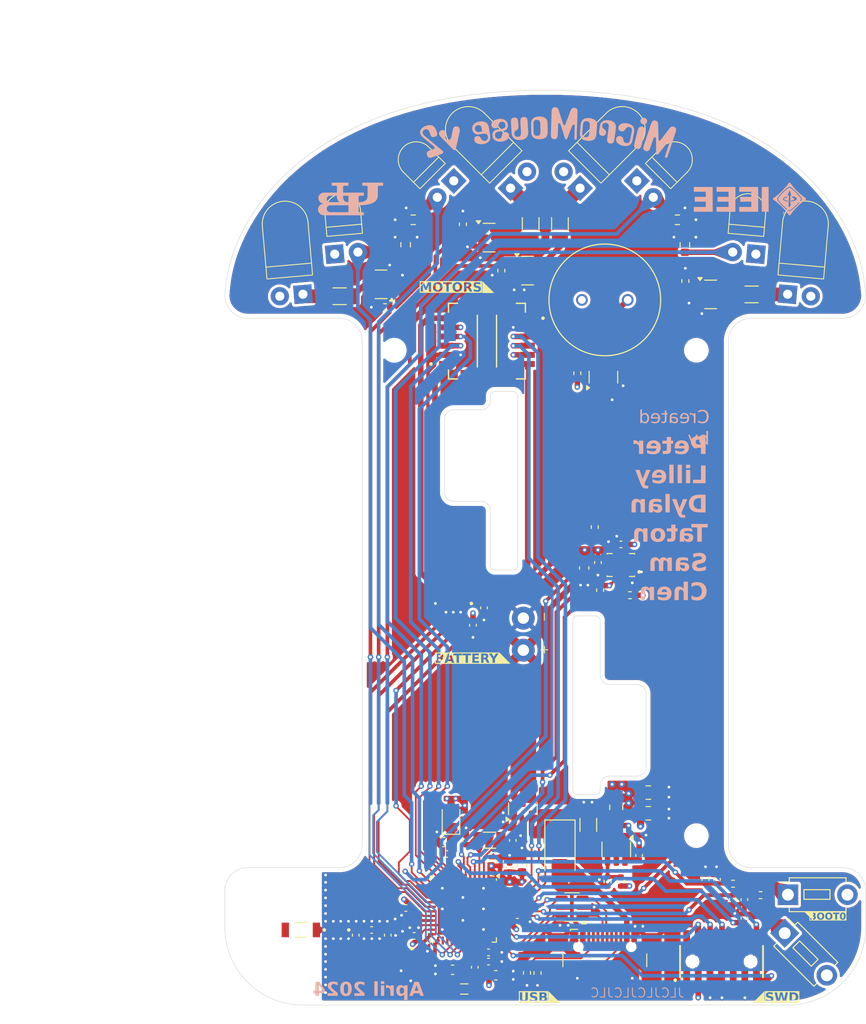
<source format=kicad_pcb>
(kicad_pcb (version 20240108) (generator "pcbnew") (generator_version "8.0")
  (layers (0 "F.Cu" signal) (1 "In1.Cu" signal) (2 "In2.Cu" signal) (31 "B.Cu" signal) (34 "B.Paste" user) (35 "F.Paste" user) (36 "B.SilkS" user "B.Silkscreen") (37 "F.SilkS" user "F.Silkscreen") (38 "B.Mask" user) (39 "F.Mask" user) (44 "Edge.Cuts" user))
  (net 0 "")
  (net 1 "/BZ_2")
  (net 2 "+3V3")
  (net 3 "GND")
  (net 4 "+3V3A")
  (net 5 "/BUCK_VBST")
  (net 6 "/BUCK_SW")
  (net 7 "/BUCK_IN")
  (net 8 "/SWD_NRST")
  (net 9 "/SMPSFB")
  (net 10 "/LSE_IN")
  (net 11 "/RF")
  (net 12 "/RF_MATCH")
  (net 13 "/BTN_1")
  (net 14 "/BTN_2")
  (net 15 "VBAT")
  (net 16 "VBUS")
  (net 17 "/IR_EMIT_1_2")
  (net 18 "/IR_EMIT_2_2")
  (net 19 "/IR_EMIT_3_2")
  (net 20 "/IR_EMIT_4_2")
  (net 21 "/USB_D+_PRE")
  (net 24 "/USB_D-_PRE")
  (net 25 "/USB_CC1")
  (net 26 "/USB_CC2")
  (net 28 "/UART_RX")
  (net 29 "/UART_TX")
  (net 30 "/SMPSLXL")
  (net 31 "/SMPSLX")
  (net 32 "/M1_ENC_B")
  (net 33 "/M1_OUT_1")
  (net 34 "/M1_OUT_2")
  (net 35 "/M1_ENC_A")
  (net 36 "/M2_ENC_B")
  (net 37 "/M2_OUT_1")
  (net 38 "/M2_OUT_2")
  (net 39 "/M2_ENC_A")
  (net 40 "/SWD_IO")
  (net 41 "/SWD_TRC")
  (net 42 "/SWD_CLK")
  (net 43 "/BZ_1")
  (net 44 "/IR_COLLECT_1")
  (net 45 "/IR_COLLECT_2")
  (net 46 "/IR_COLLECT_3")
  (net 47 "/IR_COLLECT_4")
  (net 48 "/IR_EMIT_1_1")
  (net 49 "/IR_EMIT_1")
  (net 50 "/IR_EMIT_2")
  (net 51 "/IR_EMIT_2_1")
  (net 52 "/IR_EMIT_3_1")
  (net 53 "/HSE_OUT")
  (net 54 "/IR_EMIT_3")
  (net 55 "/IR_EMIT_4")
  (net 56 "/LSE_OUT")
  (net 57 "/IR_EMIT_4_1")
  (net 58 "/BUCK_VFB")
  (net 59 "/I2C_SCL")
  (net 60 "/I2C_SDA")
  (net 61 "/USB_D+")
  (net 63 "/M1_DIR")
  (net 64 "/M1_PWM")
  (net 65 "/BZ")
  (net 66 "/M2_DIR")
  (net 67 "/M2_PWM")
  (net 68 "/USB_D-")
  (net 69 "/BTN_1_PRE")
  (net 71 "/BTN_2_PRE")
  (net 72 "/HSE_IN")
  (net 73 "/RF_ANT")
  (footprint "Capacitor_SMD:C_0402_1005Metric" (layer "F.Cu") (at 150.25 123.6575 -90)
    (property "Reference" "C12" (hide yes))
    (property "Value" "100n")
  )
  (footprint "Package_TO_SOT_SMD:SOT-23" (layer "F.Cu") (at 146.35 71.4375 90)
    (property "Reference" "Q2" (hide yes))
    (property "Value" "Q_NPN_BEC")
  )
  (footprint "Resistor_SMD:R_0402_1005Metric" (layer "F.Cu") (at 145.4 87.8 90)
    (property "Reference" "R4" (hide yes))
    (property "Value" "100")
  )
  (footprint "Package_TO_SOT_SMD:SOT-23" (layer "F.Cu") (at 158.0625 62.4)
    (property "Reference" "Q10" (hide yes))
    (property "Value" "Q_NPN_BEC")
  )
  (footprint "Capacitor_SMD:C_0603_1608Metric" (layer "F.Cu") (at 144.25 92.275 -90)
    (property "Reference" "C24" (hide yes))
    (property "Value" "2u2")
  )
  (footprint "Resistor_SMD:R_1206_3216Metric" (layer "F.Cu") (at 138.4 54.7375 -90)
    (property "Reference" "R14" (hide yes))
    (property "Value" "20")
  )
  (footprint "Package_TO_SOT_SMD:TSOT-23-6" (layer "F.Cu") (at 147.75 123 -90)
    (property "Reference" "U1" (hide yes))
    (property "Value" "TPS564208DDCR")
  )
  (footprint "Capacitor_SMD:C_0805_2012Metric" (layer "F.Cu") (at 151.25 116.8)
    (property "Reference" "C14" (hide yes))
    (property "Value" "22u")
  )
  (footprint "Capacitor_SMD:C_0402_1005Metric" (layer "F.Cu") (at 148.27 89.7 180)
    (property "Reference" "C26" (hide yes))
    (property "Value" "10n")
  )
  (footprint "Crystal:Crystal_SMD_3215-2Pin_3.2x1.5mm" (layer "F.Cu") (at 133.9 122 180)
    (property "Reference" "X2" (hide yes))
    (property "Value" "32kHz768")
  )
  (footprint "footprints:CONN_BM06B-SRSS-TB_JST" (layer "F.Cu") (at 131 67.5 90)
    (property "Reference" "J5" (hide yes))
    (property "Value" "CONN_MOTOR_ENCODER")
  )
  (footprint "Resistor_SMD:R_0402_1005Metric" (layer "F.Cu") (at 146.8 126.51 -90)
    (property "Reference" "R2" (hide yes))
    (property "Value" "10k")
  )
  (footprint "Capacitor_SMD:C_0402_1005Metric" (layer "F.Cu") (at 133.3 96.63 -90)
    (property "Reference" "C27" (hide yes))
    (property "Value" "100n")
  )
  (footprint "Inductor_SMD:L_0805_2012Metric_Pad1.05x1.20mm_HandSolder" (layer "F.Cu") (at 131.15 138.25)
    (property "Reference" "L2" (hide yes))
    (property "Value" "10u")
  )
  (footprint "Capacitor_SMD:C_0402_1005Metric" (layer "F.Cu") (at 124.77 129.4 180)
    (property "Reference" "C8" (hide yes))
    (property "Value" "100n")
  )
  (footprint "Capacitor_SMD:C_0402_1005Metric" (layer "F.Cu") (at 132.1 98.53 -90)
    (property "Reference" "C29" (hide yes))
    (property "Value" "100n")
  )
  (footprint "Capacitor_SMD:C_0402_1005Metric" (layer "F.Cu") (at 136.1 124.97 90)
    (property "Reference" "C6" (hide yes))
    (property "Value" "100n")
  )
  (footprint "Resistor_SMD:R_0402_1005Metric" (layer "F.Cu") (at 143.5 71.01 -90)
    (property "Reference" "R3" (hide yes))
    (property "Value" "1k")
  )
  (footprint "Capacitor_SMD:C_0402_1005Metric" (layer "F.Cu") (at 161.75 130.52 90)
    (property "Reference" "C16" (hide yes))
    (property "Value" "100n")
  )
  (footprint "footprints:SFH4545" (layer "F.Cu") (at 167.734833 62.489312 -5)
    (property "Reference" "D5" (hide yes))
    (property "Value" "SFH4545")
  )
  (footprint "Package_TO_SOT_SMD:SOT-23-6" (layer "F.Cu") (at 142.925 129.3 180)
    (property "Reference" "U5" (hide yes))
    (property "Value" "USBLC6-2SC6")
  )
  (footprint "footprints:SFH4545_FLIPPED" (layer "F.Cu") (at 112.265167 62.489312 5)
    (property "Reference" "D2" (hide yes))
    (property "Value" "SFH4545")
  )
  (footprint "Resistor_SMD:R_0402_1005Metric" (layer "F.Cu") (at 149.25 95.25 180)
    (property "Reference" "R12" (hide yes))
    (property "Value" "10k")
  )
  (footprint "Package_TO_SOT_SMD:SOT-23" (layer "F.Cu") (at 122.0625 61.3 180)
    (property "Reference" "Q7" (hide yes))
    (property "Value" "Q_NPN_BEC")
  )
  (footprint "Resistor_SMD:R_0402_1005Metric" (layer "F.Cu") (at 155.3 60.94 90)
    (property "Reference" "R24" (hide yes))
    (property "Value" "5k1")
  )
  (footprint "footprints:TEFT4300_FLIPPED" (layer "F.Cu") (at 129.101974 50.898026 45)
    (property "Reference" "Q4" (hide yes))
    (property "Value" "TEFT4300")
  )
  (footprint "Connector_USB:USB_C_Receptacle_GCT_USB4110" (layer "F.Cu") (at 146.5 136.25)
    (property "Reference" "J2" (hide yes))
    (property "Value" "USB_C_Receptacle_USB2.0_16P")
  )
  (footprint "MountingHole:MountingHole_2.2mm_M2" (layer "F.Cu") (at 123.5 68.5)
    (property "Reference" "H1" (hide yes))
    (property "Value" "M2")
  )
  (footprint "Resistor_SMD:R_0402_1005Metric" (layer "F.Cu") (at 160.51 126.75)
    (property "Reference" "R5" (hide yes))
    (property "Value" "100")
  )
  (footprint "Resistor_SMD:R_0603_1608Metric" (layer "F.Cu") (at 125.575 54.25 180)
    (property "Reference" "R18" (hide yes))
    (property "Value" "1k8")
  )
  (footprint "Inductor_SMD:L_0805_2012Metric_Pad1.15x1.40mm_HandSolder" (layer "F.Cu") (at 147.75 118.4125 90)
    (property "Reference" "L1" (hide yes))
    (property "Value" "2u2")
  )
  (footprint "Capacitor_SMD:C_0402_1005Metric" (layer "F.Cu") (at 129.22 123.5 180)
    (property "Reference" "C2" (hide yes))
    (property "Value" "10n")
  )
  (footprint "Resistor_SMD:R_0402_1005Metric" (layer "F.Cu") (at 131 54.74 90)
    (property "Reference" "R22" (hide yes))
    (property "Value" "5k1")
  )
  (footprint "Resistor_SMD:R_0603_1608Metric" (layer "F.Cu") (at 124.75 56.975 90)
    (property "Reference" "R17" (hide yes))
    (property "Value" "1k8")
  )
  (footprint "MountingHole:MountingHole_2.2mm_M2" (layer "F.Cu") (at 156.5 68.5)
    (property "Reference" "H2" (hide yes))
    (property "Value" "M2")
  )
  (footprint "footprints:CONN_BM06B-SRSS-TB_JST" (layer "F.Cu") (at 136.25 67.5 -90)
    (property "Reference" "J4" (hide yes))
    (property "Value" "CONN_MOTOR_ENCODER")
  )
  (footprint "footprints:ICM-42670-P" (layer "F.Cu") (at 148.25 91.95 180)
    (property "Reference" "U4" (hide yes))
    (property "Value" "ICM-42670-P")
  )
  (footprint "footprints:MOTOR_N20" (layer "F.Cu") (at 120 116)
    (property "Reference" "M1" (hide yes))
    (property "Value" "~")
  )
  (footprint "footprints:MOTOR_N20" (layer "F.Cu") (at 160 74 180)
    (property "Reference" "M2" (hide yes))
    (property "Value" "~")
  )
  (footprint "Capacitor_SMD:C_0603_1608Metric" (layer "F.Cu") (at 128.925 122.2 180)
    (property "Reference" "C1" (hide yes))
    (property "Value" "1u")
  )
  (footprint "footprints:DSS0012A" (layer "F.Cu") (at 129.95 97.1 -90)
    (property "Reference" "U6" (hide yes))
    (property "Value" "DRV8835")
  )
  (footprint "Capacitor_SMD:C_1206_3216Metric" (layer "F.Cu") (at 144.7 120.325 90)
    (property "Reference" "C13" (hide yes))
    (property "Value" "10u")
  )
  (footprint "Resistor_SMD:R_0402_1005Metric" (layer "F.Cu") (at 122.49 63.8 180)
    (property "Reference" "R21" (hide yes))
    (property "Value" "5k1")
  )
  (footprint "Capacitor_SMD:C_0402_1005Metric_Pad0.74x0.62mm_HandSolder" (layer "F.Cu") (at 119.294822 132.367626 -90)
    (property "Reference" "C21" (hide yes))
    (property "Value" "0p3")
  )
  (footprint "Resistor_SMD:R_0603_1608Metric" (layer "F.Cu") (at 155.25 56.975 90)
    (property "Reference" "R20" (hide yes))
    (property "Value" "1k8")
  )
  (footprint "Resistor_SMD:R_1206_3216Metric" (layer "F.Cu") (at 162.5375 62.4 180)
    (property "Reference" "R16" (hide yes))
    (property "Value" "20")
  )
  (footprint "Capacitor_SMD:C_0402_1005Metric" (layer "F.Cu") (at 133.8 134.25)
    (property "Reference" "C7" (hide yes))
    (property "Value" "100n")
  )
  (footprint "Package_TO_SOT_SMD:SOT-23" (layer "F.Cu") (at 133.8625 56.2)
    (property "Reference" "Q8" (hide yes))
    (property "Value" "Q_NPN_BEC")
  )
  (footprint "footprints:AMCA31-2R450G-S1F-T3" (layer "F.Cu") (at 113.3 131.8 180)
    (property "Reference" "AE1" (hide yes))
    (property "Value" "Antenna")
  )
  (footprint "Resistor_SMD:R_1206_3216Metric" (layer "F.Cu") (at 141.6 54.7375 -90)
    (property "Reference" "R15" (hide yes))
    (property "Value" "20")
  )
  (footprint "Package_TO_SOT_SMD:SOT-23" (layer "F.Cu") (at 137.55 118.5625 90)
    (property "Reference" "Q1" (hide yes))
    (property "Value" "AO3401A")
  )
  (footprint "Resistor_SMD:R_0603_1608Metric" (layer "F.Cu") (at 154.425 54.25)
    (property "Reference" "R19" (hide yes))
    (property "Value" "1k8")
  )
  (footprint "Capacitor_SMD:C_0402_1005Metric" (layer "F.Cu") (at 136.45 122.02 90)
    (property "Reference" "C19" (hide yes))
    (property "Value" "10p")
  )
  (footprint "footprints:TEFT4300" (layer "F.Cu") (at 150.898026 50.898026 -45)
    (property "Reference" "Q5" (hide yes))
    (property "Value" "TEFT4300")
  )
  (footprint "Resistor_SMD:R_1206_3216Metric" (layer "F.Cu") (at 117.5375 62.6)
    (property "Reference" "R13" (hide yes))
    (property "Value" "20")
  )
  (footprint "footprints:SFH4545_FLIPPED" (layer "F.Cu") (at 142.898026 49.898026 -45)
    (property "Reference" "D4" (hide yes))
    (property "Value" "SFH4545")
  )
  (footprint "footprints:CONN_BATTERY" (layer "F.Cu") (at 137.6 99.5 90)
    (property "Reference" "J1" (hide yes))
    (property "Value" "Battery Conn")
  )
  (footprint "footprints:SFH4545" (layer "F.Cu") (at 137.101974 49.898026 45)
    (property "Reference" "D3" (hide yes))
    (property "Value" "SFH4545")
  )
  (footprint "footprints:TEFT4300_FLIPPED" (layer "F.Cu") (at 161.734833 57.889312 -5)
    (property "Reference" "Q6" (hide yes))
    (property "Value" "TEFT4300")
  )
  (footprint "Capacitor_SMD:C_0402_1005Metric" (layer "F.Cu") (at 131.35 122.02 90)
    (property "Reference" "C18" (hide yes))
    (property "Value" "10p")
  )
  (footprint "footprints:ECS-320-8-37B-CKY-TR" (layer "F.Cu") (at 125.85 135.55 -90)
    (property "Reference" "X1" (hide yes))
    (property "Value" "32MHz")
  )
  (footprint "Capacitor_SMD:C_0603_1608Metric" (layer "F.Cu") (at 137.45 124.725 90)
    (property "Reference" "C4" (hide yes))
    (property "Value" "4u7")
  )
  (footprint "Capacitor_SMD:C_0402_1005Metric" (layer "F.Cu") (at 158.75 126.27 90)
    (property "Reference" "C22" (hide yes))
    (property "Value" "100n")
  )
  (footprint "Capacitor_SMD:C_0402_1005Metric" (layer "F.Cu") (at 133.8 135.25)
    (property "Reference" "C10" (hide yes))
    (property "Value" "100n")
  )
  (footprint "footprints:SAMTEC_FTSH-107-01-L-DV-K-A" (layer "F.Cu") (at 159.25 135.25)
    (property "Reference" "J3" (hide yes))
    (property "Value" "Conn_ST_STDC14")
  )
  (footprint "Diode_SMD:D_0805_2012Metric" (layer "F.Cu") (at 129.7 119.6625 90)
    (property "Reference" "FB1" (hide yes))
    (property "Value" "100@100MHz")
  )
  (footprint "Capacitor_SMD:C_0402_1005Metric" (layer "F.Cu") (at 135.05 124.32 90)
    (property "Reference" "C9" (hide yes))
    (property "Value" "100n")
  )
  (footprint "MountingHole:MountingHole_2.2mm_M2" (layer "F.Cu") (at 123.5 121.5)
    (property "Reference" "H3" (hide yes))
    (property "Value" "M2")
  )
  (footprint "Capacitor_SMD:C_0402_1005Metric" (layer "F.Cu") (at 161.75 128.48 -90)
    (property "Reference" "C23" (hide yes))
    (property "Value" "100n")
  )
  (footprint "Capacitor_SMD:C_0402_1005Metric" (layer "F.Cu") (at 125.67 132.45 180)
    (property "Reference" "C3" (hide yes))
    (property "Value" "100n")
  )
  (footprint "Package_TO_SOT_SMD:SOT-23" (layer "F.Cu") (at 138.0625 59.8)
    (property "Reference" "Q9" (hide yes))
    (property "Value" "Q_NPN_BEC")
  )
  (footprint "Inductor_SMD:L_0402_1005Metric_Pad0.77x0.64mm_HandSolder" (layer "F.Cu") (at 132.3 135.8725 90)
    (property "Reference" "L3" (hide yes))
    (property "Value" "10n")
  )
  (footprint "Diode_SMD:D_SMA" (layer "F.Cu") (at 141.6 123.3 -90)
    (property "Reference" "D1" (hide yes))
    (property "Value" "SS34")
  )
  (footprint "MountingHole:MountingHole_2.2mm_M2" (layer "F.Cu") (at 156.5 121.5)
    (property "Reference" "H4" (hide yes))
    (property "Value" "M2")
  )
  (footprint "Button_Switch_THT:SW_PUSH_1P1T_6x3.5mm_H5.0_APEM_MJTP1250" (layer "F.Cu") (at 166.5 127.95)
    (property "Reference" "SW1" (hide yes))
    (property "Value" "SW_Push")
  )
  (footprint "Capacitor_SMD:C_0402_1005Metric_Pad0.74x0.62mm_HandSolder" (layer "F.Cu") (at 122.794822 132.367626 -90)
    (property "Reference" "C20" (hide yes))
    (property "Value" "0p8")
  )
  (footprint "Capacitor_SMD:C_0603_1608Metric" (layer "F.Cu") (at 134.595 136.75)
    (property "Reference" "C11" (hide yes))
    (property "Value" "4u7")
  )
  (footprint "Resistor_SMD:R_0402_1005Metric" (layer "F.Cu") (at 148.25 126.51 90)
    (property "Reference" "R1" (hide yes))
    (property "Value" "33k")
  )
  (footprint "Resistor_SMD:R_0402_1005Metric" (layer "F.Cu") (at 145.995 94.7 -90)
    (property "Reference" "R11" (hide yes))
    (property "Value" "10k")
  )
  (footprint "Capacitor_SMD:C_0603_1608Metric" (layer "F.Cu") (at 129.875 136.15 180)
    (property "Reference" "C17" (hide yes))
    (property "Value" "4u7")
  )
  (footprint "Resistor_SMD:R_0402_1005Metric" (layer "F.Cu") (at 138 136.48 -90)
    (property "Reference" "R9" (hide yes))
    (property "Value" "5k1")
  )
  (footprint "Button_Switch_THT:SW_PUSH_1P1T_6x3.5mm_H5.0_APEM_MJTP1250" (layer "F.Cu") (at 166.153806 132.153806 -45)
    (property "Reference" "SW2" (hide yes))
    (property "Value" "SW_Push")
  )
  (footprint "Resistor_SMD:R_0402_1005Metric" (layer "F.Cu") (at 139.15 136.5 -90)
    (property "Reference" "R10" (hide yes))
    (property "Value" "5k1")
  )
  (footprint "Inductor_SMD:L_0402_1005Metric_Pad0.77x0.64mm_HandSolder" (layer "F.Cu") (at 121.0275 131.8)
    (property "Reference" "L4" (hide yes))
    (property "Value" "2n7")
  )
  (footprint "Package_DFN_QFN:QFN-48-1EP_7x7mm_P0.5mm_EP5.6x5.6mm" (layer "F.Cu") (at 131.05 129.520758 -90)
    (property "Reference" "U2" (hide yes))
    (property "Value" "STM32WB55CGU6")
  )
  (footprint "footprints:TEFT4300" (layer "F.Cu") (at 118.265167 57.889312 5)
    (property "Reference" "Q3" (hide yes))
    (property "Value" "TEFT4300")
  )
  (footprint "Capacitor_SMD:C_0402_1005Metric" (layer "F.Cu") (at 136.95 130.9)
    (property "Reference" "C5" (hide yes))
    (property "Value" "100n")
  )
  (footprint "Capacitor_SMD:C_0402_1005Metric" (layer "F.Cu") (at 145.75 91.68 -90)
    (property "Reference" "C25" (hide yes))
    (property "Value" "100n")
  )
  (footprint "footprints:DLF162500LT-5028A1" (layer "F.Cu") (at 117.1875 131.800126 180)
    (property "Reference" "U3" (hide yes))
    (property "Value" "DLF162500LT-5028A1")
  )
  (footprint "Resistor_SMD:R_0402_1005Metric" (layer "F.Cu") (at 157.5 126.24 90)
    (property "Reference" "R6" (hide yes))
    (property "Value" "5k1")
  )
  (footprint "Capacitor_SMD:C_0805_2012Metric" (layer "F.Cu") (at 151.25 119.06)
    (property "Reference" "C15" (hide yes))
    (property "Value" "22u")
  )
  (footprint "Resistor_SMD:R_0402_1005Metric" (layer "F.Cu") (at 135.2 59.8 -90)
    (property "Reference" "R23" (hide yes))
    (property "Value" "5k1")
  )
  (footprint "Resistor_SMD:R_0402_1005Metric" (layer "F.Cu") (at 160.5 128.51 -90)
    (property "Reference" "R8" (hide yes))
    (property "Value" "5k1")
  )
  (footprint "Resistor_SMD:R_0402_1005Metric" (layer "F.Cu") (at 163.51 128)
    (property "Reference" "R7" (hide yes))
    (property "Value" "100")
  )
  (footprint "footprints:PS1240P02BT" (layer "F.Cu") (at 146.5 63)
    (property "Reference" "BZ1" (hide yes))
    (property "Value" "PS1240P02BT")
  )
  (gr_arc (start 124.032259 131.287563) (mid 124.6 130.908211) (end 125.269696 130.775) (stroke (width 0.3244)) (layer "F.Cu") (net 11))
  (gr_arc (start 124.032259 131.287563) (mid 123.464517 131.666914) (end 122.794822 131.800126) (stroke (width 0.3244)) (layer "F.Cu") (net 11))
  (gr_poly (pts (xy 139.331022 42.970862) (xy 139.221701 42.976108) (xy 139.169733 42.981177) (xy 139.11956 42.987877) (xy 139.071182 42.996208) (xy 139.024599 43.00617) (xy 138.979811 43.017762) (xy 138.936817 43.030984) (xy 138.895617 43.045838) (xy 138.856212 43.062321) (xy 138.818601 43.080435) (xy 138.782784 43.10018) (xy 138.748762 43.121555) (xy 138.716533 43.14456) (xy 138.686099 43.169195) (xy 138.657458 43.195461) (xy 138.63061 43.223356) (xy 138.605557 43.252882) (xy 138.582297 43.284038) (xy 138.56083 43.316823) (xy 138.541157 43.351239) (xy 138.523277 43.387284) (xy 138.50719 43.42496) (xy 138.492896 43.464265) (xy 138.480395 43.5052) (xy 138.469687 43.547764) (xy 138.460772 43.591959) (xy 138.453649 43.637782) (xy 138.448319 43.685236) (xy 138.444781 43.734319) (xy 138.443036 43.785031) (xy 138.443083 43.837373) (xy 138.456842 44.626094) (xy 138.458651 44.678428) (xy 138.462196 44.729068) (xy 138.467475 44.778013) (xy 138.474489 44.825264) (xy 138.483237 44.870821) (xy 138.49372 44.914685) (xy 138.505938 44.956854) (xy 138.51989 44.997329) (xy 138.535576 45.036111) (xy 138.552996 45.073199) (xy 138.572151 45.108594) (xy 138.59304 45.142295) (xy 138.615663 45.174303) (xy 138.640021 45.204618) (xy 138.666112 45.23324) (xy 138.693938 45.260169) (xy 138.723497 45.285404) (xy 138.754791 45.308947) (xy 138.787818 45.330797) (xy 138.82258 45.350955) (xy 138.859075 45.36942) (xy 138.897303 45.386192) (xy 138.937266 45.401273) (xy 138.978962 45.414661) (xy 139.022392 45.426356) (xy 139.067555 45.43636) (xy 139.114452 45.444672) (xy 139.163083 45.451292) (xy 139.213447 45.45622) (xy 139.265544 45.459456) (xy 139.319374 45.461001) (xy 139.374938 45.460854) (xy 139.433398 45.45892) (xy 139.490009 45.455199) (xy 139.54477 45.449691) (xy 139.597683 45.442396) (xy 139.648746 45.433314) (xy 139.697959 45.422444) (xy 139.745322 45.409786) (xy 139.790834 45.395339) (xy 139.834495 45.379103) (xy 139.876304 45.361077) (xy 139.916262 45.341262) (xy 139.954367 45.319656) (xy 139.99062 45.29626) (xy 140.02502 45.271072) (xy 140.057566 45.244093) (xy 140.088259 45.215323) (xy 140.110292 45.192105) (xy 140.13085 45.167202) (xy 140.149931 45.140612) (xy 140.167536 45.112337) (xy 140.183665 45.082377) (xy 140.198318 45.050732) (xy 140.211496 45.017403) (xy 140.223197 44.98239) (xy 140.233422 44.945693) (xy 140.242172 44.907313) (xy 140.249445 44.86725) (xy 140.255243 44.825505) (xy 140.259565 44.782077) (xy 140.262411 44.736968) (xy 140.263781 44.690178) (xy 140.263677 44.642286) (xy 139.469373 44.642286) (xy 139.468997 44.670417) (xy 139.468008 44.697525) (xy 139.466405 44.723608) (xy 139.464188 44.748666) (xy 139.461357 44.772699) (xy 139.457912 44.795706) (xy 139.453854 44.817688) (xy 139.449181 44.838643) (xy 139.443895 44.858572) (xy 139.437995 44.877473) (xy 139.43148 44.895347) (xy 139.424352 44.912193) (xy 139.41661 44.928011) (xy 139.408253 44.942801) (xy 139.399283 44.956561) (xy 139.394234 44.963963) (xy 139.388911 44.971137) (xy 139.383314 44.978083) (xy 139.377443 44.984801) (xy 139.371297 44.991292) (xy 139.364877 44.997555) (xy 139.358183 45.00359) (xy 139.351216 45.009398) (xy 139.343974 45.014979) (xy 139.336458 45.020332) (xy 139.328668 45.025457) (xy 139.320604 45.030356) (xy 139.312267 45.035027) (xy 139.303655 45.03947) (xy 139.29477 45.043687) (xy 139.285612 45.047676) (xy 139.276179 45.051438) (xy 139.266473 45.054973) (xy 139.246241 45.061363) (xy 139.224915 45.066844) (xy 139.202496 45.071418) (xy 139.178983 45.075085) (xy 139.154379 45.077846) (xy 139.128681 45.0797) (xy 139.101893 45.080649) (xy 139.076811 45.080643) (xy 139.052666 45.079731) (xy 139.029455 45.077913) (xy 139.007179 45.075188) (xy 138.985836 45.071557) (xy 138.965425 45.067018) (xy 138.945947 45.061572) (xy 138.927399 45.055217) (xy 138.909782 45.047954) (xy 138.893094 45.039782) (xy 138.877335 45.0307) (xy 138.862503 45.020709) (xy 138.848599 45.009808) (xy 138.835621 44.997996) (xy 138.823568 44.985274) (xy 138.81244 44.97164) (xy 138.802091 44.95699) (xy 138.792374 44.941217) (xy 138.783289 44.924322) (xy 138.774837 44.906305) (xy 138.767017 44.887165) (xy 138.75983 44.866903) (xy 138.753275 44.845519) (xy 138.747353 44.823012) (xy 138.742063 44.799382) (xy 138.737405 44.77463) (xy 138.73338 44.748756) (xy 138.729987 44.72176) (xy 138.727227 44.693641) (xy 138.725099 44.664399) (xy 138.723604 44.634035) (xy 138.722741 44.602549) (xy 138.709249 43.842134) (xy 138.709301 43.780159) (xy 138.710184 43.750835) (xy 138.71164 43.722618) (xy 138.71367 43.695508) (xy 138.716274 43.669504) (xy 138.719453 43.644605) (xy 138.723208 43.620811) (xy 138.727539 43.598121) (xy 138.732448 43.576534) (xy 138.737935 43.556049) (xy 138.744001 43.536665) (xy 138.750647 43.518383) (xy 138.757874 43.5012) (xy 138.765681 43.485116) (xy 138.774071 43.470131) (xy 138.779408 43.462143) (xy 138.784998 43.454402) (xy 138.790844 43.446907) (xy 138.796943 43.439658) (xy 138.803297 43.432656) (xy 138.809905 43.4259) (xy 138.816768 43.41939) (xy 138.823886 43.413126) (xy 138.831258 43.407108) (xy 138.838884 43.401337) (xy 138.846766 43.395811) (xy 138.854902 43.390531) (xy 138.863293 43.385498) (xy 138.871939 43.38071) (xy 138.88084 43.376168) (xy 138.889995 43.371871) (xy 138.899406 43.367821) (xy 138.909072 43.364016) (xy 138.918993 43.360457) (xy 138.929169 43.357143) (xy 138.950287 43.351252) (xy 138.972426 43.346343) (xy 138.995586 43.342416) (xy 139.019769 43.339469) (xy 139.044974 43.337503) (xy 139.071202 43.336517) (xy 139.096863 43.33657) (xy 139.121556 43.337621) (xy 139.145282 43.339672) (xy 139.16804 43.342722) (xy 139.18983 43.346772) (xy 139.210653 43.351823) (xy 139.230509 43.357874) (xy 139.249398 43.364926) (xy 139.267319 43.37298) (xy 139.284273 43.382036) (xy 139.300259 43.392094) (xy 139.315279 43.403155) (xy 139.329331 43.415218) (xy 139.342416 43.428285) (xy 139.354534 43.442357) (xy 139.365685 43.457432) (xy 139.376037 43.473554) (xy 139.385763 43.490867) (xy 139.394862 43.509367) (xy 139.403333 43.529055) (xy 139.411176 43.549928) (xy 139.418391 43.571987) (xy 139.424977 43.595229) (xy 139.430935 43.619653) (xy 139.436262 43.645259) (xy 139.44096 43.672045) (xy 139.445028 43.70001) (xy 139.448465 43.729153) (xy 139.451271 43.759473) (xy 139.453446 43.790968) (xy 139.454989 43.823637) (xy 139.4559 43.85748) (xy 139.469135 44.613131) (xy 139.469373 44.642286) (xy 140.263677 44.642286) (xy 140.263676 44.641706) (xy 140.248068 43.757997) (xy 140.246753 43.708462) (xy 140.244595 43.662056) (xy 140.241594 43.618782) (xy 140.237749 43.578642) (xy 140.233061 43.541641) (xy 140.22753 43.50778) (xy 140.221156 43.477063) (xy 140.213938 43.449493) (xy 140.208564 43.431897) (xy 140.202563 43.414531) (xy 140.195935 43.397396) (xy 140.188681 43.380491) (xy 140.180798 43.363817) (xy 140.172287 43.347374) (xy 140.163148 43.331163) (xy 140.15338 43.315185) (xy 140.142982 43.299438) (xy 140.131954 43.283925) (xy 140.120296 43.268645) (xy 140.108007 43.253598) (xy 140.095088 43.238786) (xy 140.081536 43.224208) (xy 140.067353 43.209865) (xy 140.052537 43.195757) (xy 140.020279 43.167533) (xy 139.986309 43.141199) (xy 139.950628 43.116756) (xy 139.913235 43.094203) (xy 139.874131 43.07354) (xy 139.833315 43.054767) (xy 139.790788 43.037882) (xy 139.746549 43.022886) (xy 139.700598 43.009778) (xy 139.652936 42.998558) (xy 139.603562 42.989226) (xy 139.552477 42.98178) (xy 139.499681 42.976222) (xy 139.445173 42.972549) (xy 139.388953 42.970763)) (stroke (width -0.000001)) (fill solid) (layer "B.SilkS"))
  (gr_poly (pts (xy 148.656802 43.697777) (xy 148.615284 43.699987) (xy 148.574525 43.70373) (xy 148.534525 43.709004) (xy 148.495285 43.715809) (xy 148.456803 43.724147) (xy 148.419079 43.734016) (xy 148.382112 43.745417) (xy 148.345903 43.758349) (xy 148.310451 43.772813) (xy 148.27628 43.788505) (xy 148.243913 43.80522) (xy 148.21335 43.822957) (xy 148.184592 43.841717) (xy 148.157639 43.861498) (xy 148.13249 43.8823) (xy 148.109145 43.904123) (xy 148.087606 43.926966) (xy 148.06787 43.95083) (xy 148.04994 43.975713) (xy 148.033814 44.001616) (xy 148.019492 44.028538) (xy 148.006975 44.056478) (xy 147.996262 44.085436) (xy 147.987354 44.115412) (xy 147.980251 44.146406) (xy 147.976747 44.166631) (xy 147.974174 44.186528) (xy 147.97253 44.206097) (xy 147.971817 44.225339) (xy 147.972034 44.244253) (xy 147.973181 44.262841) (xy 147.975258 44.281103) (xy 147.978265 44.299038) (xy 147.982203 44.316648) (xy 147.98707 44.333933) (xy 147.992868 44.350893) (xy 147.999597 44.367528) (xy 148.007255 44.38384) (xy 148.015843 44.399828) (xy 148.025362 44.415492) (xy 148.035811 44.430834) (xy 148.047125 44.445676) (xy 148.05914 44.459842) (xy 148.071855 44.473332) (xy 148.085269 44.486144) (xy 148.099382 44.498279) (xy 148.114194 44.509735) (xy 148.129704 44.520514) (xy 148.145913 44.530614) (xy 148.162819 44.540035) (xy 148.180422 44.548776) (xy 148.198722 44.556838) (xy 148.217718 44.56422) (xy 148.237411 44.570921) (xy 148.257799 44.576941) (xy 148.278882 44.58228) (xy 148.300661 44.586937) (xy 148.332265 44.592224) (xy 148.362982 44.595482) (xy 148.392813 44.596712) (xy 148.421757 44.595912) (xy 148.449814 44.593084) (xy 148.476985 44.588226) (xy 148.503269 44.581337) (xy 148.528666 44.572418) (xy 148.553176 44.561469) (xy 148.576799 44.548488) (xy 148.599536 44.533475) (xy 148.621386 44.51643) (xy 148.642349 44.497353) (xy 148.662426 44.476243) (xy 148.681615 44.4531) (xy 148.699918 44.427923) (xy 148.734222 44.378227) (xy 148.765696 44.333718) (xy 148.794336 44.2944) (xy 148.820138 44.260275) (xy 148.843101 44.231348) (xy 148.86322 44.20762) (xy 148.880493 44.189094) (xy 148.888061 44.181783) (xy 148.894916 44.175774) (xy 148.907393 44.166482) (xy 148.920416 44.158052) (xy 148.933985 44.150485) (xy 148.948101 44.143781) (xy 148.962765 44.13794) (xy 148.977976 44.132963) (xy 148.993735 44.128851) (xy 149.010043 44.125603) (xy 149.026899 44.12322) (xy 149.044304 44.121703) (xy 149.062259 44.121052) (xy 149.080764 44.121267) (xy 149.099819 44.122348) (xy 149.119425 44.124296) (xy 149.139582 44.127112) (xy 149.16029 44.130796) (xy 149.185923 44.136318) (xy 149.210334 44.142565) (xy 149.233524 44.149538) (xy 149.255492 44.157237) (xy 149.276238 44.165661) (xy 149.295762 44.174811) (xy 149.314065 44.184686) (xy 149.331146 44.195287) (xy 149.347006 44.206613) (xy 149.361644 44.218665) (xy 149.37506 44.231443) (xy 149.387254 44.244946) (xy 149.398227 44.259174) (xy 149.407979 44.274128) (xy 149.416508 44.289808) (xy 149.423816 44.306213) (xy 149.430111 44.323397) (xy 149.435599 44.341509) (xy 149.440283 44.360549) (xy 149.444161 44.380516) (xy 149.447234 44.401409) (xy 149.449504 44.423226) (xy 149.450969 44.445966) (xy 149.451631 44.469628) (xy 149.45149 44.494211) (xy 149.450546 44.519713) (xy 149.4488 44.546134) (xy 149.446253 44.573473) (xy 149.442903 44.601728) (xy 149.438753 44.630897) (xy 149.433802 44.660981) (xy 149.428051 44.691978) (xy 149.278827 45.452126) (xy 149.272464 45.483007) (xy 149.26578 45.512649) (xy 149.258772 45.541052) (xy 149.251442 45.568215) (xy 149.24379 45.59414) (xy 149.235815 45.618826) (xy 149.227518 45.642275) (xy 149.218898 45.664486) (xy 149.209956 45.68546) (xy 149.200692 45.705197) (xy 149.191104 45.723698) (xy 149.181195 45.740963) (xy 149.170963 45.756992) (xy 149.160408 45.771787) (xy 149.149531 45.785346) (xy 149.138332 45.797671) (xy 149.124345 45.810775) (xy 149.10957 45.822699) (xy 149.094007 45.833446) (xy 149.077655 45.843015) (xy 149.060514 45.851405) (xy 149.042584 45.858617) (xy 149.023863 45.86465) (xy 149.004353 45.869506) (xy 148.984052 45.873183) (xy 148.96296 45.875682) (xy 148.941076 45.877003) (xy 148.918401 45.877145) (xy 148.894934 45.876109) (xy 148.870674 45.873895) (xy 148.845621 45.870503) (xy 148.819775 45.865933) (xy 148.799208 45.861518) (xy 148.779479 45.856508) (xy 148.760585 45.850904) (xy 148.742528 45.844705) (xy 148.725306 45.837913) (xy 148.70892 45.830527) (xy 148.693368 45.822548) (xy 148.678651 45.813977) (xy 148.664768 45.804813) (xy 148.651718 45.795058) (xy 148.639502 45.784711) (xy 148.628119 45.773773) (xy 148.617569 45.762244) (xy 148.60785 45.750125) (xy 148.598964 45.737416) (xy 148.590909 45.724117) (xy 148.586856 45.715941) (xy 148.582636 45.706294) (xy 148.578249 45.695177) (xy 148.573694 45.682589) (xy 148.568972 45.66853) (xy 148.564082 45.653) (xy 148.553801 45.617522) (xy 148.54285 45.576154) (xy 148.531229 45.528891) (xy 148.518938 45.475731) (xy 148.505978 45.416671) (xy 148.498536 45.386486) (xy 148.489507 45.357845) (xy 148.478891 45.330748) (xy 148.466687 45.305193) (xy 148.45999 45.292994) (xy 148.452895 45.281181) (xy 148.445404 45.269754) (xy 148.437516 45.258711) (xy 148.429232 45.248055) (xy 148.42055 45.237783) (xy 148.411472 45.227898) (xy 148.401996 45.218397) (xy 148.392124 45.209282) (xy 148.381855 45.200551) (xy 148.371189 45.192206) (xy 148.360126 45.184246) (xy 148.348666 45.176672) (xy 148.33681 45.169482) (xy 148.311906 45.156257) (xy 148.285414 45.144572) (xy 148.257336 45.134425) (xy 148.227669 45.125818) (xy 148.196416 45.118748) (xy 148.174438 45.114829) (xy 148.152858 45.111803) (xy 148.131673 45.10967) (xy 148.110884 45.10843) (xy 148.090491 45.108083) (xy 148.070492 45.108628) (xy 148.050888 45.110067) (xy 148.031678 45.112399) (xy 148.012862 45.115623) (xy 147.99444 45.119741) (xy 147.97641 45.124751) (xy 147.958773 45.130655) (xy 147.941528 45.137451) (xy 147.924675 45.145141) (xy 147.908213 45.153723) (xy 147.892142 45.163198) (xy 147.87664 45.173402) (xy 147.861881 45.184269) (xy 147.847865 45.195798) (xy 147.834593 45.207988) (xy 147.822063 45.220838) (xy 147.810275 45.234348) (xy 147.799229 45.248517) (xy 147.788924 45.263344) (xy 147.77936 45.278828) (xy 147.770537 45.294969) (xy 147.762454 45.311765) (xy 147.755111 45.329217) (xy 147.748507 45.347322) (xy 147.742643 45.366081) (xy 147.737516 45.385493) (xy 147.733129 45.405557) (xy 147.728004 45.436926) (xy 147.724931 45.468029) (xy 147.723911 45.498869) (xy 147.724944 45.529445) (xy 147.728029 45.559759) (xy 147.733167 45.589812) (xy 147.740357 45.619605) (xy 147.7496 45.64914) (xy 147.760896 45.678418) (xy 147.774244 45.707439) (xy 147.789644 45.736205) (xy 147.807097 45.764718) (xy 147.826603 45.792977) (xy 147.848161 45.820986) (xy 147.871772 45.848743) (xy 147.897435 45.876252) (xy 147.924814 45.903022) (xy 147.95347 45.928664) (xy 147.983404 45.953177) (xy 148.014617 45.976561) (xy 148.047109 45.998817) (xy 148.08088 46.019945) (xy 148.115931 46.039944) (xy 148.152262 46.058814) (xy 148.189874 46.076555) (xy 148.228767 46.093168) (xy 148.268941 46.108652) (xy 148.310397 46.123008) (xy 148.353135 46.136235) (xy 148.397155 46.148334) (xy 148.442459 46.159303) (xy 148.489046 46.169144) (xy 148.597001 46.186933) (xy 148.699314 46.19684) (xy 148.748353 46.198838) (xy 148.795982 46.198866) (xy 148.8422 46.196924) (xy 148.887006 46.193011) (xy 148.930402 46.187129) (xy 148.972386 46.179277) (xy 149.012959 46.169455) (xy 149.052121 46.157662) (xy 149.089872 46.143901) (xy 149.126211 46.128169) (xy 149.161138 46.110467) (xy 149.194654 46.090796) (xy 149.226759 46.069155) (xy 149.257452 46.045545) (xy 149.286733 46.019965) (xy 149.314603 45.992415) (xy 149.341061 45.962896) (xy 149.366107 45.931407) (xy 149.389741 45.89795) (xy 149.411964 45.862522) (xy 149.432774 45.825126) (xy 149.452173 45.78576) (xy 149.470159 45.744425) (xy 149.486734 45.701121) (xy 149.501896 45.655848) (xy 149.515646 45.608606) (xy 149.538909 45.508215) (xy 149.691047 44.734045) (xy 149.700266 44.682502) (xy 149.707434 44.63225) (xy 149.71255 44.58329) (xy 149.715616 44.535621) (xy 149.71663 44.489243) (xy 149.715594 44.444157) (xy 149.712506 44.400362) (xy 149.707368 44.357858) (xy 149.700178 44.316646) (xy 149.690938 44.276725) (xy 149.679646 44.238096) (xy 149.666303 44.200758) (xy 149.65091 44.164711) (xy 149.633465 44.129956) (xy 149.613969 44.096492) (xy 149.592422 44.064319) (xy 149.568824 44.033438) (xy 149.543175 44.003848) (xy 149.515475 43.97555) (xy 149.485725 43.948543) (xy 149.453922 43.922828) (xy 149.420069 43.898403) (xy 149.384165 43.875271) (xy 149.34621 43.853429) (xy 149.306204 43.832879) (xy 149.264147 43.813621) (xy 149.220039 43.795653) (xy 149.173879 43.778978) (xy 149.125669 43.763593) (xy 149.075408 43.7495) (xy 148.968732 43.725188) (xy 148.921885 43.716677) (xy 148.875801 43.709698) (xy 148.830479 43.70425) (xy 148.785918 43.700334) (xy 148.742119 43.69795) (xy 148.69908 43.697098)) (stroke (width -0.000001)) (fill solid) (layer "B.SilkS"))
  (gr_poly (pts (xy 146.686242 43.372319) (xy 146.63971 43.374799) (xy 146.594667 43.379105) (xy 146.551113 43.385238) (xy 146.509048 43.393197) (xy 146.468471 43.402983) (xy 146.429385 43.414596) (xy 146.391787 43.428035) (xy 146.355679 43.443302) (xy 146.321061 43.460395) (xy 146.287932 43.479315) (xy 146.256293 43.500062) (xy 146.226143 43.522636) (xy 146.197484 43.547037) (xy 146.170314 43.573266) (xy 146.144635 43.601321) (xy 146.120446 43.631204) (xy 146.097747 43.662914) (xy 146.076539 43.696451) (xy 146.056821 43.731816) (xy 146.038593 43.769008) (xy 146.021857 43.808028) (xy 146.006611 43.848875) (xy 145.992856 43.891549) (xy 145.980592 43.936051) (xy 145.969819 43.982381) (xy 145.952747 44.080524) (xy 145.886071 44.560744) (xy 145.879598 44.617943) (xy 145.876546 44.671869) (xy 145.876916 44.72252) (xy 145.880706 44.769897) (xy 145.887917 44.814) (xy 145.892804 44.834823) (xy 145.898546 44.854828) (xy 145.905143 44.874015) (xy 145.912594 44.892382) (xy 145.9209 44.909932) (xy 145.93006 44.926662) (xy 145.940074 44.942574) (xy 145.950942 44.957668) (xy 145.962664 44.971943) (xy 145.975241 44.9854) (xy 145.988671 44.998038) (xy 146.002954 45.009857) (xy 146.018092 45.020858) (xy 146.034083 45.03104) (xy 146.050927 45.040404) (xy 146.068625 45.048949) (xy 146.087176 45.056676) (xy 146.106581 45.063584) (xy 146.126838 45.069673) (xy 146.147948 45.074945) (xy 146.192727 45.083031) (xy 146.214292 45.085633) (xy 146.235428 45.087385) (xy 146.256136 45.088289) (xy 146.276417 45.088344) (xy 146.29627 45.087551) (xy 146.315695 45.08591) (xy 146.334692 45.083423) (xy 146.353261 45.080088) (xy 146.371403 45.075907) (xy 146.389117 45.070879) (xy 146.406402 45.065006) (xy 146.423261 45.058288) (xy 146.439691 45.050725) (xy 146.455693 45.042317) (xy 146.471268 45.033065) (xy 146.486415 45.022969) (xy 146.501015 45.012136) (xy 146.514853 45.000671) (xy 146.52793 44.988574) (xy 146.540247 44.975845) (xy 146.551804 44.962486) (xy 146.562603 44.948496) (xy 146.572643 44.933875) (xy 146.581926 44.918625) (xy 146.590453 44.902746) (xy 146.598224 44.886237) (xy 146.605239 44.8691) (xy 146.611501 44.851334) (xy 146.617009 44.832941) (xy 146.621765 44.81392) (xy 146.625769 44.794272) (xy 146.629021 44.773998) (xy 146.631245 44.755928) (xy 146.632855 44.738229) (xy 146.63385 44.7209) (xy 146.634232 44.703942) (xy 146.633999 44.687352) (xy 146.633153 44.67113) (xy 146.631693 44.655276) (xy 146.629618 44.639789) (xy 146.62693 44.624667) (xy 146.623628 44.609911) (xy 146.619712 44.595519) (xy 146.615182 44.58149) (xy 146.610038 44.567824) (xy 146.60428 44.55452) (xy 146.597908 44.541577) (xy 146.590922 44.528995) (xy 146.586237 44.520995) (xy 146.580814 44.512672) (xy 146.574651 44.504027) (xy 146.567747 44.495057) (xy 146.560103 44.485763) (xy 146.551716 44.476146) (xy 146.542587 44.466203) (xy 146.532715 44.455935) (xy 146.522098 44.445341) (xy 146.510737 44.434422) (xy 146.49863 44.423176) (xy 146.485776 44.411604) (xy 146.472175 44.399704) (xy 146.457826 44.387478) (xy 146.442729 44.374923) (xy 146.426882 44.36204) (xy 146.398831 44.338162) (xy 146.37282 44.314155) (xy 146.348851 44.290017) (xy 146.326923 44.265749) (xy 146.307037 44.24135) (xy 146.289192 44.216822) (xy 146.273391 44.192163) (xy 146.259632 44.167374) (xy 146.247916 44.142455) (xy 146.238244 44.117405) (xy 146.230616 44.092225) (xy 146.225033 44.066915) (xy 146.221494 44.041475) (xy 146.220001 44.015905) (xy 146.220553 43.990204) (xy 146.223151 43.964373) (xy 146.2261 43.945844) (xy 146.229786 43.927861) (xy 146.234208 43.910424) (xy 146.239366 43.893535) (xy 146.245258 43.877192) (xy 146.251885 43.861397) (xy 146.259245 43.846151) (xy 146.267338 43.831452) (xy 146.276162 43.817303) (xy 146.285717 43.803703) (xy 146.296002 43.790652) (xy 146.307017 43.778151) (xy 146.31876 43.766201) (xy 146.331231 43.754802) (xy 146.344429 43.743953) (xy 146.358354 43.733656) (xy 146.372775 43.724035) (xy 146.38756 43.715214) (xy 146.402711 43.707192) (xy 146.418224 43.699971) (xy 146.434101 43.69355) (xy 146.450339 43.687928) (xy 146.466938 43.683107) (xy 146.483898 43.679086) (xy 146.501218 43.675864) (xy 146.518896 43.673442) (xy 146.536933 43.671821) (xy 146.555327 43.670999) (xy 146.574077 43.670978) (xy 146.593184 43.671756) (xy 146.612645 43.673334) (xy 146.632461 43.675712) (xy 146.654424 43.679206) (xy 146.675566 43.683485) (xy 146.695885 43.688551) (xy 146.715384 43.694403) (xy 146.73406 43.70104) (xy 146.751915 43.708464) (xy 146.768948 43.716673) (xy 146.78516 43.725669) (xy 146.800549 43.735451) (xy 146.815118 43.746018) (xy 146.828864 43.757372) (xy 146.841789 43.769511) (xy 146.853892 43.782437) (xy 146.865174 43.796149) (xy 146.875634 43.810646) (xy 146.885272 43.82593) (xy 146.894088 43.841999) (xy 146.902083 43.858855) (xy 146.909257 43.876497) (xy 146.915608 43.894924) (xy 146.921138 43.914138) (xy 146.925846 43.934137) (xy 146.929733 43.954923) (xy 146.932798 43.976495) (xy 146.935042 43.998852) (xy 146.936463 44.021996) (xy 146.937063 44.045925) (xy 146.936842 44.070641) (xy 146.935799 44.096143) (xy 146.933934 44.12243) (xy 146.931247 44.149504) (xy 146.927739 44.177363) (xy 146.766343 45.340206) (xy 146.76195 45.374353) (xy 146.758393 45.40734) (xy 146.755672 45.439167) (xy 146.753788 45.469835) (xy 146.752739 45.499343) (xy 146.752525 45.527692) (xy 146.753146 45.554881) (xy 146.754601 45.58091) (xy 146.756891 45.60578) (xy 146.760014 45.62949) (xy 146.763971 45.652041) (xy 146.76876 45.673432) (xy 146.774382 45.693663) (xy 146.780836 45.712735) (xy 146.788122 45.730647) (xy 146.796239 45.7474) (xy 146.800845 45.756293) (xy 146.805734 45.764964) (xy 146.810904 45.773414) (xy 146.816357 45.781641) (xy 146.822093 45.789647) (xy 146.828111 45.79743) (xy 146.834412 45.804991) (xy 146.840996 45.812329) (xy 146.847863 45.819445) (xy 146.855013 45.826339) (xy 146.862445 45.83301) (xy 146.870161 45.839458) (xy 146.878161 45.845683) (xy 146.886444 45.851686) (xy 146.89501 45.857465) (xy 146.90386 45.863022) (xy 146.912993 45.868355) (xy 146.92241 45.873464) (xy 146.932112 45.878351) (xy 146.942097 45.883013) (xy 146.952366 45.887453) (xy 146.96292 45.891668) (xy 146.984879 45.899427) (xy 147.007977 45.906291) (xy 147.032213 45.912257) (xy 147.057589 45.917326) (xy 147.084105 45.921497) (xy 147.110708 45.9247) (xy 147.136443 45.926767) (xy 147.161309 45.9277) (xy 147.185306 45.927498) (xy 147.208433 45.926162) (xy 147.230689 45.923691) (xy 147.252075 45.920085) (xy 147.27259 45.915344) (xy 147.292234 45.909468) (xy 147.311006 45.902458) (xy 147.328906 45.894313) (xy 147.345933 45.885033) (xy 147.362088 45.874619) (xy 147.377369 45.863069) (xy 147.391777 45.850385) (xy 147.40531 45.836566) (xy 147.418147 45.821562) (xy 147.430462 45.805324) (xy 147.442256 45.787852) (xy 147.453527 45.769146) (xy 147.464276 45.749206) (xy 147.474502 45.728032) (xy 147.484205 45.705623) (xy 147.493384 45.681981) (xy 147.502039 45.657105) (xy 147.51017 45.630995) (xy 147.517776 45.603651) (xy 147.524857 45.575073) (xy 147.531412 45.545261) (xy 147.537441 45.514214) (xy 147.542945 45.481934) (xy 147.547921 45.44842) (xy 147.704024 44.323412) (xy 147.710103 44.273188) (xy 147.714253 44.224317) (xy 147.716472 44.176798) (xy 147.716761 44.130631) (xy 147.71512 44.085816) (xy 147.711549 44.042354) (xy 147.706048 44.000244) (xy 147.698616 43.959486) (xy 147.689255 43.920081) (xy 147.677963 43.882029) (xy 147.664742 43.84533) (xy 147.64959 43.809984) (xy 147.632508 43.77599) (xy 147.613496 43.74335) (xy 147.592554 43.712063) (xy 147.569682 43.682129) (xy 147.544879 43.653549) (xy 147.518147 43.626322) (xy 147.489484 43.600449) (xy 147.458892 43.575929) (xy 147.426369 43.552763) (xy 147.391916 43.530951) (xy 147.355533 43.510493) (xy 147.31722 43.491389) (xy 147.276977 43.47364) (xy 147.234803 43.457244) (xy 147.1907 43.442203) (xy 147.144667 43.428517) (xy 147.096703 43.416185) (xy 147.046809 43.405208) (xy 146.941231 43.387317) (xy 146.83477 43.375839) (xy 146.734263 43.371666)) (stroke (width -0.000001)) (fill solid) (layer "B.SilkS"))
  (gr_poly (pts (xy 150.457456 44.070932) (xy 150.435688 44.072211) (xy 150.414649 44.074704) (xy 150.394339 44.078412) (xy 150.374758 44.083337) (xy 150.355906 44.089478) (xy 150.337783 44.096838) (xy 150.320392 44.105416) (xy 150.30373 44.115213) (xy 150.2878 44.12623) (xy 150.272601 44.138469) (xy 150.257923 44.151913) (xy 150.243654 44.166647) (xy 150.229794 44.182671) (xy 150.216344 44.199985) (xy 150.203303 44.218588) (xy 150.190671 44.238482) (xy 150.178449 44.259665) (xy 150.166635 44.282138) (xy 150.155231 44.305901) (xy 150.144236 44.330954) (xy 150.133651 44.357297) (xy 150.123474 44.384929) (xy 150.113707 44.413851) (xy 150.104349 44.444063) (xy 150.0954 44.475565) (xy 150.086861 44.508357) (xy 149.740786 45.891597) (xy 149.732778 45.925052) (xy 149.725719 45.957452) (xy 149.719609 45.988795) (xy 149.714449 46.019081) (xy 149.710239 46.048307) (xy 149.706981 46.076474) (xy 149.704673 46.10358) (xy 149.703316 46.129623) (xy 149.702912 46.154603) (xy 149.703459 46.178518) (xy 149.70496 46.201367) (xy 149.707413 46.22315) (xy 149.71082 46.243864) (xy 149.715181 46.263509) (xy 149.720495 46.282084) (xy 149.726765 46.299587) (xy 149.730659 46.309014) (xy 149.734851 46.318246) (xy 149.739341 46.327283) (xy 149.744128 46.336124) (xy 149.749213 46.344771) (xy 149.754596 46.353223) (xy 149.760276 46.36148) (xy 149.766254 46.369543) (xy 149.77253 46.377411) (xy 149.779103 46.385085) (xy 149.785974 46.392564) (xy 149.793143 46.399849) (xy 149.800609 46.40694) (xy 149.808373 46.413836) (xy 149.824794 46.427048) (xy 149.842405 46.439485) (xy 149.861207 46.451147) (xy 149.8812 46.462035) (xy 149.902383 46.472151) (xy 149.924757 46.481494) (xy 149.948322 46.490067) (xy 149.973077 46.497868) (xy 149.999023 46.5049) (xy 150.025142 46.510937) (xy 150.050516 46.515752) (xy 150.075146 46.519346) (xy 150.099031 46.521718) (xy 150.12217 46.522869) (xy 150.144562 46.522798) (xy 150.166209 46.521505) (xy 150.187108 46.518991) (xy 150.20726 46.515255) (xy 150.226665 46.510297) (xy 150.245321 46.504118) (xy 150.263229 46.496717) (xy 150.280389 46.488094) (xy 150.296799 46.478249) (xy 150.31246 46.467183) (xy 150.32737 46.454895) (xy 150.34176 46.441355) (xy 150.355758 46.426531) (xy 150.369366 46.410423) (xy 150.382584 46.393032) (xy 150.395411 46.374357) (xy 150.407847 46.354399) (xy 150.419893 46.333157) (xy 150.431548 46.310631) (xy 150.442812 46.286821) (xy 150.453686 46.261728) (xy 150.464169 46.235351) (xy 150.474262 46.207691) (xy 150.483963 46.178747) (xy 150.493274 46.148519) (xy 150.502195 46.117008) (xy 150.510724 46.084213) (xy 150.856799 44.700973) (xy 150.864848 44.66749) (xy 150.871931 44.635005) (xy 150.878048 44.60352) (xy 150.883199 44.573034) (xy 150.887387 44.543549) (xy 150.890611 44.515063) (xy 150.892872 44.487579) (xy 150.894172 44.461095) (xy 150.89451 44.435613) (xy 150.893888 44.411133) (xy 150.892306 44.387655) (xy 150.889765 44.365179) (xy 150.886266 44.343707) (xy 150.88181 44.323238) (xy 150.876398 44.303773) (xy 150.870029 44.285312) (xy 150.866476 44.276445) (xy 150.862613 44.267754) (xy 150.85844 44.259237) (xy 150.853958 44.250896) (xy 150.849166 44.242731) (xy 150.844065 44.23474) (xy 150.838654 44.226926) (xy 150.832934 44.219286) (xy 150.826906 44.211823) (xy 150.820569 44.204535) (xy 150.813923 44.197422) (xy 150.806969 44.190485) (xy 150.799706 44.183725) (xy 150.792135 44.177139) (xy 150.784257 44.17073) (xy 150.77607 44.164497) (xy 150.758773 44.152558) (xy 150.740247 44.141323) (xy 150.720492 44.130793) (xy 150.69951 44.120968) (xy 150.677302 44.111849) (xy 150.653868 44.103435) (xy 150.629211 44.095727) (xy 150.60333 44.088726) (xy 150.577202 44.082733) (xy 150.551799 44.07795) (xy 150.527123 44.074377) (xy 150.503173 44.072016) (xy 150.479951 44.070868)) (stroke (width -0.000001)) (fill solid) (layer "B.SilkS"))
  (gr_poly (pts (xy 156.220697 51.189798) (xy 157.532553 51.189798) (xy 157.532553 51.749763) (xy 156.324678 51.749763) (xy 156.324678 52.275701) (xy 157.532553 52.275701) (xy 157.532553 52.849635) (xy 156.220697 52.849635) (xy 156.220697 53.373563) (xy 158.282489 53.373563) (xy 158.282489 50.665871) (xy 156.220697 50.665871)) (stroke (width -0.000001)) (fill solid) (layer "B.SilkS"))
  (gr_poly (pts (xy 151.887418 43.405837) (xy 151.867751 43.40807) (xy 151.848684 43.411543) (xy 151.830217 43.416259) (xy 151.81235 43.422217) (xy 151.795081 43.429418) (xy 151.77841 43.437863) (xy 151.762335 43.447554) (xy 151.746857 43.45849) (xy 151.731857 43.470659) (xy 151.717117 43.484151) (xy 151.702637 43.498963) (xy 151.688418 43.515098) (xy 151.67446 43.532555) (xy 151.660761 43.551335) (xy 151.647323 43.571438) (xy 151.634146 43.592865) (xy 151.621229 43.615616) (xy 151.608572 43.639691) (xy 151.596176 43.66509) (xy 151.58404 43.691815) (xy 151.572164 43.719865) (xy 151.560549 43.749241) (xy 151.549195 43.779944) (xy 151.5381 43.811972) (xy 150.765784 46.114642) (xy 150.75531 46.146845) (xy 150.745816 46.178167) (xy 150.737303 46.208607) (xy 150.729771 46.238166) (xy 150.72322 46.266842) (xy 150.717651 46.294636) (xy 150.713065 46.321547) (xy 150.70946 46.347574) (xy 150.706839 46.372718) (xy 150.705201 46.396978) (xy 150.704546 46.420354) (xy 150.704876 46.442844) (xy 150.70619 46.46445) (xy 150.708488 46.48517) (xy 150.711772 46.505004) (xy 150.716042 46.523951) (xy 150.718583 46.533126) (xy 150.721446 46.542146) (xy 150.72463 46.55101) (xy 150.728135 46.559719) (xy 150.731961 46.568272) (xy 150.736108 46.57667) (xy 150.740576 46.584913) (xy 150.745366 46.592999) (xy 150.750477 46.60093) (xy 150.755909 46.608705) (xy 150.761662 46.616324) (xy 150.767737 46.623787) (xy 150.774134 46.631094) (xy 150.780851 46.638244) (xy 150.795252 46.652076) (xy 150.81094 46.665281) (xy 150.827914 46.677859) (xy 150.846176 46.689809) (xy 150.865726 46.701131) (xy 150.886565 46.711823) (xy 150.908692 46.721886) (xy 150.932108 46.731317) (xy 150.956813 46.740116) (xy 150.981323 46.747803) (xy 151.005245 46.754193) (xy 151.028578 46.759287) (xy 151.051323 46.763085) (xy 151.073481 46.765588) (xy 151.095051 46.766794) (xy 151.116035 46.766704) (xy 151.136432 46.765318) (xy 151.156244 46.762636) (xy 151.175469 46.758658) (xy 151.19411 46.753384) (xy 151.212165 46.746813) (xy 151.229637 46.738947) (xy 151.246524 46.729785) (xy 151.262827 46.719327) (xy 151.278547 46.707572) (xy 151.293312 46.696203) (xy 151.307841 46.683425) (xy 151.322134 46.669239) (xy 151.336192 46.653643) (xy 151.350014 46.636639) (xy 151.363601 46.618225) (xy 151.376952 46.598401) (xy 151.390068 46.577167) (xy 151.402947 46.554521) (xy 151.415592 46.530465) (xy 151.428 46.504997) (xy 151.440173 46.478118) (xy 151.452111 46.449825) (xy 151.463812 46.420121) (xy 151.475278 46.389003) (xy 151.486509 46.356471) (xy 151.81618 45.374074) (xy 151.824105 45.351427) (xy 151.832006 45.330714) (xy 151.839881 45.311937) (xy 151.847731 45.295094) (xy 151.851647 45.287398) (xy 151.855557 45.280186) (xy 151.859461 45.273458) (xy 151.863358 45.267213) (xy 151.867249 45.261452) (xy 151.871135 45.256175) (xy 151.875013 45.251381) (xy 151.878886 45.247071) (xy 151.880842 45.245119) (xy 151.882889 45.24328) (xy 151.885027 45.241554) (xy 151.887256 45.239941) (xy 151.889577 45.238441) (xy 151.891988 45.237054) (xy 151.894491 45.235781) (xy 151.897084 45.23462) (xy 151.899768 45.233573) (xy 151.902542 45.232639) (xy 151.905407 45.231819) (xy 151.908363 45.231111) (xy 151.911408 45.230516) (xy 151.914544 45.230035) (xy 151.91777 45.229667) (xy 151.921086 45.229412) (xy 151.924492 45.22927) (xy 151.927988 45.229241) (xy 151.935249 45.229524) (xy 151.942867 45.230258) (xy 151.950843 45.231446) (xy 151.959176 45.233085) (xy 151.967864 45.235178) (xy 151.976907 45.237723) (xy 151.986305 45.240721) (xy 151.995076 45.243967) (xy 152.003431 45.247655) (xy 152.01137 45.251785) (xy 152.01889 45.256357) (xy 152.025992 45.261372) (xy 152.032675 45.266832) (xy 152.038938 45.272737) (xy 152.044779 45.279087) (xy 152.050199 45.285884) (xy 152.055197 45.293128) (xy 152.059771 45.30082) (xy 152.063921 45.308961) (xy 152.067647 45.317551) (xy 152.070946 45.326592) (xy 152.07382 45.336084) (xy 152.076266 45.346028) (xy 152.077528 45.351925) (xy 152.078734 45.358703) (xy 152.080975 45.3749) (xy 152.082986 45.39462) (xy 152.084765 45.417862) (xy 152.086308 45.444626) (xy 152.087613 45.474912) (xy 152.088675 45.508721) (xy 152.089492 45.546052) (xy 152.103251 46.924266) (xy 152.103902 46.948739) (xy 152.105162 46.971854) (xy 152.107031 46.993611) (xy 152.10951 47.01401) (xy 152.1126 47.033051) (xy 152.116302 47.050733) (xy 152.120615 47.067058) (xy 152.125542 47.082024) (xy 152.131083 47.095633) (xy 152.137239 47.107883) (xy 152.14401 47.118775) (xy 152.151397 47.128309) (xy 152.159401 47.136486) (xy 152.168023 47.143304) (xy 152.177264 47.148764) (xy 152.187124 47.152866) (xy 152.191957 47.154297) (xy 152.196882 47.155365) (xy 152.201898 47.156071) (xy 152.207006 47.156415) (xy 152.212205 47.156396) (xy 152.217495 47.156015) (xy 152.222877 47.155272) (xy 152.228351 47.154168) (xy 152.233915 47.152702) (xy 152.239572 47.150875) (xy 152.24532 47.148686) (xy 152.251159 47.146136) (xy 152.257089 47.143225) (xy 152.263112 47.139953) (xy 152.269225 47.136321) (xy 152.27543 47.132327) (xy 152.281727 47.127974) (xy 152.288115 47.12326) (xy 152.301165 47.112752) (xy 152.314581 47.100804) (xy 152.328363 47.087418) (xy 152.34251 47.072596) (xy 152.357024 47.056337) (xy 152.371903 47.038643) (xy 152.387148 47.019516) (xy 153.178254 46.021507) (xy 153.201049 45.993181) (xy 153.222009 45.967533) (xy 153.241134 45.944564) (xy 153.258423 45.924274) (xy 153.273876 45.906663) (xy 153.287494 45.891731) (xy 153.299275 45.879477) (xy 153.309221 45.869902) (xy 153.317528 45.864181) (xy 153.325879 45.859024) (xy 153.334273 45.854432) (xy 153.342713 45.850405) (xy 153.351197 45.846941) (xy 153.359726 45.844042) (xy 153.368302 45.841708) (xy 153.376923 45.839937) (xy 153.385591 45.838731) (xy 153.394305 45.838089) (xy 153.403067 45.838012) (xy 153.411877 45.838499) (xy 153.420735 45.83955) (xy 153.429641 45.841166) (xy 153.438597 45.843346) (xy 153.447601 45.84609) (xy 153.456899 45.849377) (xy 153.465646 45.852788) (xy 153.47384 45.856324) (xy 153.481483 45.859985) (xy 153.488574 45.863771) (xy 153.495113 45.867684) (xy 153.501101 45.871723) (xy 153.506536 45.875888) (xy 153.511419 45.880181) (xy 153.515751 45.884601) (xy 153.51953 45.889149) (xy 153.522758 45.893826) (xy 153.525434 45.898631) (xy 153.527558 45.903565) (xy 153.52913 45.908629) (xy 153.53015 45.913822) (xy 153.530745 45.919289) (xy 153.531043 45.92517) (xy 153.531045 45.931465) (xy 153.530749 45.938173) (xy 153.530158 45.945293) (xy 153.52927 45.952825) (xy 153.528088 45.960768) (xy 153.52661 45.969121) (xy 153.524838 45.977883) (xy 153.522772 45.987054) (xy 153.520412 45.996632) (xy 153.517759 46.006617) (xy 153.514812 46.017009) (xy 153.511573 46.027805) (xy 153.508042 46.039006) (xy 153.504219 46.050611) (xy 153.100731 47.253671) (xy 153.09368 47.276231) (xy 153.088105 47.297675) (xy 153.084005 47.318004) (xy 153.081379 47.337218) (xy 153.080228 47.355317) (xy 153.080551 47.372301) (xy 153.082347 47.388172) (xy 153.083798 47.39569) (xy 153.085617 47.40293) (xy 153.087804 47.409891) (xy 153.090359 47.416574) (xy 153.093282 47.422979) (xy 153.096574 47.429106) (xy 153.100233 47.434954) (xy 153.10426 47.440525) (xy 153.108656 47.445818) (xy 153.113419 47.450832) (xy 153.11855 47.455569) (xy 153.124048 47.460028) (xy 153.129915 47.464209) (xy 153.136149 47.468113) (xy 153.142751 47.471739) (xy 153.14972 47.475087) (xy 153.164761 47.480951) (xy 153.172317 47.483261) (xy 153.179755 47.485133) (xy 153.187076 47.486565) (xy 153.194279 47.487559) (xy 153.201364 47.488114) (xy 153.208332 47.488229) (xy 153.215182 47.487905) (xy 153.221914 47.487142) (xy 153.22853 47.485939) (xy 153.235027 47.484297) (xy 153.241408 47.482215) (xy 153.247671 47.479693) (xy 153.253817 47.476731) (xy 153.259846 47.47333) (xy 153.265758 47.469488) (xy 153.271552 47.465206) (xy 153.27723 47.460484) (xy 153.282791 47.455321) (xy 153.288234 47.449718) (xy 153.293561 47.443675) (xy 153.298771 47.43719) (xy 153.303864 47.430265) (xy 153.30884 47.4229) (xy 153.3137 47.415093) (xy 153.318443 47.406845) (xy 153.32307 47.398156) (xy 153.32758 47.389026) (xy 153.331973 47.379454) (xy 153.34041 47.358987) (xy 153.348382 47.336753) (xy 154.228121 44.714465) (xy 154.238591 44.682225) (xy 154.248075 44.65089) (xy 154.256573 44.62046) (xy 154.264083 44.590934) (xy 154.270606 44.562312) (xy 154.276141 44.534593) (xy 154.280687 44.507777) (xy 154.284245 44.481864) (xy 154.286814 44.456853) (xy 154.288394 44.432744) (xy 154.288983 44.409537) (xy 154.288582 44.38723) (xy 154.287191 44.365825) (xy 154.284808 44.345319) (xy 154.281434 44.325714) (xy 154.277068 44.307008) (xy 154.274483 44.297982) (xy 154.271587 44.289109) (xy 154.26838 44.280389) (xy 154.264864 44.271824) (xy 154.261037 44.263412) (xy 154.256899 44.255154) (xy 154.252451 44.24705) (xy 154.247692 44.239101) (xy 154.242622 44.231306) (xy 154.237242 44.223665) (xy 154.23155 44.216178) (xy 154.225547 44.208846) (xy 154.212607 44.194646) (xy 154.198422 44.181066) (xy 154.18299 44.168106) (xy 154.166311 44.155766) (xy 154.148384 44.144049) (xy 154.129209 44.132953) (xy 154.108783 44.122481) (xy 154.087108 44.112633) (xy 154.064181 44.10341) (xy 154.040003 44.094812) (xy 154.01655 44.087473) (xy 153.993518 44.081332) (xy 153.970909 44.076387) (xy 153.948721 44.072641) (xy 153.926955 44.070093) (xy 153.90561 44.068744) (xy 153.884687 44.068594) (xy 153.864186 44.069644) (xy 153.844107 44.071894) (xy 153.824449 44.075343) (xy 153.805213 44.079994) (xy 153.786399 44.085845) (xy 153.768006 44.092898) (xy 153.750035 44.101153) (xy 153.732485 44.11061) (xy 153.715358 44.12127) (xy 153.703482 44.13007) (xy 153.690777 44.140395) (xy 153.677242 44.152247) (xy 153.662879 44.165625) (xy 153.647688 44.180531) (xy 153.63167 44.196963) (xy 153.614825 44.214924) (xy 153.597155 44.234413) (xy 153.578661 44.25543) (xy 153.559342 44.277976) (xy 153.5392 44.302052) (xy 153.518235 44.327657) (xy 153.473842 44.383459) (xy 153.426167 44.445384) (xy 152.648558 45.47779) (xy 152.634016 45.496617) (xy 152.619759 45.514006) (xy 152.605786 45.529956) (xy 152.592098 45.544469) (xy 152.578693 45.557545) (xy 152.565572 45.569184) (xy 152.552733 45.579387) (xy 152.540177 45.588154) (xy 152.527903 45.595486) (xy 152.515911 45.601382) (xy 152.510021 45.603792) (xy 152.5042 45.605844) (xy 152.498451 45.607536) (xy 152.492771 45.608871) (xy 152.487161 45.609846) (xy 152.481622 45.610464) (xy 152.476152 45.610722) (xy 152.470753 45.610623) (xy 152.465423 45.610165) (xy 152.460164 45.609349) (xy 152.454974 45.608175) (xy 152.449854 45.606642) (xy 152.444869 45.604789) (xy 152.440035 45.602602) (xy 152.435351 45.600082) (xy 152.430817 45.597229) (xy 152.426433 45.594044) (xy 152.422199 45.590525) (xy 152.418116 45.586674) (xy 152.414182 45.58249) (xy 152.410398 45.577974) (xy 152.406765 45.573125) (xy 152.403281 45.567944) (xy 152.399947 45.56243) (xy 152.396763 45.556585) (xy 152.393729 45.550407) (xy 152.390844 45.543898) (xy 152.388109 45.537056) (xy 152.385524 45.529883) (xy 152.383088 45.522378) (xy 152.380801 45.514542) (xy 152.378664 45.506374) (xy 152.376677 45.497875) (xy 152.374839 45.489045) (xy 152.37315 45.479883) (xy 152.37161 45.47039) (xy 152.37022 45.460566) (xy 152.368979 45.450412) (xy 152.366943 45.42911) (xy 152.365504 45.406486) (xy 152.364661 45.38254) (xy 152.340054 44.081053) (xy 152.338417 43.999371) (xy 152.336089 43.925776) (xy 152.333073 43.860267) (xy 152.329372 43.802844) (xy 152.324988 43.753507) (xy 152.319926 43.712257) (xy 152.314187 43.679094) (xy 152.307776 43.654016) (xy 152.301252 43.634827) (xy 152.293587 43.61635) (xy 152.284781 43.598587) (xy 152.274834 43.581537) (xy 152.263746 43.5652) (xy 152.251517 43.549577) (xy 152.238147 43.534666) (xy 152.223637 43.520468) (xy 152.207985 43.506984) (xy 152.191192 43.494213) (xy 152.173259 43.482154) (xy 152.154184 43.470809) (xy 152.133968 43.460177) (xy 152.112612 43.450259) (xy 152.090114 43.441053) (xy 152.066476 43.43256) (xy 152.041975 43.424893) (xy 152.018081 43.41846) (xy 151.994793 43.413263) (xy 151.97211 43.409302) (xy 151.950032 43.406578) (xy 151.928558 43.405092) (xy 151.907687 43.404845)) (stroke (width -0.000001)) (fill solid) (layer "B.SilkS"))
  (gr_poly (pts (xy 130.263391 44.044185) (xy 130.244218 44.045625) (xy 130.224852 44.047968) (xy 130.205292 44.051213) (xy 130.185539 44.055363) (xy 130.165593 44.060417) (xy 130.148701 44.065499) (xy 130.132354 44.071318) (xy 130.116553 44.077875) (xy 130.101298 44.085168) (xy 130.086589 44.093198) (xy 130.072425 44.101963) (xy 130.058807 44.111465) (xy 130.045735 44.121701) (xy 130.033209 44.132672) (xy 130.021228 44.144378) (xy 130.009793 44.156818) (xy 129.998903 44.169991) (xy 129.988559 44.183898) (xy 129.978761 44.198538) (xy 129.969508 44.21391) (xy 129.960801 44.230015) (xy 129.956098 44.240504) (xy 129.951315 44.252128) (xy 129.946455 44.264886) (xy 129.941516 44.27878) (xy 129.931414 44.309972) (xy 129.921016 44.345703) (xy 129.910333 44.385973) (xy 129.899375 44.430783) (xy 129.888149 44.480132) (xy 129.876666 44.534021) (xy 129.77798 45.019267) (xy 129.76533 45.081452) (xy 129.753178 45.137634) (xy 129.741529 45.187814) (xy 129.730385 45.231991) (xy 129.71975 45.270165) (xy 129.709627 45.302337) (xy 129.700019 45.328506) (xy 129.690929 45.348672) (xy 129.68331 45.364491) (xy 129.67504 45.379604) (xy 129.666118 45.394009) (xy 129.656544 45.407707) (xy 129.646317 45.420699) (xy 129.635437 45.432983) (xy 129.623904 45.444561) (xy 129.611717 45.455431) (xy 129.598876 45.465595) (xy 129.58538 45.475052) (xy 129.57123 45.483801) (xy 129.556424 45.491844) (xy 129.540963 45.49918) (xy 129.524846 45.50581) (xy 129.508072 45.511732) (xy 129.490642 45.516947) (xy 129.474688 45.520994) (xy 129.458877 45.524303) (xy 129.443209 45.526876) (xy 129.427684 45.528714) (xy 129.412301 45.529816) (xy 129.397061 45.530185) (xy 129.381965 45.52982) (xy 129.36701 45.528722) (xy 129.352199 45.526893) (xy 129.33753 45.524333) (xy 129.323004 45.521043) (xy 129.30862 45.517023) (xy 129.294379 45.512274) (xy 129.280281 45.506798) (xy 129.266325 45.500595) (xy 129.252511 45.493665) (xy 129.239114 45.486069) (xy 129.226305 45.477964) (xy 129.214086 45.46935) (xy 129.202455 45.460228) (xy 129.191414 45.450598) (xy 129.180962 45.440459) (xy 129.171099 45.429811) (xy 129.161825 45.418655) (xy 129.153141 45.406991) (xy 129.145045 45.394818) (xy 129.137538 45.382136) (xy 129.130621 45.368946) (xy 129.124293 45.355248) (xy 129.118553 45.341041) (xy 129.113403 45.326325) (xy 129.108842 45.311102) (xy 129.106706 45.302013) (xy 129.104961 45.291914) (xy 129.103608 45.280802) (xy 129.102647 45.268677) (xy 129.102077 45.255538) (xy 129.101901 45.241384) (xy 129.102117 45.226215) (xy 129.102727 45.21003) (xy 129.10373 45.192828) (xy 129.105128 45.174608) (xy 129.10692 45.15537) (xy 129.109107 45.135112) (xy 129.114667 45.091536) (xy 129.12181 45.043874) (xy 129.128819 44.995505) (xy 129.133778 44.949616) (xy 129.136697 44.906207) (xy 129.137395 44.885433) (xy 129.137586 44.865279) (xy 129.137272 44.845745) (xy 129.136454 44.826831) (xy 129.135132 44.808537) (xy 129.133309 44.790864) (xy 129.130985 44.77381) (xy 129.128161 44.757377) (xy 129.124838 44.741564) (xy 129.121019 44.726371) (xy 129.115195 44.706673) (xy 129.108737 44.687665) (xy 129.101646 44.669346) (xy 129.093921 44.651718) (xy 129.08556 44.634781) (xy 129.076562 44.618537) (xy 129.066928 44.602985) (xy 129.056655 44.588128) (xy 129.045744 44.573964) (xy 129.034194 44.560496) (xy 129.022003 44.547724) (xy 129.009171 44.535649) (xy 128.995697 44.524271) (xy 128.98158 44.513592) (xy 128.96682 44.503612) (xy 128.951415 44.494331) (xy 128.935585 44.485858) (xy 128.919444 44.478296) (xy 128.902993 44.471645) (xy 128.886232 44.465906) (xy 128.869161 44.461079) (xy 128.851779 44.457163) (xy 128.834088 44.454158) (xy 128.816086 44.452065) (xy 128.797774 44.450884) (xy 128.779152 44.450614) (xy 128.760219 44.451256) (xy 128.740977 44.452809) (xy 128.721424 44.455274) (xy 128.701561 44.45865) (xy 128.681388 44.462938) (xy 128.660905 44.468138) (xy 128.642314 44.473666) (xy 128.624343 44.479932) (xy 128.606995 44.486936) (xy 128.590269 44.494676) (xy 128.574166 44.503152) (xy 128.558687 44.512364) (xy 128.543834 44.522312) (xy 128.529605 44.532995) (xy 128.516003 44.544413) (xy 128.503029 44.556566) (xy 128.490682 44.569452) (xy 128.478963 44.583072) (xy 128.467874 44.597425) (xy 128.457415 44.612511) (xy 128.447587 44.628329) (xy 128.43839 44.644879) (xy 128.429913 44.661896) (xy 128.422341 44.67911) (xy 128.415674 44.696521) (xy 128.40991 44.714131) (xy 128.405051 44.731937) (xy 128.401095 44.749939) (xy 128.398042 44.768138) (xy 128.395892 44.786532) (xy 128.394644 44.805121) (xy 128.394298 44.823906) (xy 128.394853 44.842885) (xy 128.396309 44.862059) (xy 128.398666 44.881426) (xy 128.401924 44.900987) (xy 128.406081 44.92074) (xy 128.411138 44.940687) (xy 128.416071 44.957346) (xy 128.421841 44.974085) (xy 128.428447 44.990906) (xy 128.43589 45.007807) (xy 128.444168 45.024789) (xy 128.453281 45.041851) (xy 128.463229 45.058994) (xy 128.474012 45.076218) (xy 128.485628 45.093522) (xy 128.498078 45.110907) (xy 128.511361 45.128373) (xy 128.525477 45.145919) (xy 128.540425 45.163546) (xy 128.556206 45.181253) (xy 128.572818 45.199041) (xy 128.590261 45.216909) (xy 129.878782 46.519454) (xy 129.921738 46.562461) (xy 129.939563 46.579902) (xy 129.954948 46.594629) (xy 129.96789 46.606639) (xy 129.978385 46.615931) (xy 129.986431 46.6225) (xy 129.989535 46.624763) (xy 129.992025 46.626344) (xy 129.99963 46.63142) (xy 130.007266 46.63603) (xy 130.014932 46.640173) (xy 130.022628 46.643849) (xy 130.030354 46.647056) (xy 130.038109 46.649795) (xy 130.045893 46.652064) (xy 130.053705 46.653862) (xy 130.061545 46.655189) (xy 130.069412 46.656044) (xy 130.077307 46.656426) (xy 130.085228 46.656335) (xy 130.093175 46.655769) (xy 130.101149 46.654728) (xy 130.109148 46.653211) (xy 130.117171 46.651217) (xy 130.125586 46.648696) (xy 130.133667 46.645798) (xy 130.141413 46.642524) (xy 130.148826 46.638873) (xy 130.155905 46.634847) (xy 130.162651 46.630446) (xy 130.169065 46.625672) (xy 130.175147 46.620525) (xy 130.180897 46.615006) (xy 130.186316 46.609116) (xy 130.191403 46.602855) (xy 130.196161 46.596224) (xy 130.200588 46.589225) (xy 130.204685 46.581857) (xy 130.208453 46.574121) (xy 130.211892 46.566019) (xy 130.214398 46.558926) (xy 130.217552 46.548558) (xy 130.221357 46.534916) (xy 130.225816 46.518) (xy 130.230932 46.497809) (xy 130.236708 46.474344) (xy 130.250253 46.417591) (xy 130.649511 44.603078) (xy 130.653009 44.585348) (xy 130.65596 44.567582) (xy 130.658365 44.549778) (xy 130.660221 44.531937) (xy 130.661528 44.514059) (xy 130.662286 44.496144) (xy 130.662493 44.478191) (xy 130.662149 44.460202) (xy 130.661253 44.442175) (xy 130.659804 44.424111) (xy 130.657802 44.40601) (xy 130.655245 44.387872) (xy 130.652132 44.369696) (xy 130.648464 44.351483) (xy 130.644239 44.333233) (xy 130.639457 44.314946) (xy 130.63374 44.295781) (xy 130.627302 44.277279) (xy 130.620145 44.25944) (xy 130.612267 44.242264) (xy 130.603669 44.225749) (xy 130.594349 44.209896) (xy 130.584307 44.194705) (xy 130.573543 44.180174) (xy 130.562057 44.166303) (xy 130.549848 44.153092) (xy 130.536916 44.140542) (xy 130.52326 44.12865) (xy 130.50888 44.117417) (xy 130.493776 44.106843) (xy 130.477947 44.096927) (xy 130.461393 44.087668) (xy 130.444377 44.079235) (xy 130.427163 44.071695) (xy 130.409751 44.06505) (xy 130.392142 44.0593) (xy 130.374337 44.054446) (xy 130.356335 44.050489) (xy 130.338137 44.04743) (xy 130.319743 44.045269) (xy 130.301154 44.044007) (xy 130.28237 44.043646)) (stroke (width -0.000001)) (fill solid) (layer "B.SilkS"))
  (gr_poly (pts (xy 133.024339 43.505465) (xy 132.973782 43.507834) (xy 132.921753 43.512128) (xy 132.868251 43.518345) (xy 132.813276 43.526486) (xy 132.76081 43.53585) (xy 132.710074 43.546478) (xy 132.661067 43.55837) (xy 132.61379 43.571524) (xy 132.568241 43.58594) (xy 132.524421 43.601617) (xy 132.482328 43.618555) (xy 132.441963 43.636752) (xy 132.403325 43.656208) (xy 132.366414 43.676922) (xy 132.331229 43.698893) (xy 132.29777 43.722121) (xy 132.266036 43.746605) (xy 132.236028 43.772343) (xy 132.207744 43.799336) (xy 132.181184 43.827582) (xy 132.156547 43.856855) (xy 132.133933 43.886927) (xy 132.113343 43.917798) (xy 132.094778 43.949468) (xy 132.078239 43.981937) (xy 132.063728 44.015203) (xy 132.051246 44.049268) (xy 132.040793 44.084129) (xy 132.032371 44.119787) (xy 132.025981 44.156242) (xy 132.021624 44.193492) (xy 132.019301 44.231539) (xy 132.019014 44.27038) (xy 132.020764 44.310017) (xy 132.024551 44.350448) (xy 132.030378 44.391673) (xy 132.036857 44.426905) (xy 132.04459 44.461065) (xy 132.053576 44.494153) (xy 132.063816 44.52617) (xy 132.07531 44.557114) (xy 132.088059 44.586989) (xy 132.102064 44.615792) (xy 132.117323 44.643525) (xy 132.133839 44.670189) (xy 132.151611 44.695783) (xy 132.170639 44.720309) (xy 132.190924 44.743765) (xy 132.212467 44.766154) (xy 132.235267 44.787474) (xy 132.259326 44.807728) (xy 132.284642 44.826914) (xy 132.310796 44.844764) (xy 132.337462 44.861106) (xy 132.364641 44.875942) (xy 132.392331 44.889269) (xy 132.420531 44.901087) (xy 132.44924 44.911397) (xy 132.478457 44.920198) (xy 132.50818 44.927489) (xy 132.538408 44.93327) (xy 132.569141 44.937541) (xy 132.600377 44.940301) (xy 132.632114 44.941549) (xy 132.664353 44.941287) (xy 132.697091 44.939512) (xy 132.730328 44.936225) (xy 132.764062 44.931425) (xy 133.247195 44.852316) (xy 133.270979 44.848784) (xy 133.294309 44.846125) (xy 133.317186 44.844338) (xy 133.339607 44.843423) (xy 133.361573 44.843376) (xy 133.383082 44.844199) (xy 133.404134 44.845889) (xy 133.424728 44.848445) (xy 133.444863 44.851866) (xy 133.464538 44.856151) (xy 133.483753 44.861299) (xy 133.502507 44.867308) (xy 133.520799 44.874178) (xy 133.538628 44.881907) (xy 133.555993 44.890495) (xy 133.572894 44.899939) (xy 133.589144 44.910174) (xy 133.604557 44.921035) (xy 133.619133 44.932523) (xy 133.632871 44.944637) (xy 133.645773 44.957377) (xy 133.657837 44.970744) (xy 133.669064 44.984737) (xy 133.679454 44.999356) (xy 133.689007 45.014602) (xy 133.697723 45.030474) (xy 133.705601 45.046972) (xy 133.712643 45.064097) (xy 133.718847 45.081848) (xy 133.724215 45.100225) (xy 133.728745 45.119228) (xy 133.732438 45.138858) (xy 133.735777 45.162128) (xy 133.738154 45.185008) (xy 133.739568 45.207498) (xy 133.740019 45.229598) (xy 133.739505 45.251309) (xy 133.738027 45.272631) (xy 133.735583 45.293565) (xy 133.732172 45.314111) (xy 133.727794 45.33427) (xy 133.722448 45.354041) (xy 133.716133 45.373426) (xy 133.708848 45.392424) (xy 133.700593 45.411036) (xy 133.691367 45.429262) (xy 133.681168 45.447104) (xy 133.669997 45.46456) (xy 133.658128 45.481341) (xy 133.645738 45.497252) (xy 133.632827 45.512295) (xy 133.619395 45.526469) (xy 133.605442 45.539773) (xy 133.590969 45.552206) (xy 133.575974 45.563769) (xy 133.560459 45.574462) (xy 133.544423 45.584283) (xy 133.527866 45.593232) (xy 133.510788 45.601309) (xy 133.493189 45.608514) (xy 133.475069 45.614846) (xy 133.456428 45.620305) (xy 133.437266 45.62489) (xy 133.417583 45.628601) (xy 133.397859 45.631482) (xy 133.378576 45.633575) (xy 133.359731 45.63488) (xy 133.341324 45.635398) (xy 133.323354 45.635129) (xy 133.305821 45.634072) (xy 133.288724 45.632227) (xy 133.272061 45.629594) (xy 133.255833 45.626174) (xy 133.240038 45.621967) (xy 133.224675 45.616972) (xy 133.209744 45.611189) (xy 133.195244 45.604619) (xy 133.181175 45.597261) (xy 133.167534 45.589115) (xy 133.154323 45.580182) (xy 133.143459 45.572515) (xy 133.132496 45.563997) (xy 133.121432 45.554629) (xy 133.110268 45.54441) (xy 133.099003 45.53334) (xy 133.087637 45.521419) (xy 133.076169 45.508646) (xy 133.064599 45.49502) (xy 133.052926 45.480542) (xy 133.041151 45.465211) (xy 133.029273 45.449026) (xy 133.017291 45.431988) (xy 133.005205 45.414095) (xy 132.993015 45.395348) (xy 132.98072 45.375746) (xy 132.96832 45.355289) (xy 132.945563 45.319645) (xy 132.934307 45.302923) (xy 132.923131 45.286934) (xy 132.912038 45.271681) (xy 132.901028 45.257163) (xy 132.8901 45.243382) (xy 132.879256 45.230338) (xy 132.868496 45.218032) (xy 132.857819 45.206464) (xy 132.847228 45.195637) (xy 132.836721 45.185549) (xy 132.8263 45.176202) (xy 132.815964 45.167597) (xy 132.805715 45.159735) (xy 132.795552 45.152616) (xy 132.781308 45.144453) (xy 132.766654 45.137028) (xy 132.751593 45.130342) (xy 132.736125 45.124397) (xy 132.720252 45.119193) (xy 132.703972 45.11473) (xy 132.687289 45.11101) (xy 132.670201 45.108034) (xy 132.652711 45.105802) (xy 132.634818 45.104314) (xy 132.616524 45.103572) (xy 132.597829 45.103577) (xy 132.578735 45.104329) (xy 132.559241 45.10583) (xy 132.539349 45.108079) (xy 132.519059 45.111077) (xy 132.501683 45.114349) (xy 132.484778 45.118408) (xy 132.468343 45.123255) (xy 132.452378 45.128891) (xy 132.436883 45.135316) (xy 132.421858 45.142531) (xy 132.407302 45.150536) (xy 132.393214 45.15933) (xy 132.379595 45.168916) (xy 132.366443 45.179292) (xy 132.353759 45.19046) (xy 132.341541 45.20242) (xy 132.329791 45.215172) (xy 132.318506 45.228717) (xy 132.307687 45.243055) (xy 132.297334 45.258186) (xy 132.287686 45.27384) (xy 132.278881 45.289849) (xy 132.27092 45.30621) (xy 132.263802 45.322926) (xy 132.257526 45.339994) (xy 132.252094 45.357416) (xy 132.247506 45.375192) (xy 132.24376 45.393321) (xy 132.240858 45.411804) (xy 132.238799 45.43064) (xy 132.237584 45.449829) (xy 132.237212 45.469372) (xy 132.237683 45.489269) (xy 132.238998 45.509518) (xy 132.241156 45.530122) (xy 132.244157 45.551078) (xy 132.249785 45.579409) (xy 132.257241 45.606952) (xy 132.266526 45.633707) (xy 132.27764 45.659674) (xy 132.290581 45.684854) (xy 132.305349 45.709247) (xy 132.321945 45.732852) (xy 132.340368 45.755669) (xy 132.360616 45.777698) (xy 132.38269 45.79894) (xy 132.40659 45.819395) (xy 132.432315 45.839062) (xy 132.459865 45.857941) (xy 132.489238 45.876033) (xy 132.520436 45.893337) (xy 132.553456 45.909854) (xy 132.589689 45.926048) (xy 132.626653 45.940698) (xy 132.664348 45.953804) (xy 132.702771 45.965366) (xy 132.741924 45.975384) (xy 132.781804 45.983858) (xy 132.822411 45.990788) (xy 132.863745 45.996174) (xy 132.905804 46.000015) (xy 132.948589 46.002313) (xy 132.992097 46.003067) (xy 133.036328 46.002276) (xy 133.081282 45.999942) (xy 133.126957 45.996064) (xy 133.173353 45.990641) (xy 133.22047 45.983674) (xy 133.274883 45.973917) (xy 133.327295 45.962804) (xy 133.377705 45.950334) (xy 133.426115 45.936508) (xy 133.472523 45.921325) (xy 133.51693 45.904786) (xy 133.559337 45.886891) (xy 133.599743 45.86764) (xy 133.638148 45.847033) (xy 133.674552 45.82507) (xy 133.708956 45.801751) (xy 133.74136 45.777076) (xy 133.771763 45.751044) (xy 133.800166 45.723657) (xy 133.82657 45.694915) (xy 133.850973 45.664816) (xy 133.873376 45.633362) (xy 133.893779 45.600552) (xy 133.912183 45.566386) (xy 133.928587 45.530865) (xy 133.942992 45.493989) (xy 133.955397 45.455757) (xy 133.965803 45.416169) (xy 133.974209 45.375226) (xy 133.980617 45.332928) (xy 133.985025 45.289275) (xy 133.987435 45.244266) (xy 133.987846 45.197902) (xy 133.986258 45.150183) (xy 133.982671 45.101109) (xy 133.977086 45.050679) (xy 133.969503 44.998895) (xy 133.905241 44.606518) (xy 133.100879 44.606518) (xy 132.768035 44.66102) (xy 132.745965 44.664186) (xy 132.724305 44.66644) (xy 132.703055 44.667783) (xy 132.682218 44.668214) (xy 132.661792 44.667733) (xy 132.641781 44.666341) (xy 132.622183 44.664038) (xy 132.602999 44.660822) (xy 132.584232 44.656696) (xy 132.56588 44.651657) (xy 132.547946 44.645707) (xy 132.530429 44.638846) (xy 132.513332 44.631072) (xy 132.496653 44.622387) (xy 132.480394 44.612791) (xy 132.464557 44.602283) (xy 132.449305 44.590981) (xy 132.434804 44.579005) (xy 132.421055 44.566354) (xy 132.408059 44.55303) (xy 132.395816 44.539033) (xy 132.384328 44.524363) (xy 132.373594 44.509023) (xy 132.363617 44.493011) (xy 132.354395 44.47633) (xy 132.345931 44.45898) (xy 132.338226 44.440962) (xy 132.331278 44.422277) (xy 132.325091 44.402925) (xy 132.319664 44.382907) (xy 132.314998 44.362224) (xy 132.311094 44.340877) (xy 132.30835 44.321684) (xy 132.306468 44.302801) (xy 132.305447 44.284228) (xy 132.305286 44.265965) (xy 132.305987 44.248013) (xy 132.307547 44.23037) (xy 132.309967 44.213038) (xy 132.313245 44.196015) (xy 132.317383 44.179303) (xy 132.322379 44.162901) (xy 132.328234 44.146809) (xy 132.334945 44.131027) (xy 132.342514 44.115555) (xy 132.35094 44.100393) (xy 132.360222 44.085542) (xy 132.370361 44.071) (xy 132.381204 44.056967) (xy 132.392598 44.04364) (xy 132.404544 44.031018) (xy 132.41704 44.019101) (xy 132.430087 44.007887) (xy 132.443683 43.997377) (xy 132.457829 43.987569) (xy 132.472524 43.978462) (xy 132.487768 43.970056) (xy 132.50356 43.96235) (xy 132.519901 43.955343) (xy 132.536788 43.949035) (xy 132.554223 43.943424) (xy 132.572205 43.93851) (xy 132.590733 43.934292) (xy 132.609807 43.93077) (xy 132.654937 43.9249) (xy 132.676598 43.923256) (xy 132.697655 43.922473) (xy 132.71811 43.922549) (xy 132.737962 43.923486) (xy 132.757211 43.925284) (xy 132.775857 43.927942) (xy 132.7939 43.93146) (xy 132.811341 43.935839) (xy 132.828179 43.941078) (xy 132.844415 43.947178) (xy 132.860048 43.954138) (xy 132.875079 43.961959) (xy 132.889507 43.970639) (xy 132.903333 43.980181) (xy 132.916556 43.990582) (xy 132.929178 44.001845) (xy 132.941197 44.013967) (xy 132.952614 44.02695) (xy 132.963429 44.040793) (xy 132.973642 44.055497) (xy 132.983253 44.071061) (xy 132.992262 44.087486) (xy 133.000669 44.104771) (xy 133.008474 44.122916) (xy 133.015677 44.141922) (xy 133.022279 44.161788) (xy 133.028279 44.182515) (xy 133.033678 44.204102) (xy 133.04267 44.249858) (xy 133.100879 44.606518) (xy 133.905241 44.606518) (xy 133.841975 44.220224) (xy 133.832656 44.168724) (xy 133.821865 44.119148) (xy 133.8096 44.071496) (xy 133.795863 44.025768) (xy 133.780653 43.981964) (xy 133.76397 43.940083) (xy 133.745814 43.900127) (xy 133.726186 43.862095) (xy 133.705085 43.825986) (xy 133.682511 43.791801) (xy 133.658465 43.75954) (xy 133.632945 43.729203) (xy 133.605953 43.70079) (xy 133.577488 43.674301) (xy 133.547551 43.649736) (xy 133.51614 43.627095) (xy 133.483257 43.606378) (xy 133.448901 43.587584) (xy 133.413073 43.570715) (xy 133.375771 43.555769) (xy 133.336997 43.542747) (xy 133.29675 43.531649) (xy 133.25503 43.522476) (xy 133.211837 43.515226) (xy 133.167172 43.509899) (xy 133.121034 43.506497) (xy 133.073423 43.505019)) (stroke (width -0.000001)) (fill solid) (layer "B.SilkS"))
  (gr_poly (pts (xy 166.055367 53.385574) (xy 166.049307 53.386041) (xy 166.043331 53.386809) (xy 166.037446 53.387871) (xy 166.031661 53.38922) (xy 166.025983 53.390846) (xy 166.02042 53.392744) (xy 166.014979 53.394904) (xy 166.009669 53.397319) (xy 166.004498 53.399981) (xy 165.999472 53.402883) (xy 165.994601 53.406016) (xy 165.989891 53.409374) (xy 165.985351 53.412947) (xy 165.980988 53.416729) (xy 165.97681 53.420712) (xy 165.972825 53.424888) (xy 165.96904 53.429248) (xy 165.965464 53.433786) (xy 165.962104 53.438494) (xy 165.958968 53.443363) (xy 165.956064 53.448386) (xy 165.9534 53.453556) (xy 165.950983 53.458863) (xy 165.948821 53.464302) (xy 165.946922 53.469864) (xy 165.945294 53.47554) (xy 165.943945 53.481324) (xy 165.942881 53.487208) (xy 165.942112 53.493184) (xy 165.941645 53.499243) (xy 165.941488 53.505379) (xy 165.941498 53.506927) (xy 165.941527 53.508474) (xy 165.941577 53.510022) (xy 165.941646 53.51157) (xy 165.941577 53.513087) (xy 165.941527 53.514619) (xy 165.941498 53.516161) (xy 165.941488 53.517708) (xy 165.941645 53.523844) (xy 165.942112 53.529904) (xy 165.942881 53.53588) (xy 165.943945 53.541765) (xy 165.945294 53.54755) (xy 165.946922 53.553228) (xy 165.948821 53.558792) (xy 165.950983 53.564232) (xy 165.9534 53.569542) (xy 165.956064 53.574713) (xy 165.958968 53.579739) (xy 165.962104 53.58461) (xy 165.965464 53.58932) (xy 165.96904 53.593861) (xy 165.972825 53.598224) (xy 165.97681 53.602402) (xy 165.980988 53.606387) (xy 165.985351 53.610171) (xy 165.989891 53.613747) (xy 165.994601 53.617107) (xy 165.999472 53.620243) (xy 166.004498 53.623147) (xy 166.009669 53.625811) (xy 166.014979 53.628228) (xy 166.02042 53.63039) (xy 166.025983 53.632289) (xy 166.031661 53.633917) (xy 166.037446 53.635267) (xy 166.043331 53.63633) (xy 166.049307 53.637099) (xy 166.055367 53.637566) (xy 166.061503 53.637723) (xy 166.06302 53.637714) (xy 166.064552 53.637684) (xy 166.066094 53.637634) (xy 166.067641 53.637565) (xy 166.073808 53.63743) (xy 166.07993 53.637028) (xy 166.085998 53.636361) (xy 166.092 53.63543) (xy 166.097929 53.634239) (xy 166.103772 53.632789) (xy 166.109521 53.631083) (xy 166.115166 53.629122) (xy 166.120697 53.626909) (xy 166.126103 53.624447) (xy 166.131376 53.621737) (xy 166.136505 53.618782) (xy 166.14148 53.615583) (xy 166.146291 53.612144) (xy 166.150929 53.608466) (xy 166.155384 53.604551) (xy 166.159645 53.600403) (xy 166.163703 53.596022) (xy 166.167547 53.591411) (xy 166.171169 53.586573) (xy 166.174558 53.581509) (xy 166.177704 53.576223) (xy 166.180598 53.570715) (xy 166.183228 53.564989) (xy 166.185587 53.559046) (xy 166.187663 53.552888) (xy 166.189447 53.546519) (xy 166.190928 53.53994) (xy 166.192098 53.533154) (xy 166.192946 53.526161) (xy 166.193461 53.518966) (xy 166.193636 53.51157) (xy 166.157652 53.51157) (xy 166.157536 53.516948) (xy 166.157191 53.522205) (xy 166.156622 53.527339) (xy 166.155836 53.532346) (xy 166.154837 53.537222) (xy 166.153631 53.541965) (xy 166.152224 53.546571) (xy 166.15062 53.551036) (xy 166.148826 53.555358) (xy 166.146848 53.559533) (xy 166.14469 53.563558) (xy 166.142357 53.567429) (xy 166.139857 53.571144) (xy 166.137193 53.574698) (xy 166.134372 53.57809) (xy 166.131399 53.581314) (xy 166.128279 53.584369) (xy 166.125019 53.587251) (xy 166.121623 53.589956) (xy 166.118097 53.592481) (xy 166.114446 53.594823) (xy 166.110676 53.596979) (xy 166.106793 53.598945) (xy 166.102802 53.600718) (xy 166.098708 53.602295) (xy 166.094517 53.603672) (xy 166.090235 53.604847) (xy 166.085866 53.605815) (xy 166.081417 53.606574) (xy 166.076893 53.60712) (xy 166.072299 53.60745) (xy 166.067641 53.607561) (xy 166.062983 53.60745) (xy 166.05839 53.60712) (xy 166.053865 53.606574) (xy 166.049416 53.605815) (xy 166.045048 53.604847) (xy 166.040765 53.603672) (xy 166.036574 53.602295) (xy 166.03248 53.600718) (xy 166.028489 53.598945) (xy 166.024606 53.596979) (xy 166.020836 53.594823) (xy 166.017186 53.592481) (xy 166.013659 53.589956) (xy 166.010263 53.587251) (xy 166.007003 53.584369) (xy 166.003883 53.581314) (xy 166.00091 53.57809) (xy 165.998089 53.574698) (xy 165.995425 53.571144) (xy 165.992925 53.567429) (xy 165.990593 53.563558) (xy 165.988434 53.559533) (xy 165.986456 53.555358) (xy 165.984662 53.551036) (xy 165.983059 53.546571) (xy 165.981651 53.541965) (xy 165.980445 53.537222) (xy 165.979446 53.532346) (xy 165.97866 53.527339) (xy 165.978091 53.522205) (xy 165.977746 53.516948) (xy 165.97763 53.51157) (xy 165.977746 53.506369) (xy 165.978091 53.501266) (xy 165.97866 53.496265) (xy 165.979446 53.491371) (xy 165.980445 53.486589) (xy 165.981651 53.481922) (xy 165.983059 53.477375) (xy 165.984662 53.472952) (xy 165.986456 53.468659) (xy 165.988434 53.464498) (xy 165.990593 53.460476) (xy 165.992925 53.456595) (xy 165.995425 53.45286) (xy 165.998089 53.449277) (xy 166.00091 53.445849) (xy 166.003883 53.44258) (xy 166.007003 53.439475) (xy 166.010263 53.436539) (xy 166.013659 53.433776) (xy 166.017186 53.431189) (xy 166.020836 53.428785) (xy 166.024606 53.426566) (xy 166.028489 53.424538) (xy 166.03248 53.422705) (xy 166.036574 53.421071) (xy 166.040765 53.41964) (xy 166.045048 53.418418) (xy 166.049416 53.417407) (xy 166.053865 53.416614) (xy 166.05839 53.416042) (xy 166.062983 53.415696) (xy 166.067641 53.415579) (xy 166.072299 53.41569) (xy 166.076893 53.41602) (xy 166.081417 53.416566) (xy 166.085866 53.417325) (xy 166.090235 53.418293) (xy 166.094517 53.419468) (xy 166.098708 53.420845) (xy 166.102802 53.422422) (xy 166.106793 53.424195) (xy 166.110676 53.426161) (xy 166.114446 53.428317) (xy 166.118097 53.430659) (xy 166.121623 53.433184) (xy 166.125019 53.43589) (xy 166.128279 53.438771) (xy 166.131399 53.441826) (xy 166.134372 53.445051) (xy 166.137193 53.448442) (xy 166.139857 53.451996) (xy 166.142357 53.455711) (xy 166.14469 53.459583) (xy 166.146848 53.463607) (xy 166.148826 53.467782) (xy 166.15062 53.472104) (xy 166.152224 53.476569) (xy 166.153631 53.481175) (xy 166.154837 53.485918) (xy 166.155836 53.490794) (xy 166.156622 53.495801) (xy 166.157191 53.500934) (xy 166.157536 53.506192) (xy 166.157652 53.51157) (xy 166.193636 53.51157) (xy 166.193461 53.504169) (xy 166.192946 53.49697) (xy 166.192098 53.489974) (xy 166.190928 53.483185) (xy 166.189447 53.476603) (xy 166.187663 53.470232) (xy 166.185587 53.464073) (xy 166.183228 53.458129) (xy 166.180598 53.452402) (xy 166.177704 53.446894) (xy 166.174558 53.441607) (xy 166.171169 53.436544) (xy 166.167547 53.431706) (xy 166.163703 53.427096) (xy 166.159645 53.422717) (xy 166.155384 53.418569) (xy 166.150929 53.414656) (xy 166.146291 53.410979) (xy 166.14148 53.407541) (xy 166.136505 53.404345) (xy 166.131376 53.401391) (xy 166.126103 53.398683) (xy 166.120697 53.396222) (xy 166.115166 53.394011) (xy 166.109521 53.392052) (xy 166.103772 53.390347) (xy 166.097929 53.388898) (xy 166.092 53.387708) (xy 166.085998 53.386778) (xy 166.07993 53.386112) (xy 166.073808 53.38571) (xy 166.067641 53.385576) (xy 166.066094 53.385506) (xy 166.064552 53.385456) (xy 166.06302 53.385427) (xy 166.061503 53.385417)) (stroke (width -0.000001)) (fill solid) (layer "B.SilkS"))
  (gr_poly (pts (xy 158.704446 51.189798) (xy 160.016303 51.189798) (xy 160.016303 51.749763) (xy 158.808427 51.749763) (xy 158.808427 52.275701) (xy 160.016303 52.275701) (xy 160.016303 52.849635) (xy 158.704446 52.849635) (xy 158.704446 53.373563) (xy 160.766185 53.373563) (xy 160.766185 50.665871) (xy 158.704446 50.665871)) (stroke (width -0.000001)) (fill solid) (layer "B.SilkS"))
  (gr_poly (pts (xy 166.059426 53.44568) (xy 166.053557 53.445989) (xy 166.048034 53.446531) (xy 166.045404 53.446897) (xy 166.042865 53.447331) (xy 166.040415 53.447835) (xy 166.038058 53.448412) (xy 166.035793 53.449065) (xy 166.033623 53.449797) (xy 166.031548 53.450611) (xy 166.029568 53.451509) (xy 166.027687 53.452496) (xy 166.025903 53.453573) (xy 166.024219 53.454744) (xy 166.022636 53.456012) (xy 166.021154 53.457379) (xy 166.019776 53.458848) (xy 166.018501 53.460423) (xy 166.017331 53.462106) (xy 166.016268 53.4639) (xy 166.015312 53.465809) (xy 166.014464 53.467834) (xy 166.013725 53.469979) (xy 166.013097 53.472248) (xy 166.012581 53.474642) (xy 166.012178 53.477165) (xy 166.011888 53.479819) (xy 166.011714 53.482608) (xy 166.011655 53.485535) (xy 166.01169 53.487746) (xy 166.011795 53.489876) (xy 166.011969 53.491925) (xy 166.012211 53.493895) (xy 166.01252 53.495785) (xy 166.012896 53.497596) (xy 166.013338 53.49933) (xy 166.013845 53.500987) (xy 166.014416 53.502567) (xy 166.015052 53.504072) (xy 166.01575 53.505502) (xy 166.016511 53.506858) (xy 166.017333 53.508141) (xy 166.018216 53.509351) (xy 166.019159 53.51049) (xy 166.020162 53.511557) (xy 166.021223 53.512554) (xy 166.022342 53.513481) (xy 166.023518 53.514339) (xy 166.02475 53.515129) (xy 166.026038 53.515852) (xy 166.027381 53.516508) (xy 166.028778 53.517098) (xy 166.030229 53.517622) (xy 166.031732 53.518083) (xy 166.033288 53.518479) (xy 166.034894 53.518813) (xy 166.036551 53.519084) (xy 166.038258 53.519294) (xy 166.040014 53.519442) (xy 166.04367 53.519561) (xy 166.009645 53.579568) (xy 166.04367 53.579568) (xy 166.073621 53.521571) (xy 166.087644 53.521571) (xy 166.087644 53.579568) (xy 166.117647 53.579568) (xy 166.117647 53.465585) (xy 166.087644 53.465585) (xy 166.087644 53.499558) (xy 166.061662 53.499558) (xy 166.059457 53.499531) (xy 166.057353 53.49944) (xy 166.055355 53.499267) (xy 166.053469 53.498994) (xy 166.052569 53.498815) (xy 166.0517 53.498604) (xy 166.050861 53.498359) (xy 166.050054 53.498079) (xy 166.049279 53.49776) (xy 166.048537 53.497402) (xy 166.047829 53.497001) (xy 166.047156 53.496555) (xy 166.046517 53.496062) (xy 166.045915 53.495521) (xy 166.045349 53.494928) (xy 166.044821 53.494282) (xy 166.04433 53.49358) (xy 166.043879 53.49282) (xy 166.043467 53.492001) (xy 166.043095 53.491119) (xy 166.042765 53.490173) (xy 166.042476 53.489161) (xy 166.042229 53.48808) (xy 166.042026 53.486928) (xy 166.041866 53.485702) (xy 166.041752 53.484402) (xy 166.041682 53.483024) (xy 166.041659 53.481566) (xy 166.041705 53.480287) (xy 166.041841 53.479076) (xy 166.042062 53.477932) (xy 166.042365 53.476853) (xy 166.042746 53.475838) (xy 166.0432 53.474884) (xy 166.043723 53.47399) (xy 166.044312 53.473153) (xy 166.044963 53.472373) (xy 166.045671 53.471646) (xy 166.046432 53.470971) (xy 166.047243 53.470347) (xy 166.048099 53.469772) (xy 166.048997 53.469243) (xy 166.049931 53.468758) (xy 166.0509 53.468317) (xy 166.05292 53.467556) (xy 166.055025 53.466944) (xy 166.057183 53.466467) (xy 166.059362 53.46611) (xy 166.06153 53.465858) (xy 166.063653 53.465697) (xy 166.065701 53.465611) (xy 166.067641 53.465585) (xy 166.087644 53.465585) (xy 166.117647 53.465585) (xy 166.117647 53.445583) (xy 166.06563 53.445583)) (stroke (width -0.000001)) (fill solid) (layer "B.SilkS"))
  (gr_poly (pts (xy 135.03228 43.23177) (xy 134.984104 43.234625) (xy 134.934972 43.239149) (xy 134.886032 43.245146) (xy 134.838433 43.252321) (xy 134.792173 43.260674) (xy 134.747254 43.270205) (xy 134.703676 43.280915) (xy 134.66144 43.292802) (xy 134.620545 43.305868) (xy 134.580993 43.320112) (xy 134.542783 43.335535) (xy 134.505915 43.352135) (xy 134.470391 43.369914) (xy 134.436211 43.388871) (xy 134.403375 43.409007) (xy 134.371883 43.43032) (xy 134.341736 43.452812) (xy 134.312934 43.476481) (xy 134.285792 43.501026) (xy 134.260623 43.526042) (xy 134.237425 43.55153) (xy 134.216201 43.57749) (xy 134.19695 43.603923) (xy 134.179674 43.63083) (xy 134.164371 43.65821) (xy 134.151043 43.686064) (xy 134.13969 43.714393) (xy 134.130312 43.743196) (xy 134.12291 43.772474) (xy 134.117485 43.802229) (xy 134.114036 43.832458) (xy 134.112564 43.863165) (xy 134.11307 43.894348) (xy 134.115554 43.926008) (xy 134.118268 43.94636) (xy 134.121845 43.96614) (xy 134.126285 43.985348) (xy 134.131589 44.003981) (xy 134.137758 44.02204) (xy 134.144793 44.039522) (xy 134.152695 44.056426) (xy 134.161463 44.072752) (xy 134.1711 44.088498) (xy 134.181606 44.103663) (xy 134.192981 44.118247) (xy 134.205226 44.132246) (xy 134.218343 44.145662) (xy 134.232332 44.158491) (xy 134.247194 44.170734) (xy 134.262929 44.18239) (xy 134.279355 44.193359) (xy 134.296289 44.203449) (xy 134.313731 44.212659) (xy 134.331678 44.220989) (xy 134.350131 44.228441) (xy 134.369089 44.235014) (xy 134.38855 44.240709) (xy 134.408515 44.245525) (xy 134.428982 44.249465) (xy 134.44995 44.252527) (xy 134.471419 44.254713) (xy 134.493388 44.256022) (xy 134.515856 44.256456) (xy 134.538822 44.256013) (xy 134.562286 44.254696) (xy 134.586246 44.252504) (xy 134.601989 44.250506) (xy 134.61732 44.247983) (xy 134.632239 44.244937) (xy 134.646745 44.241366) (xy 134.660839 44.237271) (xy 134.67452 44.232652) (xy 134.687789 44.227509) (xy 134.700646 44.221841) (xy 134.71309 44.215649) (xy 134.725122 44.208933) (xy 134.736742 44.201692) (xy 134.747949 44.193926) (xy 134.758744 44.185636) (xy 134.769127 44.176822) (xy 134.779097 44.167482) (xy 134.788655 44.157618) (xy 134.7978 44.147229) (xy 134.806533 44.136316) (xy 134.814853 44.124877) (xy 134.822761 44.112913) (xy 134.830257 44.100425) (xy 134.837341 44.087411) (xy 134.844012 44.073873) (xy 134.85027 44.059809) (xy 134.856116 44.04522) (xy 134.86155 44.030106) (xy 134.866571 44.014467) (xy 134.87118 43.998302) (xy 134.879161 43.964397) (xy 134.885492 43.92839) (xy 134.892565 43.886501) (xy 134.901579 43.847054) (xy 134.912535 43.810051) (xy 134.925433 43.775489) (xy 134.940273 43.743369) (xy 134.948422 43.728225) (xy 134.957056 43.713691) (xy 134.966176 43.699767) (xy 134.975782 43.686453) (xy 134.985874 43.67375) (xy 134.996452 43.661656) (xy 135.007516 43.650173) (xy 135.019066 43.639299) (xy 135.031102 43.629036) (xy 135.043624 43.619382) (xy 135.056632 43.610338) (xy 135.070127 43.601904) (xy 135.084108 43.59408) (xy 135.098575 43.586866) (xy 135.113529 43.580261) (xy 135.128969 43.574266) (xy 135.144896 43.56888) (xy 135.16131 43.564104) (xy 135.195596 43.55638) (xy 135.23183 43.551093) (xy 135.251754 43.54936) (xy 135.271344 43.548525) (xy 135.2906 43.548588) (xy 135.309522 43.549547) (xy 135.328111 43.551403) (xy 135.346367 43.554154) (xy 135.364291 43.557799) (xy 135.381882 43.562338) (xy 135.399142 43.56777) (xy 135.416071 43.574095) (xy 135.432668 43.58131) (xy 135.448935 43.589417) (xy 135.464871 43.598413) (xy 135.480478 43.608298) (xy 135.495755 43.619072) (xy 135.510703 43.630733) (xy 135.525049 43.643154) (xy 135.53862 43.656108) (xy 135.551413 43.669594) (xy 135.563429 43.683612) (xy 135.574667 43.698162) (xy 135.585126 43.713244) (xy 135.594806 43.728856) (xy 135.603704 43.744999) (xy 135.611822 43.761673) (xy 135.619157 43.778876) (xy 135.625709 43.796609) (xy 135.631478 43.81487) (xy 135.636463 43.83366) (xy 135.640662 43.852979) (xy 135.644076 43.872825) (xy 135.646703 43.893199) (xy 135.648781 43.916814) (xy 135.649809 43.939786) (xy 135.649785 43.962114) (xy 135.648711 43.983799) (xy 135.646585 44.004841) (xy 135.643409 44.02524) (xy 135.639182 44.044996) (xy 135.633904 44.064108) (xy 135.627576 44.082578) (xy 135.620197 44.100405) (xy 135.611767 44.117589) (xy 135.602287 44.13413) (xy 135.591756 44.150028) (xy 135.580175 44.165284) (xy 135.567544 44.179896) (xy 135.553862 44.193866) (xy 135.53913 44.207194) (xy 135.523348 44.219879) (xy 135.506515 44.231922) (xy 135.488632 44.243322) (xy 135.469699 44.254079) (xy 135.449716 44.264195) (xy 135.428683 44.273668) (xy 135.4066 44.282498) (xy 135.383468 44.290687) (xy 135.359285 44.298233) (xy 135.334052 44.305137) (xy 135.30777 44.3114) (xy 135.280438 44.31702) (xy 135.252056 44.321998) (xy 135.192144 44.330029) (xy 134.842633 44.368128) (xy 134.802492 44.373166) (xy 134.763629 44.37945) (xy 134.726043 44.38698) (xy 134.689734 44.395755) (xy 134.654703 44.405775) (xy 134.62095 44.41704) (xy 134.588474 44.429548) (xy 134.557275 44.443301) (xy 134.527355 44.458297) (xy 134.498711 44.474536) (xy 134.471345 44.492017) (xy 134.445257 44.51074) (xy 134.420446 44.530706) (xy 134.396912 44.551912) (xy 134.374656 44.57436) (xy 134.353677 44.598048) (xy 134.334054 44.622762) (xy 134.315962 44.648289) (xy 134.2994 44.674626) (xy 134.284368 44.701773) (xy 134.270863 44.72973) (xy 134.258887 44.758495) (xy 134.248437 44.788068) (xy 134.239514 44.818447) (xy 134.232116 44.849633) (xy 134.226242 44.881624) (xy 134.221893 44.914419) (xy 134.219066 44.948019) (xy 134.217762 44.982421) (xy 134.21798 45.017626) (xy 134.219718 45.053632) (xy 134.222976 45.090439) (xy 134.22843 45.131131) (xy 134.235762 45.170557) (xy 134.244973 45.208718) (xy 134.256061 45.245613) (xy 134.269027 45.281241) (xy 134.283869 45.315602) (xy 134.300589 45.348696) (xy 134.319184 45.380522) (xy 134.339655 45.41108) (xy 134.362002 45.440369) (xy 134.386224 45.468389) (xy 134.412321 45.495141) (xy 134.440292 45.520622) (xy 134.470138 45.544833) (xy 134.501857 45.567774) (xy 134.535449 45.589444) (xy 134.570588 45.609644) (xy 134.606849 45.628175) (xy 134.644234 45.645036) (xy 134.682743 45.660227) (xy 134.722376 45.673747) (xy 134.763133 45.685595) (xy 134.805015 45.69577) (xy 134.848022 45.704272) (xy 134.892154 45.711099) (xy 134.937413 45.716252) (xy 134.983798 45.719728) (xy 135.031309 45.721528) (xy 135.079948 45.72165) (xy 135.129714 45.720094) (xy 135.180607 45.71686) (xy 135.232629 45.711945) (xy 135.279844 45.706175) (xy 135.325844 45.699184) (xy 135.37063 45.690973) (xy 135.414201 45.681543) (xy 135.456559 45.670894) (xy 135.497703 45.659027) (xy 135.537635 45.645944) (xy 135.576353 45.631644) (xy 135.613859 45.616129) (xy 135.650154 45.599399) (xy 135.685236 45.581455) (xy 135.719108 45.562298) (xy 135.751769 45.541929) (xy 135.783219 45.520349) (xy 135.81346 45.497557) (xy 135.84249 45.473555) (xy 135.869868 45.448685) (xy 135.89525 45.423288) (xy 135.918634 45.397363) (xy 135.940022 45.370909) (xy 135.959413 45.343927) (xy 135.976807 45.316416) (xy 135.992204 45.288376) (xy 136.005605 45.259805) (xy 136.017009 45.230705) (xy 136.026416 45.201073) (xy 136.033827 45.170911) (xy 136.039241 45.140218) (xy 136.042658 45.108992) (xy 136.044078 45.077234) (xy 136.043502 45.044944) (xy 136.040929 45.012121) (xy 136.038076 44.990042) (xy 136.03438 44.968651) (xy 136.029842 44.947947) (xy 136.024461 44.92793) (xy 136.018239 44.9086) (xy 136.011175 44.889957) (xy 136.00327 44.871999) (xy 135.994525 44.854728) (xy 135.98494 44.838141) (xy 135.974514 44.822239) (xy 135.963249 44.807021) (xy 135.951145 44.792488) (xy 135.938203 44.778638) (xy 135.924421 44.765472) (xy 135.909802 44.752988) (xy 135.894345 44.741187) (xy 135.878211 44.730217) (xy 135.861555 44.720128) (xy 135.844377 44.710918) (xy 135.826676 44.702588) (xy 135.808454 44.695136) (xy 135.789708 44.688564) (xy 135.770439 44.682869) (xy 135.750646 44.678052) (xy 135.730329 44.674113) (xy 135.709488 44.671051) (xy 135.688123 44.668865) (xy 135.666232 44.667556) (xy 135.643816 44.667122) (xy 135.620874 44.667564) (xy 135.597406 44.668881) (xy 135.573411 44.671073) (xy 135.545257 44.67475) (xy 135.518642 44.679532) (xy 135.493564 44.685417) (xy 135.470024 44.692405) (xy 135.448022 44.700498) (xy 135.427558 44.709694) (xy 135.408632 44.719995) (xy 135.391244 44.731399) (xy 135.375394 44.743906) (xy 135.361082 44.757518) (xy 135.348307 44.772233) (xy 135.33707 44.788053) (xy 135.327372 44.804976) (xy 135.319211 44.823003) (xy 135.312587 44.842134) (xy 135.307502 44.862368) (xy 135.292893 44.932392) (xy 135.278627 44.995814) (xy 135.264702 45.052632) (xy 135.251115 45.102842) (xy 135.237862 45.146442) (xy 135.22494 45.183428) (xy 135.212348 45.213798) (xy 135.206173 45.2265) (xy 135.20008 45.237547) (xy 135.194657 45.24636) (xy 135.189002 45.254939) (xy 135.183117 45.263283) (xy 135.177 45.271392) (xy 135.170653 45.279267) (xy 135.164074 45.286907) (xy 135.157265 45.294312) (xy 135.150224 45.301482) (xy 135.142953 45.308416) (xy 135.13545 45.315115) (xy 135.127717 45.321579) (xy 135.119752 45.327807) (xy 135.111557 45.333799) (xy 135.10313 45.339555) (xy 135.094473 45.345075) (xy 135.085584 45.350359) (xy 135.076465 45.355406) (xy 135.067114 45.360217) (xy 135.057532 45.364791) (xy 135.04772 45.369128) (xy 135.027402 45.377091) (xy 135.00616 45.384105) (xy 134.983994 45.390169) (xy 134.960904 45.395281) (xy 134.93689 45.39944) (xy 134.911952 45.402646) (xy 134.894322 45.404131) (xy 134.876854 45.404718) (xy 134.859548 45.404406) (xy 134.842403 45.403196) (xy 134.825422 45.401089) (xy 134.808604 45.398084) (xy 134.791949 45.394183) (xy 134.775458 45.389385) (xy 134.759132 45.383691) (xy 134.74297 45.377102) (xy 134.726974 45.369617) (xy 134.711143 45.361237) (xy 134.695478 45.351963) (xy 134.67998 45.341795) (xy 134.664648 45.330732) (xy 134.649484 45.318776) (xy 134.634806 45.306135) (xy 134.620935 45.293016) (xy 134.607869 45.279419) (xy 134.59561 45.265343) (xy 134.584156 45.250787) (xy 134.573509 45.235753) (xy 134.563668 45.220238) (xy 134.554632 45.204243) (xy 134.546403 45.187768) (xy 134.53898 45.170812) (xy 134.532363 45.153374) (xy 134.526552 45.135455) (xy 134.521548 45.117054) (xy 134.517349 45.09817) (xy 134.513957 45.078803) (xy 134.511371 45.058953) (xy 134.509272 45.035068) (xy 134.508234 45.011833) (xy 134.508256 44.989248) (xy 134.509338 44.967313) (xy 134.511481 44.946027) (xy 134.514684 44.925391) (xy 134.518948 44.905405) (xy 134.524272 44.886069) (xy 134.530656 44.867383) (xy 134.538101 44.849347) (xy 134.546606 44.831961) (xy 134.556171 44.815225) (xy 134.566797 44.799139) (xy 134.578483 44.783703) (xy 134.59123 44.768918) (xy 134.605037 44.754783) (xy 134.619904 44.741298) (xy 134.635832 44.728463) (xy 134.65282 44.71628) (xy 134.670868 44.704746) (xy 134.689977 44.693863) (xy 134.710147 44.683631) (xy 134.731376 44.674049) (xy 134.753666 44.665118) (xy 134.777017 44.656838) (xy 134.801428 44.649208) (xy 134.826899 44.642229) (xy 134.85343 44.635901) (xy 134.881022 44.630224) (xy 134.909675 44.625198) (xy 134.970161 44.617099) (xy 135.272315 44.584293) (xy 135.315338 44.578938) (xy 135.356899 44.572398) (xy 135.396997 44.564673) (xy 135.435635 44.555762) (xy 135.472812 44.545665) (xy 135.50853 44.534383) (xy 135.542789 44.521913) (xy 135.57559 44.508256) (xy 135.606934 44.493412) (xy 135.636822 44.47738) (xy 135.665254 44.46016) (xy 135.692231 44.441751) (xy 135.717754 44.422153) (xy 135.741824 44.401366) (xy 135.764442 44.379389) (xy 135.785608 44.356222) (xy 135.805233 44.332068) (xy 135.823333 44.307034) (xy 135.839905 44.281119) (xy 135.85495 44.254324) (xy 135.868466 44.226648) (xy 135.880453 44.198091) (xy 135.890911 44.168654) (xy 135.899837 44.138336) (xy 135.907231 44.107138) (xy 135.913093 44.075059) (xy 135.917422 44.0421) (xy 135.920217 44.00826) (xy 135.921478 43.97354) (xy 135.921202 43.937939) (xy 135.91939 43.901457) (xy 135.916042 43.864095) (xy 135.91069 43.823924) (xy 135.903467 43.784968) (xy 135.894373 43.747226) (xy 135.883408 43.710699) (xy 135.870574 43.675386) (xy 135.855871 43.641286) (xy 135.839299 43.608399) (xy 135.820861 43.576725) (xy 135.800555 43.546263) (xy 135.778384 43.517013) (xy 135.754348 43.488975) (xy 135.728447 43.462148) (xy 135.700683 43.436532) (xy 135.671056 43.412126) (xy 135.639568 43.38893) (xy 135.606218 43.366943) (xy 135.571456 43.346445) (xy 135.535735 43.327616) (xy 135.499053 43.310454) (xy 135.461411 43.29496) (xy 135.422809 43.281135) (xy 135.383249 43.268977) (xy 135.34273 43.258488) (xy 135.301252 43.249667) (xy 135.258816 43.242513) (xy 135.215423 43.237028) (xy 135.171072 43.233212) (xy 135.125765 43.231063) (xy 135.079501 43.230582)) (stroke (width -0.000001)) (fill solid) (layer "B.SilkS"))
  (gr_poly (pts (xy 137.67164 43.023192) (xy 137.644836 43.024309) (xy 137.61808 43.026417) (xy 137.592385 43.029467) (xy 137.56775 43.033459) (xy 137.544176 43.038393) (xy 137.521662 43.044268) (xy 137.500209 43.051083) (xy 137.479816 43.058839) (xy 137.460484 43.067534) (xy 137.442212 43.077169) (xy 137.425 43.087743) (xy 137.408849 43.099256) (xy 137.393758 43.111707) (xy 137.379728 43.125096) (xy 137.366758 43.139423) (xy 137.354848 43.154687) (xy 137.343999 43.170888) (xy 137.334114 43.188158) (xy 137.324999 43.206532) (xy 137.316652 43.22601) (xy 137.309074 43.246592) (xy 137.302266 43.268277) (xy 137.296226 43.291066) (xy 137.290955 43.314959) (xy 137.286454 43.339956) (xy 137.282721 43.366057) (xy 137.279757 43.393261) (xy 137.277562 43.42157) (xy 137.276136 43.450982) (xy 137.275478 43.481498) (xy 137.27559 43.513118) (xy 137.27647 43.545841) (xy 137.278119 43.579669) (xy 137.338975 44.59011) (xy 137.342261 44.663345) (xy 137.342992 44.731241) (xy 137.341168 44.793791) (xy 137.339298 44.82306) (xy 137.33679 44.85099) (xy 137.333642 44.877581) (xy 137.329856 44.902831) (xy 137.325431 44.926741) (xy 137.320368 44.949309) (xy 137.314666 44.970534) (xy 137.308325 44.990416) (xy 137.301345 45.008954) (xy 137.293727 45.026147) (xy 137.289119 45.035804) (xy 137.284224 45.04518) (xy 137.279043 45.054277) (xy 137.273574 45.063092) (xy 137.267819 45.071627) (xy 137.261777 45.079882) (xy 137.255448 45.087855) (xy 137.248832 45.095549) (xy 137.24193 45.102961) (xy 137.23474 45.110093) (xy 137.227264 45.116945) (xy 137.219501 45.123516) (xy 137.211451 45.129806) (xy 137.203115 45.135815) (xy 137.194491 45.141545) (xy 137.185581 45.146993) (xy 137.176384 45.152161) (xy 137.1669 45.157048) (xy 137.157129 45.161655) (xy 137.147072 45.165981) (xy 137.136728 45.170027) (xy 137.126096 45.173792) (xy 137.115178 45.177276) (xy 137.103973 45.18048) (xy 137.092482 45.183403) (xy 137.080703 45.186046) (xy 137.068638 45.188408) (xy 137.056286 45.190489) (xy 137.030721 45.19381) (xy 137.004008 45.196009) (xy 136.983452 45.196817) (xy 136.963354 45.196764) (xy 136.943712 45.195848) (xy 136.924525 45.194069) (xy 136.905792 45.191426) (xy 136.887512 45.18792) (xy 136.869684 45.183549) (xy 136.852307 45.178313) (xy 136.835379 45.172213) (xy 136.818899 45.165247) (xy 136.802867 45.157415) (xy 136.78728 45.148717) (xy 136.772139 45.139153) (xy 136.757441 45.128721) (xy 136.743185 45.117423) (xy 136.729371 45.105256) (xy 136.71621 45.09241) (xy 136.703812 45.078975) (xy 136.692177 45.064953) (xy 136.681306 45.050342) (xy 136.671199 45.035144) (xy 136.661857 45.019358) (xy 136.653279 45.002986) (xy 136.645467 44.986028) (xy 136.638421 44.968483) (xy 136.63214 44.950353) (xy 136.626627 44.931638) (xy 136.62188 44.912337) (xy 136.617901 44.892453) (xy 136.61469 44.871984) (xy 136.612246 44.850932) (xy 136.610572 44.829296) (xy 136.609813 44.808816) (xy 136.610016 44.78895) (xy 136.611181 44.769699) (xy 136.61331 44.751061) (xy 136.616403 44.733037) (xy 136.620461 44.715627) (xy 136.625485 44.698832) (xy 136.631476 44.68265) (xy 136.638434 44.667082) (xy 136.64636 44.652127) (xy 136.655254 44.637787) (xy 136.665119 44.624061) (xy 136.675954 44.610948) (xy 136.68776 44.59845) (xy 136.700537 44.586565) (xy 136.714288 44.575294) (xy 136.771941 44.531242) (xy 136.831006 44.486792) (xy 136.89151 44.441946) (xy 136.953477 44.396703) (xy 136.961173 44.390783) (xy 136.968585 44.384382) (xy 136.975714 44.3775) (xy 136.982559 44.370138) (xy 136.989119 44.362295) (xy 136.995396 44.353972) (xy 137.001389 44.345169) (xy 137.007099 44.335886) (xy 137.012523 44.326122) (xy 137.017664 44.315878) (xy 137.022521 44.305155) (xy 137.027094 44.293951) (xy 137.031382 44.282267) (xy 137.035386 44.270103) (xy 137.04254 44.244335) (xy 137.048557 44.216649) (xy 137.053435 44.187043) (xy 137.057175 44.155519) (xy 137.059775 44.122077) (xy 137.061236 44.086717) (xy 137.061557 44.04944) (xy 137.060737 44.010246) (xy 137.058776 43.969135) (xy 137.036288 43.594221) (xy 137.033852 43.559866) (xy 137.030807 43.526753) (xy 137.027153 43.494881) (xy 137.022891 43.464252) (xy 137.018019 43.434867) (xy 137.012538 43.406725) (xy 137.006447 43.379829) (xy 136.999745 43.354178) (xy 136.992432 43.329773) (xy 136.984508 43.306616) (xy 136.975972 43.284706) (xy 136.966824 43.264046) (xy 136.957064 43.244635) (xy 136.946691 43.226474) (xy 136.935704 43.209564) (xy 136.924104 43.193906) (xy 136.918031 43.186497) (xy 136.911718 43.179349) (xy 136.905164 43.172463) (xy 136.89837 43.165839) (xy 136.891336 43.159477) (xy 136.884061 43.153377) (xy 136.876546 43.147538) (xy 136.868791 43.141961) (xy 136.860796 43.136645) (xy 136.85256 43.131592) (xy 136.844084 43.126799) (xy 136.835368 43.122268) (xy 136.826411 43.117999) (xy 136.817214 43.113991) (xy 136.798099 43.106759) (xy 136.778023 43.100571) (xy 136.756985 43.095429) (xy 136.734986 43.09133) (xy 136.712026 43.088275) (xy 136.688105 43.086264) (xy 136.663222 43.085295) (xy 136.637378 43.085369) (xy 136.610572 43.086486) (xy 136.583827 43.088594) (xy 136.558161 43.091644) (xy 136.533574 43.095637) (xy 136.510065 43.10057) (xy 136.487636 43.106445) (xy 136.466285 43.11326) (xy 136.446014 43.121016) (xy 136.426821 43.129711) (xy 136.408708 43.139346) (xy 136.391673 43.14992) (xy 136.375717 43.161433) (xy 136.360841 43.173885) (xy 136.347043 43.187274) (xy 136.334325 43.2016) (xy 136.322686 43.216864) (xy 136.312125 43.233065) (xy 136.302527 43.250289) (xy 136.293673 43.268622) (xy 136.285566 43.288065) (xy 136.278207 43.308616) (xy 136.271596 43.330276) (xy 136.265735 43.353044) (xy 136.260626 43.376919) (xy 136.256268 43.401902) (xy 136.252664 43.427992) (xy 136.249815 43.455188) (xy 136.247721 43.483491) (xy 136.246384 43.512899) (xy 136.245805 43.543412) (xy 136.245985 43.575031) (xy 136.246926 43.607754) (xy 136.248628 43.641582) (xy 136.314508 44.737485) (xy 136.317342 44.776673) (xy 136.321081 44.814764) (xy 136.325724 44.851759) (xy 136.331272 44.887656) (xy 136.337723 44.922458) (xy 136.345078 44.956165) (xy 136.353336 44.988775) (xy 136.362497 45.020292) (xy 136.37256 45.050713) (xy 136.383524 45.080041) (xy 136.39539 45.108274) (xy 136.408157 45.135415) (xy 136.421825 45.161462) (xy 136.436393 45.186417) (xy 136.451861 45.210279) (xy 136.468229 45.23305) (xy 136.484666 45.254017) (xy 136.501684 45.274253) (xy 136.519281 45.29376) (xy 136.537458 45.312535) (xy 136.556215 45.33058) (xy 136.575552 45.347893) (xy 136.595468 45.364476) (xy 136.615965 45.380328) (xy 136.637041 45.395448) (xy 136.658697 45.409836) (xy 136.680933 45.423493) (xy 136.703748 45.436419) (xy 136.727144 45.448612) (xy 136.751119 45.460073) (xy 136.775674 45.470802) (xy 136.800809 45.480799) (xy 136.852818 45.498594) (xy 136.907147 45.513459) (xy 136.963795 45.525391) (xy 137.022762 45.534389) (xy 137.084049 45.540453) (xy 137.147655 45.543581) (xy 137.21358 45.543772) (xy 137.281825 45.541025) (xy 137.340714 45.536433) (xy 137.397625 45.529801) (xy 137.452557 45.521128) (xy 137.505509 45.510415) (xy 137.556482 45.497663) (xy 137.605475 45.48287) (xy 137.652487 45.466036) (xy 137.697518 45.447163) (xy 137.740568 45.42625) (xy 137.781637 45.403296) (xy 137.820723 45.378302) (xy 137.857827 45.351268) (xy 137.892948 45.322194) (xy 137.926085 45.29108) (xy 137.957239 45.257926) (xy 137.986409 45.222731) (xy 138.007217 45.194494) (xy 138.026481 45.16475) (xy 138.044201 45.133499) (xy 138.060377 45.100741) (xy 138.075009 45.066477) (xy 138.088096 45.030705) (xy 138.09964 44.993427) (xy 138.109639 44.954642) (xy 138.118095 44.91435) (xy 138.125006 44.87255) (xy 138.130374 44.829244) (xy 138.134197 44.784431) (xy 138.136476 44.738112) (xy 138.137211 44.690285) (xy 138.136403 44.640951) (xy 138.13405 44.59011) (xy 138.070544 43.532044) (xy 138.068107 43.497689) (xy 138.065062 43.464576) (xy 138.061408 43.432704) (xy 138.057146 43.402075) (xy 138.052274 43.37269) (xy 138.046793 43.344548) (xy 138.040702 43.317651) (xy 138.034 43.292) (xy 138.026688 43.267596) (xy 138.018764 43.244438) (xy 138.010229 43.222529) (xy 138.001082 43.201868) (xy 137.991322 43.182457) (xy 137.98095 43.164297) (xy 137.969965 43.147387) (xy 137.958366 43.131729) (xy 137.952292 43.124319) (xy 137.945978 43.117172) (xy 137.939424 43.110286) (xy 137.932629 43.103662) (xy 137.925594 43.0973) (xy 137.918319 43.091199) (xy 137.910804 43.085361) (xy 137.903049 43.079784) (xy 137.895053 43.074468) (xy 137.886817 43.069414) (xy 137.878341 43.064622) (xy 137.869624 43.060091) (xy 137.860667 43.055822) (xy 137.85147 43.051814) (xy 137.832355 43.044581) (xy 137.812279 43.038394) (xy 137.791242 43.033251) (xy 137.769244 43.029153) (xy 137.746284 43.026098) (xy 137.722364 43.024087) (xy 137.697482 43.023118)) (stroke (width -0.000001)) (fill solid) (layer "B.SilkS"))
  (gr_poly (pts (xy 161.186184 51.189798) (xy 162.5 51.189798) (xy 162.5 51.749763) (xy 161.292177 51.749763) (xy 161.292177 52.275701) (xy 162.5 52.275701) (xy 162.5 52.849635) (xy 161.186184 52.849635) (xy 161.186184 53.373563) (xy 163.251946 53.373563) (xy 163.251946 50.665871) (xy 161.186184 50.665871)) (stroke (width -0.000001)) (fill solid) (layer "B.SilkS"))
  (gr_poly (pts (xy 166.668232 50.192265) (xy 166.664392 50.192512) (xy 166.660558 50.192938) (xy 166.656732 50.193546) (xy 166.652918 50.194344) (xy 166.649119 50.195337) (xy 166.645337 50.19653) (xy 166.641575 50.197929) (xy 166.638179 50.199494) (xy 166.634742 50.201186) (xy 166.627767 50.204887) (xy 166.620698 50.208916) (xy 166.613582 50.213155) (xy 166.599397 50.221801) (xy 166.592423 50.225973) (xy 166.58559 50.22989) (xy 166.453615 50.421872) (xy 166.451604 50.421872) (xy 166.366557 50.529171) (xy 166.279625 50.636852) (xy 166.23557 50.690249) (xy 166.191185 50.743036) (xy 166.146517 50.794978) (xy 166.101614 50.84584) (xy 165.805651 51.153815) (xy 165.705333 51.251706) (xy 165.602807 51.347195) (xy 165.498117 51.440247) (xy 165.391307 51.530827) (xy 165.28242 51.618898) (xy 165.171501 51.704427) (xy 165.058595 51.787377) (xy 164.943744 51.867714) (xy 164.933743 51.867714) (xy 164.926457 51.872779) (xy 164.919509 51.878219) (xy 164.912911 51.884017) (xy 164.906672 51.890154) (xy 164.900803 51.896612) (xy 164.895316 51.903373) (xy 164.890221 51.91042) (xy 164.885529 51.917733) (xy 164.881251 51.925296) (xy 164.877397 51.933091) (xy 164.873978 51.941098) (xy 164.871005 51.949301) (xy 164.868488 51.957682) (xy 164.866439 51.966222) (xy 164.864869 51.974903) (xy 164.863787 51.983707) (xy 164.864294 51.992847) (xy 164.865427 52.001527) (xy 164.867156 52.00977) (xy 164.869451 52.017598) (xy 164.87228 52.025031) (xy 164.875614 52.032091) (xy 164.879422 52.038801) (xy 164.883674 52.045181) (xy 164.888339 52.051254) (xy 164.893387 52.057041) (xy 164.898788 52.062563) (xy 164.90451 52.067842) (xy 164.9168 52.077757) (xy 164.930012 52.086961) (xy 164.943904 52.095625) (xy 164.958233 52.103922) (xy 164.987225 52.120108) (xy 165.001402 52.128343) (xy 165.015041 52.136902) (xy 165.0279 52.145959) (xy 165.039735 52.155686) (xy 165.151049 52.238044) (xy 165.260578 52.322596) (xy 165.368291 52.409311) (xy 165.474159 52.49816) (xy 165.578151 52.58911) (xy 165.680237 52.682132) (xy 165.780387 52.777195) (xy 165.87857 52.874268) (xy 165.974756 52.973321) (xy 166.068916 53.074322) (xy 166.161018 53.177241) (xy 166.251032 53.282047) (xy 166.338929 53.38871) (xy 166.424678 53.4972) (xy 166.508249 53.607484) (xy 166.589611 53.719533) (xy 166.623584 53.753505) (xy 166.626797 53.755299) (xy 166.630067 53.756933) (xy 166.636759 53.759741) (xy 166.643634 53.761962) (xy 166.650665 53.763633) (xy 166.657826 53.764788) (xy 166.66509 53.765463) (xy 166.67243 53.765692) (xy 166.679821 53.765511) (xy 166.687235 53.764954) (xy 166.694646 53.764058) (xy 166.702028 53.762857) (xy 166.709353 53.761386) (xy 166.716596 53.75968) (xy 166.723731 53.757774) (xy 166.730729 53.755704) (xy 166.737566 53.753505) (xy 166.741756 53.751914) (xy 166.745713 53.750145) (xy 166.749449 53.748206) (xy 166.752976 53.746105) (xy 166.756307 53.743852) (xy 166.759455 53.741456) (xy 166.762431 53.738924) (xy 166.765248 53.736267) (xy 166.767919 53.733492) (xy 166.770456 53.730608) (xy 166.775179 53.724552) (xy 166.779515 53.718166) (xy 166.783564 53.711522) (xy 166.798883 53.683772) (xy 166.802991 53.676892) (xy 166.80741 53.670175) (xy 166.812238 53.663693) (xy 166.814837 53.660561) (xy 166.817576 53.657514) (xy 166.853867 53.6039) (xy 166.89194 53.55096) (xy 166.931326 53.498625) (xy 166.971557 53.446827) (xy 167.052672 53.344558) (xy 167.092618 53.29395) (xy 167.131531 53.2436) (xy 167.30351 53.053629) (xy 167.433363 52.915735) (xy 167.566998 52.781662) (xy 167.70433 52.651486) (xy 167.845271 52.525283) (xy 167.989734 52.403127) (xy 168.137632 52.285096) (xy 168.288879 52.171263) (xy 168.443388 52.061706) (xy 168.448604 52.056318) (xy 168.453717 52.050658) (xy 168.458672 52.044733) (xy 168.463412 52.038554) (xy 168.467884 52.032128) (xy 168.472031 52.025465) (xy 168.475797 52.018573) (xy 168.479126 52.011462) (xy 168.481964 52.00414) (xy 168.484255 51.996616) (xy 168.485943 51.988898) (xy 168.486543 51.98497) (xy 168.486972 51.980997) (xy 168.487222 51.97698) (xy 168.487287 51.97292) (xy 168.48716 51.968818) (xy 168.486833 51.964676) (xy 168.4863 51.960494) (xy 168.486165 51.959736) (xy 168.019419 51.959736) (xy 168.019323 51.969041) (xy 168.019025 51.978202) (xy 168.018511 51.987215) (xy 168.017765 51.996079) (xy 168.016773 52.00479) (xy 168.015521 52.013345) (xy 168.013994 52.021741) (xy 168.012176 52.029976) (xy 168.010055 52.038047) (xy 168.007614 52.04595) (xy 168.004839 52.053684) (xy 168.001716 52.061244) (xy 167.99823 52.068629) (xy 167.994366 52.075835) (xy 167.99011 52.082859) (xy 167.985447 52.089699) (xy 167.915047 52.187617) (xy 167.841952 52.28345) (xy 167.76621 52.377146) (xy 167.68787 52.468649) (xy 167.60698 52.557904) (xy 167.523589 52.644858) (xy 167.437744 52.729455) (xy 167.349494 52.811641) (xy 167.202368 52.94671) (xy 167.128085 53.01386) (xy 167.052791 53.079347) (xy 167.01464 53.111137) (xy 166.976088 53.142115) (xy 166.937084 53.17215) (xy 166.897578 53.20111) (xy 166.857521 53.228862) (xy 166.816863 53.255274) (xy 166.775554 53.280216) (xy 166.733544 53.303554) (xy 166.726581 53.30653) (xy 166.719564 53.309084) (xy 166.712499 53.31123) (xy 166.705393 53.312981) (xy 166.698249 53.314349) (xy 166.691075 53.315348) (xy 166.683875 53.31599) (xy 166.676655 53.316288) (xy 166.66942 53.316254) (xy 166.662176 53.315903) (xy 166.647683 53.314296) (xy 166.633219 53.31157) (xy 166.618828 53.307828) (xy 166.604554 53.303171) (xy 166.590442 53.297703) (xy 166.576534 53.291526) (xy 166.562876 53.284743) (xy 166.549511 53.277456) (xy 166.536482 53.269768) (xy 166.523835 53.261783) (xy 166.511612 53.253601) (xy 166.397276 53.16718) (xy 166.285287 53.077853) (xy 166.175699 52.985669) (xy 166.068567 52.890679) (xy 165.963945 52.792933) (xy 165.861888 52.692482) (xy 165.76245 52.589376) (xy 165.665686 52.483664) (xy 165.620011 52.428636) (xy 165.573685 52.374199) (xy 165.527737 52.319811) (xy 165.483197 52.264933) (xy 165.461776 52.23714) (xy 165.441095 52.209022) (xy 165.42128 52.180511) (xy 165.402461 52.151539) (xy 165.384767 52.122039) (xy 165.368326 52.091942) (xy 165.353267 52.061183) (xy 165.339719 52.029692) (xy 165.338166 52.023529) (xy 165.336875 52.017412) (xy 165.335837 52.011342) (xy 165.335046 52.005317) (xy 165.334494 51.999338) (xy 165.334173 51.993404) (xy 165.334192 51.981669) (xy 165.335044 51.97011) (xy 165.336666 51.958724) (xy 165.338997 51.947508) (xy 165.341975 51.936459) (xy 165.34554 51.925575) (xy 165.349629 51.914852) (xy 165.354181 51.904287) (xy 165.359134 51.893879) (xy 165.364428 51.883623) (xy 165.37 51.873517) (xy 165.381735 51.853744) (xy 165.462231 51.744178) (xy 165.545532 51.636814) (xy 165.631592 51.531704) (xy 165.720362 51.428902) (xy 165.811797 51.328462) (xy 165.905848 51.230437) (xy 166.00247 51.134879) (xy 166.101614 51.041843) (xy 166.119658 51.031842) (xy 166.156275 50.996696) (xy 166.19399 50.961859) (xy 166.232596 50.927448) (xy 166.27188 50.893578) (xy 166.311633 50.860365) (xy 166.351644 50.827925) (xy 166.391704 50.796375) (xy 166.431602 50.76583) (xy 166.45092 50.749841) (xy 166.471292 50.734279) (xy 166.4926 50.719385) (xy 166.514728 50.705399) (xy 166.537558 50.692562) (xy 166.560974 50.681113) (xy 166.584857 50.671294) (xy 166.609091 50.663344) (xy 166.621303 50.660145) (xy 166.633559 50.657503) (xy 166.645844 50.655449) (xy 166.658144 50.654013) (xy 166.670443 50.653224) (xy 166.682728 50.653112) (xy 166.694983 50.653709) (xy 166.707194 50.655043) (xy 166.719347 50.657144) (xy 166.731426 50.660044) (xy 166.743417 50.663771) (xy 166.755306 50.668356) (xy 166.767078 50.673828) (xy 166.778717 50.680219) (xy 166.79021 50.687558) (xy 166.801542 50.695874) (xy 166.803553 50.695874) (xy 166.846114 50.726726) (xy 166.888327 50.757884) (xy 166.930212 50.789464) (xy 166.971795 50.821585) (xy 167.013098 50.854362) (xy 167.054143 50.887915) (xy 167.094953 50.922359) (xy 167.135552 50.957812) (xy 167.163545 50.979825) (xy 167.259455 51.065428) (xy 167.353448 51.153066) (xy 167.445495 51.242706) (xy 167.535563 51.334314) (xy 167.623622 51.427857) (xy 167.70964 51.523301) (xy 167.793588 51.620613) (xy 167.875433 51.719759) (xy 167.897866 51.748195) (xy 167.919876 51.776655) (xy 167.941041 51.805349) (xy 167.951175 51.81985) (xy 167.96094 51.834489) (xy 167.970282 51.849292) (xy 167.979149 51.864286) (xy 167.987489 51.879497) (xy 167.995247 51.894952) (xy 168.002372 51.910677) (xy 168.008811 51.926698) (xy 168.014511 51.943042) (xy 168.019419 51.959736) (xy 168.486165 51.959736) (xy 168.485553 51.956274) (xy 168.484586 51.952017) (xy 168.483393 51.947724) (xy 168.482128 51.942911) (xy 168.480595 51.938223) (xy 168.478805 51.933656) (xy 168.476771 51.929205) (xy 168.474506 51.924865) (xy 168.472022 51.920632) (xy 168.469332 51.916503) (xy 168.466448 51.912471) (xy 168.460147 51.904686) (xy 168.45322 51.897241) (xy 168.445766 51.890102) (xy 168.437884 51.883232) (xy 168.429676 51.876596) (xy 168.421239 51.87016) (xy 168.404082 51.857742) (xy 168.38721 51.845697) (xy 168.37913 51.839726) (xy 168.371421 51.833741) (xy 168.275355 51.765085) (xy 168.180586 51.694759) (xy 168.087136 51.622785) (xy 167.995025 51.54918) (xy 167.904273 51.473966) (xy 167.814901 51.39716) (xy 167.726929 51.318782) (xy 167.640377 51.238852) (xy 167.555267 51.157389) (xy 167.471619 51.074413) (xy 167.389452 50.989943) (xy 167.308788 50.903997) (xy 167.229647 50.816596) (xy 167.15205 50.72776) (xy 167.076016 50.637506) (xy 167.001567 50.545856) (xy 166.757569 50.227932) (xy 166.75143 50.223129) (xy 166.745034 50.218511) (xy 166.738404 50.214122) (xy 166.731564 50.210006) (xy 166.724537 50.206207) (xy 166.717347 50.20277) (xy 166.710016 50.199738) (xy 166.702568 50.197155) (xy 166.695027 50.195064) (xy 166.687415 50.193511) (xy 166.679757 50.192539) (xy 166.672074 50.192191)) (stroke (width -0.000001)) (fill solid) (layer "B.SilkS"))
  (gr_poly (pts (xy 163.643899 53.373563) (xy 164.393834 53.373563) (xy 164.393834 50.665871) (xy 163.643899 50.665871)) (stroke (width -0.000001)) (fill solid) (layer "B.SilkS"))
  (gr_poly (pts (xy 120.013201 50.536831) (xy 120.448039 50.536831) (xy 120.457112 50.536994) (xy 120.465838 50.53748) (xy 120.474221 50.538288) (xy 120.482265 50.539414) (xy 120.489973 50.540855) (xy 120.497351 50.542609) (xy 120.5044 50.544674) (xy 120.511126 50.547046) (xy 120.517532 50.549723) (xy 120.523622 50.552702) (xy 120.5294 50.555981) (xy 120.53487 50.559556) (xy 120.540035 50.563425) (xy 120.5449 50.567586) (xy 120.549468 50.572035) (xy 120.553743 50.576771) (xy 120.557729 50.581789) (xy 120.561431 50.587089) (xy 120.56485 50.592666) (xy 120.567993 50.598518) (xy 120.570862 50.604643) (xy 120.573461 50.611037) (xy 120.575794 50.617699) (xy 120.577865 50.624625) (xy 120.579678 50.631813) (xy 120.581237 50.63926) (xy 120.583608 50.65492) (xy 120.585007 50.671583) (xy 120.585467 50.689229) (xy 120.585467 51.602236) (xy 120.583814 51.668758) (xy 120.578275 51.73518) (xy 120.567982 51.800924) (xy 120.552067 51.865411) (xy 120.529662 51.928063) (xy 120.515754 51.95852) (xy 120.499898 51.988301) (xy 120.481985 52.017334) (xy 120.461907 52.045547) (xy 120.439555 52.072867) (xy 120.414821 52.099223) (xy 120.387596 52.124541) (xy 120.357771 52.14875) (xy 120.325239 52.171777) (xy 120.28989 52.19355) (xy 120.251616 52.213997) (xy 120.210308 52.233044) (xy 120.165859 52.250621) (xy 120.118159 52.266655) (xy 120.067099 52.281073) (xy 120.012572 52.293804) (xy 119.954469 52.304774) (xy 119.892681 52.313911) (xy 119.8271 52.321144) (xy 119.757617 52.3264) (xy 119.684124 52.329607) (xy 119.606512 52.330692) (xy 119.606512 51.783362) (xy 119.606687 51.774093) (xy 119.607211 51.765101) (xy 119.608079 51.756389) (xy 119.609287 51.747956) (xy 119.610829 51.739805) (xy 119.612702 51.731936) (xy 119.614902 51.724351) (xy 119.617423 51.717049) (xy 119.620262 51.710033) (xy 119.623414 51.703304) (xy 119.626874 51.696862) (xy 119.630638 51.690709) (xy 119.634702 51.684846) (xy 119.639062 51.679273) (xy 119.643712 51.673992) (xy 119.648648 51.669004) (xy 119.653867 51.66431) (xy 119.659363 51.659912) (xy 119.665132 51.655809) (xy 119.671171 51.652004) (xy 119.677473 51.648496) (xy 119.684035 51.645289) (xy 119.690853 51.642381) (xy 119.697922 51.639775) (xy 119.705237 51.637472) (xy 119.712795 51.635472) (xy 119.72059 51.633777) (xy 119.728619 51.632388) (xy 119.736876 51.631306) (xy 119.745358 51.630532) (xy 119.75406 51.630066) (xy 119.762978 51.629911) (xy 120.175816 51.629726) (xy 120.175816 51.628963) (xy 118.489707 51.628963) (xy 118.489707 52.330692) (xy 118.449725 52.329832) (xy 118.411462 52.327301) (xy 118.407453 52.326847) (xy 117.530277 52.326847) (xy 116.474932 52.32661) (xy 116.45697 52.326156) (xy 116.439243 52.324808) (xy 116.421775 52.322588) (xy 116.404587 52.319519) (xy 116.3877 52.315621) (xy 116.371137 52.310918) (xy 116.35492 52.30543) (xy 116.339071 52.29918) (xy 116.323611 52.29219) (xy 116.308562 52.284482) (xy 116.293946 52.276078) (xy 116.279786 52.266999) (xy 116.266103 52.257268) (xy 116.252919 52.246907) (xy 116.240256 52.235937) (xy 116.228136 52.22438) (xy 116.21658 52.212259) (xy 116.205611 52.199595) (xy 116.195251 52.186411) (xy 116.185522 52.172728) (xy 116.176444 52.158568) (xy 116.168042 52.143953) (xy 116.160335 52.128905) (xy 116.153347 52.113446) (xy 116.147098 52.097599) (xy 116.141612 52.081384) (xy 116.13691 52.064824) (xy 116.133013 52.047941) (xy 116.129944 52.030756) (xy 116.127725 52.013293) (xy 116.126378 51.995572) (xy 116.125924 51.977615) (xy 116.126378 51.959658) (xy 116.127725 51.941936) (xy 116.129944 51.924471) (xy 116.133013 51.907285) (xy 116.13691 51.890401) (xy 116.141612 51.873841) (xy 116.147098 51.857625) (xy 116.153347 51.841777) (xy 116.160335 51.826317) (xy 116.168042 51.811269) (xy 116.176444 51.796653) (xy 116.185522 51.782493) (xy 116.195251 51.768809) (xy 116.205611 51.755625) (xy 116.21658 51.74296) (xy 116.228136 51.730839) (xy 116.240256 51.719282) (xy 116.252919 51.708312) (xy 116.266103 51.69795) (xy 116.279786 51.688219) (xy 116.293946 51.67914) (xy 116.308562 51.670736) (xy 116.323611 51.663028) (xy 116.339071 51.656038) (xy 116.35492 51.649788) (xy 116.371137 51.6443) (xy 116.3877 51.639597) (xy 116.404587 51.635699) (xy 116.421775 51.632629) (xy 116.439243 51.630409) (xy 116.45697 51.629062) (xy 116.474932 51.628607) (xy 117.24419 51.628963) (xy 117.24419 51.773961) (xy 117.245217 51.808528) (xy 117.248321 51.843847) (xy 117.25354 51.879756) (xy 117.260909 51.916094) (xy 117.270465 51.952701) (xy 117.282244 51.989413) (xy 117.296282 52.02607) (xy 117.312616 52.062511) (xy 117.331281 52.098573) (xy 117.352315 52.134095) (xy 117.375753 52.168916) (xy 117.401631 52.202874) (xy 117.429987 52.235807) (xy 117.460855 52.267555) (xy 117.494273 52.297956) (xy 117.530277 52.326847) (xy 118.407453 52.326847) (xy 118.374889 52.323166) (xy 118.339977 52.317497) (xy 118.306694 52.310364) (xy 118.275013 52.301836) (xy 118.244904 52.291981) (xy 118.216336 52.280871) (xy 118.189282 52.268573) (xy 118.16371 52.255158) (xy 118.139592 52.240694) (xy 118.116898 52.225251) (xy 118.095599 52.208898) (xy 118.075665 52.191704) (xy 118.057066 52.17374) (xy 118.039774 52.155074) (xy 118.023758 52.135775) (xy 118.008989 52.115913) (xy 117.995438 52.095557) (xy 117.983075 52.074777) (xy 117.971871 52.053641) (xy 117.961795 52.03222) (xy 117.95282 52.010583) (xy 117.944914 51.988798) (xy 117.932195 51.945064) (xy 117.923402 51.901573) (xy 117.918299 51.858881) (xy 117.916651 51.817541) (xy 117.916651 51.628963) (xy 118.489707 51.628963) (xy 120.175816 51.628963) (xy 120.175816 51.284681) (xy 117.916651 51.284681) (xy 117.916651 50.689229) (xy 117.917111 50.671583) (xy 117.91851 50.65492) (xy 117.919572 50.646963) (xy 117.920881 50.63926) (xy 117.922439 50.631813) (xy 117.924253 50.624625) (xy 117.926324 50.617699) (xy 117.928657 50.611037) (xy 117.931256 50.604643) (xy 117.934125 50.598518) (xy 117.937267 50.592666) (xy 117.940687 50.587089) (xy 117.944388 50.581789) (xy 117.948374 50.576771) (xy 117.95265 50.572035) (xy 117.957218 50.567586) (xy 117.962082 50.563425) (xy 117.967248 50.559556) (xy 117.972717 50.555981) (xy 117.978495 50.552702) (xy 117.984585 50.549723) (xy 117.990992 50.547046) (xy 117.997717 50.544674) (xy 118.004767 50.542609) (xy 118.012144 50.540855) (xy 118.019853 50.539414) (xy 118.027897 50.538288) (xy 118.03628 50.53748) (xy 118.045006 50.536994) (xy 118.054079 50.536831) (xy 118.489707 50.536831) (xy 118.489707 50.192918) (xy 116.673556 50.192918) (xy 116.673556 50.536831) (xy 117.106709 50.536831) (xy 117.115776 50.536994) (xy 117.124498 50.53748) (xy 117.132877 50.538288) (xy 117.140918 50.539414) (xy 117.148625 50.540855) (xy 117.156001 50.542609) (xy 117.16305 50.544674) (xy 117.169777 50.547046) (xy 117.176184 50.549723) (xy 117.182275 50.552702) (xy 117.188056 50.555981) (xy 117.193528 50.559556) (xy 117.198696 50.563425) (xy 117.203564 50.567586) (xy 117.208136 50.572035) (xy 117.212415 50.576771) (xy 117.216405 50.581789) (xy 117.220111 50.587089) (xy 117.223535 50.592666) (xy 117.226681 50.598518) (xy 117.229555 50.604643) (xy 117.232158 50.611037) (xy 117.234495 50.617699) (xy 117.236571 50.624625) (xy 117.238387 50.631813) (xy 117.23995 50.63926) (xy 117.242326 50.65492) (xy 117.243729 50.671583) (xy 117.24419 50.689229) (xy 117.24419 51.284102) (xy 115.859586 51.284102) (xy 115.82864 51.284769) (xy 115.79784 51.286759) (xy 115.767241 51.290056) (xy 115.736897 51.294645) (xy 115.706863 51.300509) (xy 115.677194 51.307632) (xy 115.647945 51.315999) (xy 115.619171 51.325593) (xy 115.590927 51.336399) (xy 115.563267 51.348401) (xy 115.536247 51.361582) (xy 115.509921 51.375928) (xy 115.484345 51.391421) (xy 115.459572 51.408046) (xy 115.435659 51.425787) (xy 115.412659 51.444629) (xy 115.390628 51.464554) (xy 115.369621 51.485548) (xy 115.349693 51.507594) (xy 115.330897 51.530676) (xy 115.31329 51.554779) (xy 115.296926 51.579886) (xy 115.281861 51.605982) (xy 115.268148 51.63305) (xy 115.255842 51.661075) (xy 115.245 51.690041) (xy 115.235675 51.719932) (xy 115.227922 51.750732) (xy 115.221797 51.782424) (xy 115.217354 51.814994) (xy 115.214648 51.848425) (xy 115.213733 51.882701) (xy 115.214098 51.903768) (xy 115.215184 51.924653) (xy 115.21698 51.945342) (xy 115.219473 51.965824) (xy 115.222651 51.986088) (xy 115.226502 52.006121) (xy 115.231015 52.02591) (xy 115.236176 52.045446) (xy 115.241975 52.064714) (xy 115.248398 52.083704) (xy 115.255434 52.102404) (xy 115.263072 52.120801) (xy 115.271298 52.138883) (xy 115.2801 52.15664) (xy 115.289468 52.174058) (xy 115.299387 52.191126) (xy 115.309848 52.207832) (xy 115.320837 52.224164) (xy 115.332342 52.24011) (xy 115.344352 52.255658) (xy 115.356853 52.270796) (xy 115.369835 52.285513) (xy 115.383286 52.299796) (xy 115.397192 52.313633) (xy 115.411542 52.327013) (xy 115.426325 52.339923) (xy 115.441527 52.352352) (xy 115.457137 52.364287) (xy 115.473143 52.375718) (xy 115.489532 52.386631) (xy 115.506293 52.397015) (xy 115.523414 52.406858) (xy 115.539908 52.415638) (xy 115.556697 52.423919) (xy 115.573774 52.431689) (xy 115.591128 52.438939) (xy 115.608752 52.445656) (xy 115.626635 52.451829) (xy 115.64477 52.457447) (xy 115.663147 52.462498) (xy 115.671669 52.464612) (xy 115.680248 52.466571) (xy 115.688878 52.468394) (xy 115.697555 52.470098) (xy 115.715027 52.473226) (xy 115.732625 52.476099) (xy 115.733611 52.47629) (xy 115.734533 52.476549) (xy 115.735389 52.476871) (xy 115.736181 52.477252) (xy 115.736908 52.477687) (xy 115.73757 52.478172) (xy 115.738168 52.478703) (xy 115.738701 52.479274) (xy 115.73917 52.479881) (xy 115.739576 52.480519) (xy 115.739917 52.481185) (xy 115.740195 52.481873) (xy 115.740409 52.482579) (xy 115.74056 52.483299) (xy 115.740648 52.484028) (xy 115.740672 52.48476) (xy 115.740634 52.485493) (xy 115.740533 52.486221) (xy 115.74037 52.48694) (xy 115.740144 52.487644) (xy 115.739856 52.488331) (xy 115.739506 52.488994) (xy 115.739094 52.489631) (xy 115.73862 52.490235) (xy 115.738084 52.490803) (xy 115.737487 52.491329) (xy 115.736829 52.49181) (xy 115.73611 52.492241) (xy 115.73533 52.492617) (xy 115.734488 52.492934) (xy 115.733587 52.493188) (xy 115.732625 52.493373) (xy 115.715049 52.496108) (xy 115.697574 52.499019) (xy 115.688892 52.500597) (xy 115.680255 52.502284) (xy 115.671671 52.504104) (xy 115.663147 52.506078) (xy 115.644892 52.510775) (xy 115.626856 52.515987) (xy 115.609046 52.521705) (xy 115.591469 52.527926) (xy 115.574134 52.534641) (xy 115.557048 52.541847) (xy 115.540218 52.549536) (xy 115.523652 52.557702) (xy 115.485639 52.57875) (xy 115.449266 52.602254) (xy 115.414644 52.628103) (xy 115.381886 52.656186) (xy 115.351104 52.686388) (xy 115.32241 52.7186) (xy 115.295917 52.752708) (xy 115.271735 52.7886) (xy 115.249979 52.826165) (xy 115.230759 52.865289) (xy 115.214189 52.905862) (xy 115.20038 52.94777) (xy 115.189444 52.990902) (xy 115.181494 53.035146) (xy 115.176641 53.080389) (xy 115.174999 53.126519) (xy 115.175965 53.162692) (xy 115.178823 53.198011) (xy 115.183518 53.232457) (xy 115.18999 53.26601) (xy 115.198184 53.298652) (xy 115.208041 53.330364) (xy 115.219505 53.361125) (xy 115.232517 53.390916) (xy 115.247021 53.419719) (xy 115.262959 53.447513) (xy 115.280274 53.47428) (xy 115.298908 53.5) (xy 115.318804 53.524654) (xy 115.339906 53.548222) (xy 115.362154 53.570685) (xy 115.385493 53.592025) (xy 115.409864 53.61222) (xy 115.43521 53.631253) (xy 115.461475 53.649104) (xy 115.4886 53.665753) (xy 115.516528 53.681181) (xy 115.545203 53.695369) (xy 115.574565 53.708298) (xy 115.604559 53.719947) (xy 115.635127 53.730299) (xy 115.666211 53.739333) (xy 115.697754 53.74703) (xy 115.729699 53.753371) (xy 115.761988 53.758337) (xy 115.794565 53.761908) (xy 115.827371 53.764064) (xy 115.860349 53.764788) (xy 120.17754 53.764788) (xy 120.17754 53.420572) (xy 119.762978 53.420572) (xy 119.75406 53.420417) (xy 119.745358 53.419951) (xy 119.736876 53.419177) (xy 119.728619 53.418095) (xy 119.72059 53.416706) (xy 119.712795 53.415011) (xy 119.705237 53.413011) (xy 119.697922 53.410708) (xy 119.690853 53.408103) (xy 119.684035 53.405196) (xy 119.677473 53.401989) (xy 119.671171 53.398483) (xy 119.665132 53.394678) (xy 119.659363 53.390576) (xy 119.653867 53.386179) (xy 119.648648 53.381487) (xy 119.643712 53.3765) (xy 119.639062 53.371221) (xy 119.634702 53.365651) (xy 119.630638 53.35979) (xy 119.626874 53.353639) (xy 119.623414 53.3472) (xy 119.620262 53.340474) (xy 119.617423 53.333461) (xy 119.614902 53.326163) (xy 119.612702 53.318582) (xy 119.610829 53.310717) (xy 119.609287 53.30257) (xy 119.608079 53.294143) (xy 119.607211 53.285436) (xy 119.606687 53.27645) (xy 119.606512 53.267186) (xy 119.606512 52.670773) (xy 118.489707 52.670773) (xy 118.489707 53.420453) (xy 116.5 53.419281) (xy 116.480726 53.418794) (xy 116.461706 53.417347) (xy 116.442962 53.414965) (xy 116.424519 53.411671) (xy 116.406399 53.407488) (xy 116.388627 53.402441) (xy 116.371226 53.396552) (xy 116.354218 53.389846) (xy 116.337629 53.382345) (xy 116.321481 53.374073) (xy 116.305799 53.365054) (xy 116.290604 53.355312) (xy 116.275922 53.34487) (xy 116.261775 53.333751) (xy 116.248187 53.321979) (xy 116.235181 53.309578) (xy 116.222781 53.296571) (xy 116.211011 53.282982) (xy 116.199895 53.268834) (xy 116.189454 53.254151) (xy 116.179714 53.238956) (xy 116.170697 53.223273) (xy 116.162428 53.207126) (xy 116.154929 53.190538) (xy 116.148224 53.173532) (xy 116.142337 53.156132) (xy 116.137291 53.138363) (xy 116.13311 53.120246) (xy 116.129817 53.101806) (xy 116.127435 53.083067) (xy 116.125989 53.064052) (xy 116.125502 53.044784) (xy 116.12599 53.025517) (xy 116.127436 53.006506) (xy 116.129818 52.987774) (xy 116.133112 52.969343) (xy 116.137295 52.951238) (xy 116.142343 52.933481) (xy 116.148232 52.916097) (xy 116.154939 52.899108) (xy 116.16244 52.882538) (xy 116.170712 52.866411) (xy 116.179731 52.850749) (xy 116.189474 52.835575) (xy 116.199917 52.820915) (xy 116.211037 52.80679) (xy 116.22281 52.793223) (xy 116.235212 52.78024) (xy 116.248221 52.767862) (xy 116.261811 52.756114) (xy 116.275961 52.745018) (xy 116.290646 52.734598) (xy 116.305843 52.724877) (xy 116.321528 52.715879) (xy 116.337677 52.707627) (xy 116.354268 52.700144) (xy 116.371277 52.693454) (xy 116.388679 52.687581) (xy 116.406453 52.682546) (xy 116.424573 52.678375) (xy 116.443016 52.67509) (xy 116.46176 52.672715) (xy 116.48078 52.671272) (xy 116.500052 52.670787) (xy 118.489707 52.670773) (xy 119.606512 52.670773) (xy 119.844356 52.66698) (xy 120.070156 52.655482) (xy 120.178397 52.646789) (xy 120.283456 52.636104) (xy 120.385276 52.623406) (xy 120.4838 52.608671) (xy 120.578972 52.591879) (xy 120.670734 52.573006) (xy 120.759029 52.552032) (xy 120.843801 52.528934) (xy 120.924993 52.503691) (xy 121.002547 52.47628) (xy 121.076407 52.446679) (xy 121.146516 52.414866) (xy 121.212817 52.38082) (xy 121.275253 52.344518) (xy 121.333767 52.305939) (xy 121.388302 52.265061) (xy 121.438801 52.22186) (xy 121.485208 52.176317) (xy 121.527466 52.128408) (xy 121.565516 52.078112) (xy 121.599304 52.025406) (xy 121.628771 51.970269) (xy 121.653861 51.912679) (xy 121.674517 51.852613) (xy 121.690681 51.790051) (xy 121.702298 51.724969) (xy 121.70931 51.657346) (xy 121.711659 51.58716) (xy 121.711659 50.689229) (xy 121.712119 50.671583) (xy 121.713519 50.65492) (xy 121.714581 50.646963) (xy 121.71589 50.63926) (xy 121.71745 50.631813) (xy 121.719263 50.624625) (xy 121.721335 50.617699) (xy 121.723668 50.611037) (xy 121.726268 50.604643) (xy 121.729137 50.598518) (xy 121.73228 50.592666) (xy 121.7357 50.587089) (xy 121.739402 50.581789) (xy 121.743388 50.576771) (xy 121.747664 50.572035) (xy 121.752232 50.567586) (xy 121.757097 50.563425) (xy 121.762262 50.559556) (xy 121.767732 50.555981) (xy 121.77351 50.552702) (xy 121.7796 50.549723) (xy 121.786006 50.547046) (xy 121.792732 50.544674) (xy 121.799781 50.542609) (xy 121.807158 50.540855) (xy 121.814866 50.539414) (xy 121.822909 50.538288) (xy 121.831291 50.53748) (xy 121.840016 50.536994) (xy 121.849088 50.536831) (xy 122.284729 50.536831) (xy 122.284729 50.192918) (xy 120.013201 50.192918)) (stroke (width -0.000001)) (fill solid) (layer "B.SilkS"))
  (gr_poly (pts (xy 166.657583 50.740932) (xy 166.646847 50.74214) (xy 166.636189 50.744065) (xy 166.625609 50.746663) (xy 166.615109 50.749887) (xy 166.604688 50.753693) (xy 166.594347 50.758034) (xy 166.584088 50.762867) (xy 166.563816 50.773822) (xy 166.543879 50.786195) (xy 166.524281 50.799622) (xy 166.50503 50.813741) (xy 166.431602 50.869864) (xy 166.362344 50.924762) (xy 166.294119 50.98086) (xy 166.226943 51.038143) (xy 166.160831 51.096596) (xy 166.095796 51.156203) (xy 166.031853 51.21695) (xy 165.969018 51.278821) (xy 165.907304 51.341802) (xy 165.846726 51.405876) (xy 165.787298 51.471029) (xy 165.729036 51.537245) (xy 165.671953 51.60451) (xy 165.616065 51.672807) (xy 165.561386 51.742123) (xy 165.50793 51.812442) (xy 165.455713 51.883748) (xy 165.449573 51.893063) (xy 165.443936 51.902964) (xy 165.438833 51.913381) (xy 165.434297 51.924243) (xy 165.430358 51.93548) (xy 165.427051 51.947021) (xy 165.424405 51.958796) (xy 165.422455 51.970736) (xy 165.421231 51.982769) (xy 165.420766 51.994826) (xy 165.421092 52.006835) (xy 165.422242 52.018727) (xy 165.424246 52.030432) (xy 165.427137 52.041878) (xy 165.428926 52.047483) (xy 165.430948 52.052997) (xy 165.433208 52.058411) (xy 165.43571 52.063717) (xy 165.449065 52.084997) (xy 165.462856 52.106098) (xy 165.491615 52.147799) (xy 165.521731 52.188892) (xy 165.552947 52.229446) (xy 165.585007 52.26953) (xy 165.617653 52.309217) (xy 165.683678 52.387673) (xy 165.683678 52.393652) (xy 165.765485 52.482442) (xy 165.848888 52.569689) (xy 165.933864 52.655371) (xy 166.020393 52.73947) (xy 166.108452 52.821963) (xy 166.19802 52.902831) (xy 166.289075 52.982053) (xy 166.381596 53.059609) (xy 166.404017 53.074425) (xy 166.426326 53.090792) (xy 166.470912 53.126124) (xy 166.493342 53.144065) (xy 166.515965 53.161505) (xy 166.538857 53.177932) (xy 166.562094 53.192833) (xy 166.573866 53.199551) (xy 166.585753 53.205696) (xy 166.597765 53.211203) (xy 166.60991 53.216008) (xy 166.622199 53.220047) (xy 166.634642 53.223256) (xy 166.647246 53.225572) (xy 166.660023 53.226929) (xy 166.672982 53.227264) (xy 166.686132 53.226512) (xy 166.699482 53.224611) (xy 166.713043 53.221495) (xy 166.726824 53.2171) (xy 166.740834 53.211363) (xy 166.755083 53.204219) (xy 166.769581 53.195605) (xy 166.904804 53.092673) (xy 167.036773 52.985783) (xy 167.165401 52.875011) (xy 167.193131 52.849635) (xy 166.799584 52.849635) (xy 166.741274 52.854154) (xy 166.711343 52.856053) (xy 166.681084 52.857368) (xy 166.650639 52.857842) (xy 166.62015 52.857218) (xy 166.604933 52.856414) (xy 166.589759 52.855239) (xy 166.574644 52.85366) (xy 166.559607 52.851646) (xy 166.581568 52.317664) (xy 166.58559 52.291682) (xy 166.631538 52.293065) (xy 166.654363 52.29352) (xy 166.677307 52.293693) (xy 166.700534 52.293489) (xy 166.724208 52.292813) (xy 166.748492 52.291572) (xy 166.773549 52.289671) (xy 166.779865 52.431161) (xy 166.785059 52.569653) (xy 166.791007 52.708146) (xy 166.79485 52.778329) (xy 166.799584 52.849635) (xy 167.193131 52.849635) (xy 167.290605 52.760438) (xy 167.412299 52.642141) (xy 167.530397 52.5202) (xy 167.644817 52.394694) (xy 167.755471 52.2657) (xy 167.764782 52.251253) (xy 167.774649 52.237121) (xy 167.784973 52.223248) (xy 167.795654 52.209573) (xy 167.839959 52.155693) (xy 167.850933 52.142135) (xy 167.861666 52.128425) (xy 167.872059 52.114505) (xy 167.882012 52.100315) (xy 167.891426 52.085797) (xy 167.900202 52.070893) (xy 167.908239 52.055545) (xy 167.915438 52.039693) (xy 167.91931 52.028911) (xy 167.922328 52.01831) (xy 167.924527 52.007883) (xy 167.925945 51.997622) (xy 167.926618 51.987521) (xy 167.926581 51.977573) (xy 167.926375 51.974731) (xy 167.462384 51.974731) (xy 167.462347 51.986075) (xy 167.461466 51.99773) (xy 167.459434 52.004219) (xy 167.457086 52.010568) (xy 167.454437 52.016779) (xy 167.451499 52.022854) (xy 167.448285 52.028792) (xy 167.444809 52.034596) (xy 167.441083 52.040266) (xy 167.437122 52.045804) (xy 167.432938 52.05121) (xy 167.428544 52.056486) (xy 167.419179 52.06665) (xy 167.409135 52.076305) (xy 167.398515 52.085459) (xy 167.387426 52.094122) (xy 167.375973 52.102302) (xy 167.364262 52.110007) (xy 167.352397 52.117246) (xy 167.340486 52.124028) (xy 167.328632 52.130362) (xy 167.316942 52.136255) (xy 167.305521 52.141716) (xy 167.242408 52.167425) (xy 167.177011 52.189851) (xy 167.109623 52.209039) (xy 167.040536 52.225031) (xy 166.970044 52.237873) (xy 166.898439 52.247607) (xy 166.826015 52.254277) (xy 166.753064 52.257928) (xy 166.679879 52.258603) (xy 166.606754 52.256346) (xy 166.53398 52.2512) (xy 166.461851 52.24321) (xy 166.390661 52.232419) (xy 166.320701 52.218871) (xy 166.252265 52.20261) (xy 166.185645 52.183679) (xy 166.152895 52.170279) (xy 166.118698 52.155166) (xy 166.10154 52.146785) (xy 166.084599 52.137755) (xy 166.068069 52.128005) (xy 166.052143 52.117461) (xy 166.037014 52.106048) (xy 166.022874 52.093696) (xy 166.016236 52.087143) (xy 166.009918 52.080329) (xy 166.003944 52.073242) (xy 165.998338 52.065874) (xy 165.993124 52.058217) (xy 165.988327 52.050259) (xy 165.98397 52.041994) (xy 165.980078 52.033411) (xy 165.976675 52.024501) (xy 165.973784 52.015255) (xy 165.971431 52.005664) (xy 165.969639 51.995719) (xy 165.969906 51.987751) (xy 165.97069 51.979968) (xy 165.97197 51.972369) (xy 165.973726 51.96495) (xy 165.975937 51.95771) (xy 165.97858 51.950647) (xy 165.981635 51.943758) (xy 165.98508 51.937041) (xy 165.988895 51.930494) (xy 165.993058 51.924115) (xy 165.997547 51.917901) (xy 166.002342 51.911851) (xy 166.007421 51.905961) (xy 166.012763 51.900231) (xy 166.02415 51.889238) (xy 166.036335 51.878853) (xy 166.049146 51.86906) (xy 166.062415 51.859841) (xy 166.07597 51.851177) (xy 166.089642 51.843052) (xy 166.103261 51.835447) (xy 166.12966 51.821729) (xy 166.12966 51.817761) (xy 166.120566 51.81403) (xy 166.111335 51.810416) (xy 166.102013 51.807037) (xy 166.092644 51.804009) (xy 166.087957 51.802663) (xy 166.083276 51.80145) (xy 166.078606 51.800383) (xy 166.073953 51.799477) (xy 166.069323 51.798747) (xy 166.064722 51.798207) (xy 166.060156 51.797873) (xy 166.055629 51.797758) (xy 166.055629 51.793736) (xy 166.099032 51.785786) (xy 166.142248 51.777016) (xy 166.185276 51.767542) (xy 166.228117 51.757482) (xy 166.313243 51.736073) (xy 166.397629 51.713726) (xy 166.390303 51.732486) (xy 166.383279 51.751293) (xy 166.376488 51.770193) (xy 166.369861 51.789232) (xy 166.343602 51.867714) (xy 166.330194 51.863413) (xy 166.316927 51.859481) (xy 166.303754 51.85592) (xy 166.290625 51.852732) (xy 166.277494 51.849918) (xy 166.264313 51.847481) (xy 166.251034 51.845422) (xy 166.23761 51.843743) (xy 166.214109 51.852613) (xy 166.201825 51.857571) (xy 166.189387 51.862933) (xy 166.176948 51.86874) (xy 166.16466 51.875032) (xy 166.152677 51.881851) (xy 166.141149 51.889238) (xy 166.13023 51.897233) (xy 166.120071 51.905879) (xy 166.115324 51.910459) (xy 166.110825 51.915216) (xy 166.106592 51.920157) (xy 166.102645 51.925285) (xy 166.099002 51.930607) (xy 166.095682 51.936128) (xy 166.092705 51.941852) (xy 166.090089 51.947785) (xy 166.087854 51.953931) (xy 166.086018 51.960297) (xy 166.084601 51.966887) (xy 166.083622 51.973706) (xy 166.083121 51.980164) (xy 166.083103 51.986417) (xy 166.083546 51.99247) (xy 166.08443 51.998329) (xy 166.085732 52.003998) (xy 166.087432 52.009483) (xy 166.089508 52.014791) (xy 166.09194 52.019925) (xy 166.094705 52.024893) (xy 166.097783 52.029699) (xy 166.101153 52.034349) (xy 166.104793 52.038848) (xy 166.108682 52.043202) (xy 166.112798 52.047417) (xy 166.117121 52.051497) (xy 166.121629 52.055449) (xy 166.131117 52.062989) (xy 166.14109 52.07008) (xy 166.15138 52.076768) (xy 166.161816 52.083095) (xy 166.201626 52.10568) (xy 166.250839 52.122079) (xy 166.300514 52.136569) (xy 166.350594 52.149147) (xy 166.401024 52.159811) (xy 166.451751 52.168558) (xy 166.502718 52.175387) (xy 166.553872 52.180296) (xy 166.605155 52.183282) (xy 166.656515 52.184344) (xy 166.707895 52.183478) (xy 166.759241 52.180683) (xy 166.810497 52.175957) (xy 166.861609 52.169297) (xy 166.912521 52.160701) (xy 166.963178 52.150168) (xy 167.013527 52.137695) (xy 167.041953 52.128309) (xy 167.072156 52.11768) (xy 167.087426 52.111686) (xy 167.102543 52.105126) (xy 167.117309 52.097916) (xy 167.131524 52.08997) (xy 167.144989 52.081204) (xy 167.157506 52.071533) (xy 167.163346 52.066331) (xy 167.168875 52.060871) (xy 167.174067 52.055143) (xy 167.178897 52.049135) (xy 167.183341 52.042837) (xy 167.187373 52.036238) (xy 167.19097 52.029328) (xy 167.194105 52.022097) (xy 167.196755 52.014532) (xy 167.198894 52.006625) (xy 167.200497 51.998365) (xy 167.201539 51.98974) (xy 167.19642 51.978578) (xy 167.190828 51.96796) (xy 167.184784 51.957868) (xy 167.178307 51.948283) (xy 167.171418 51.939185) (xy 167.164135 51.930557) (xy 167.156478 51.922379) (xy 167.148468 51.914634) (xy 167.140124 51.907301) (xy 167.131466 51.900363) (xy 167.122514 51.893801) (xy 167.113287 51.887596) (xy 167.103806 51.88173) (xy 167.094089 51.876183) (xy 167.07403 51.865974) (xy 167.053269 51.85682) (xy 167.031963 51.848572) (xy 167.010271 51.841079) (xy 166.988351 51.834192) (xy 166.901555 51.809717) (xy 166.98855 51.755994) (xy 167.010299 51.74215) (xy 167.032047 51.727906) (xy 167.053796 51.713144) (xy 167.075545 51.697746) (xy 167.08675 51.698751) (xy 167.097863 51.700236) (xy 167.108888 51.702166) (xy 167.119828 51.704505) (xy 167.130685 51.707218) (xy 167.141463 51.71027) (xy 167.152164 51.713627) (xy 167.162791 51.717252) (xy 167.183837 51.725169) (xy 167.204623 51.73374) (xy 167.245513 51.751721) (xy 167.28235 51.770903) (xy 167.301542 51.781449) (xy 167.320876 51.79269) (xy 167.340068 51.804669) (xy 167.358839 51.81743) (xy 167.376907 51.831018) (xy 167.393991 51.845476) (xy 167.409809 51.860848) (xy 167.417155 51.86889) (xy 167.42408 51.877177) (xy 167.430547 51.885715) (xy 167.436522 51.894509) (xy 167.44197 51.903564) (xy 167.446855 51.912887) (xy 167.451143 51.922481) (xy 167.454798 51.932353) (xy 167.457784 51.942509) (xy 167.460068 51.952954) (xy 167.461613 51.963693) (xy 167.462384 51.974731) (xy 167.926375 51.974731) (xy 167.925871 51.967771) (xy 167.924525 51.958107) (xy 167.922578 51.948576) (xy 167.920067 51.939169) (xy 167.917028 51.929881) (xy 167.913498 51.920703) (xy 167.909512 51.91163) (xy 167.905107 51.902654) (xy 167.895184 51.884965) (xy 167.88402 51.867581) (xy 167.871905 51.850447) (xy 167.84598 51.816704) (xy 167.81973 51.783291) (xy 167.807209 51.766569) (xy 167.795476 51.749763) (xy 167.739853 51.681958) (xy 167.682547 51.614386) (xy 167.662713 51.591753) (xy 166.879542 51.591753) (xy 166.745557 51.595775) (xy 166.745557 51.599744) (xy 166.769581 52.139705) (xy 166.765559 52.143727) (xy 166.744802 52.145772) (xy 166.7232 52.147373) (xy 166.701034 52.148462) (xy 166.678584 52.148966) (xy 166.656132 52.148815) (xy 166.633958 52.147939) (xy 166.612343 52.146267) (xy 166.601834 52.14511) (xy 166.591569 52.143727) (xy 166.591569 52.133726) (xy 166.613582 51.611756) (xy 166.609561 51.593764) (xy 166.463617 51.591753) (xy 166.518386 51.446236) (xy 166.571851 51.30054) (xy 166.624195 51.154467) (xy 166.675601 51.007818) (xy 166.67957 51.009829) (xy 166.713595 51.11381) (xy 166.879542 51.591753) (xy 167.662713 51.591753) (xy 167.623655 51.547184) (xy 167.563272 51.480491) (xy 167.501495 51.414443) (xy 167.438422 51.349179) (xy 167.374147 51.284835) (xy 167.308768 51.221548) (xy 167.242382 51.159458) (xy 167.175085 51.098701) (xy 167.106972 51.039414) (xy 167.038142 50.981735) (xy 166.96869 50.925802) (xy 166.898713 50.871752) (xy 166.828307 50.819723) (xy 166.757569 50.769852) (xy 166.746169 50.762557) (xy 166.73484 50.756389) (xy 166.723582 50.751301) (xy 166.712397 50.747249) (xy 166.701285 50.744187) (xy 166.690247 50.74207) (xy 166.679283 50.740852) (xy 166.668395 50.740488)) (stroke (width -0.000001)) (fill solid) (layer "B.SilkS"))
  (gr_poly (pts (xy 141.030646 41.959179) (xy 141.006877 41.960878) (xy 140.984038 41.963594) (xy 140.96213 41.967327) (xy 140.941151 41.972077) (xy 140.921103 41.977844) (xy 140.901985 41.984628) (xy 140.883797 41.992429) (xy 140.866539 42.001247) (xy 140.850211 42.011082) (xy 140.834813 42.021935) (xy 140.820346 42.033804) (xy 140.806808 42.04669) (xy 140.794201 42.060593) (xy 140.782523 42.075513) (xy 140.771675 42.091487) (xy 140.761454 42.108653) (xy 140.75186 42.127009) (xy 140.742895 42.146558) (xy 140.734559 42.167298) (xy 140.726854 42.189231) (xy 140.719779 42.212357) (xy 140.713336 42.236677) (xy 140.707526 42.26219) (xy 140.702348 42.288897) (xy 140.697805 42.316799) (xy 140.693897 42.345896) (xy 140.690625 42.376188) (xy 140.687988 42.407675) (xy 140.68599 42.440359) (xy 140.684629 42.474239) (xy 140.60843 44.901792) (xy 140.607683 44.935657) (xy 140.607623 44.968392) (xy 140.608252 45) (xy 140.609567 45.030478) (xy 140.611569 45.059828) (xy 140.614258 45.08805) (xy 140.617632 45.115143) (xy 140.621692 45.141107) (xy 140.626438 45.165942) (xy 140.631868 45.189649) (xy 140.637982 45.212228) (xy 140.644781 45.233677) (xy 140.652263 45.253999) (xy 140.660428 45.273191) (xy 140.669277 45.291255) (xy 140.678807 45.308191) (xy 140.6839 45.316231) (xy 140.689254 45.324031) (xy 140.69487 45.331591) (xy 140.700748 45.33891) (xy 140.706888 45.345988) (xy 140.71329 45.352826) (xy 140.719954 45.359423) (xy 140.72688 45.365779) (xy 140.734068 45.371893) (xy 140.741518 45.377767) (xy 140.74923 45.383399) (xy 140.757204 45.38879) (xy 140.76544 45.39394) (xy 140.773938 45.398848) (xy 140.782698 45.403514) (xy 140.79172 45.407939) (xy 140.801004 45.412122) (xy 140.81055 45.416063) (xy 140.820358 45.419761) (xy 140.830427 45.423218) (xy 140.840759 45.426432) (xy 140.851353 45.429404) (xy 140.873327 45.434621) (xy 140.896349 45.438867) (xy 140.920419 45.442142) (xy 140.945537 45.444445) (xy 140.971704 45.445775) (xy 140.997379 45.446035) (xy 141.022119 45.445229) (xy 141.045924 45.443356) (xy 141.068793 45.440416) (xy 141.090727 45.43641) (xy 141.111727 45.431338) (xy 141.131793 45.425199) (xy 141.150925 45.417993) (xy 141.169124 45.409721) (xy 141.18639 45.400382) (xy 141.202724 45.389976) (xy 141.218125 45.378504) (xy 141.232595 45.365966) (xy 141.246133 45.35236) (xy 141.258741 45.337688) (xy 141.270417 45.32195) (xy 141.281263 45.306775) (xy 141.291477 45.290323) (xy 141.30106 45.272593) (xy 141.310013 45.253584) (xy 141.318336 45.233295) (xy 141.326031 45.211728) (xy 141.333099 45.188881) (xy 141.339539 45.164753) (xy 141.345352 45.139345) (xy 141.350541 45.112657) (xy 141.355104 45.084687) (xy 141.359044 45.055435) (xy 141.362361 45.024901) (xy 141.365055 44.993085) (xy 141.367127 44.959986) (xy 141.368579 44.925603) (xy 141.400856 43.890024) (xy 141.401922 43.865964) (xy 141.40353 43.843788) (xy 141.405678 43.823498) (xy 141.408363 43.805094) (xy 141.411581 43.788574) (xy 141.413389 43.781021) (xy 141.415329 43.773939) (xy 141.417402 43.767328) (xy 141.419605 43.761189) (xy 141.42194 43.755521) (xy 141.424405 43.750324) (xy 141.425729 43.747885) (xy 141.427171 43.745528) (xy 141.428731 43.743253) (xy 141.430408 43.74106) (xy 141.432204 43.738949) (xy 141.434118 43.73692) (xy 141.436149 43.734974) (xy 141.438299 43.73311) (xy 141.440568 43.731328) (xy 141.442954 43.729628) (xy 141.445459 43.72801) (xy 141.448082 43.726475) (xy 141.450824 43.725021) (xy 141.453684 43.72365) (xy 141.456662 43.722361) (xy 141.459759 43.721154) (xy 141.462975 43.72003) (xy 141.46631 43.718987) (xy 141.469763 43.718027) (xy 141.473335 43.717148) (xy 141.477025 43.716352) (xy 141.480835 43.715639) (xy 141.484763 43.715007) (xy 141.48881 43.714457) (xy 141.497262 43.713604) (xy 141.50619 43.71308) (xy 141.515595 43.712885) (xy 141.525478 43.713018) (xy 141.534816 43.713592) (xy 141.543881 43.714717) (xy 141.552673 43.716393) (xy 141.561191 43.71862) (xy 141.569435 43.721398) (xy 141.577403 43.724725) (xy 141.585097 43.728602) (xy 141.592515 43.733028) (xy 141.599657 43.738002) (xy 141.606522 43.743526) (xy 141.613111 43.749597) (xy 141.619423 43.756216) (xy 141.625457 43.763382) (xy 141.631214 43.771095) (xy 141.636692 43.779355) (xy 141.641891 43.788161) (xy 141.644815 43.793407) (xy 141.647932 43.79952) (xy 141.651242 43.8065) (xy 141.654745 43.814346) (xy 141.662332 43.832633) (xy 141.670698 43.854373) (xy 141.679845 43.879561) (xy 141.689777 43.908191) (xy 141.700495 43.940256) (xy 141.712005 43.97575) (xy 142.122639 45.291521) (xy 142.130279 45.314794) (xy 142.138117 45.336591) (xy 142.146154 45.35691) (xy 142.15439 45.375751) (xy 142.162823 45.393113) (xy 142.171455 45.408995) (xy 142.180286 45.423396) (xy 142.189314 45.436317) (xy 142.198542 45.447755) (xy 142.207967 45.45771) (xy 142.217592 45.466181) (xy 142.227414 45.473168) (xy 142.237435 45.47867) (xy 142.247655 45.482686) (xy 142.258073 45.485215) (xy 142.268689 45.486256) (xy 142.273717 45.486243) (xy 142.278729 45.485857) (xy 142.283726 45.485097) (xy 142.288707 45.483963) (xy 142.293672 45.482457) (xy 142.298622 45.480577) (xy 142.303557 45.478324) (xy 142.308476 45.475698) (xy 142.31338 45.472699) (xy 142.318268 45.469328) (xy 142.32314 45.465584) (xy 142.327997 45.461467) (xy 142.332839 45.456978) (xy 142.337665 45.452117) (xy 142.342475 45.446883) (xy 142.347271 45.441277) (xy 142.35205 45.435299) (xy 142.356814 45.428949) (xy 142.361563 45.422228) (xy 142.366296 45.415134) (xy 142.375716 45.399832) (xy 142.385073 45.383044) (xy 142.394369 45.364771) (xy 142.403603 45.345014) (xy 142.412775 45.323773) (xy 142.421886 45.301049) (xy 142.891782 44.117301) (xy 142.918175 44.053054) (xy 142.929883 44.025573) (xy 142.940599 44.001183) (xy 142.950322 43.979881) (xy 142.959053 43.961664) (xy 142.966793 43.94653) (xy 142.97354 43.934474) (xy 142.979843 43.926602) (xy 142.986352 43.919257) (xy 142.993066 43.912439) (xy 142.999986 43.906148) (xy 143.007112 43.900384) (xy 143.014445 43.895147) (xy 143.021984 43.890437) (xy 143.029731 43.886255) (xy 143.037686 43.882599) (xy 143.045849 43.87947) (xy 143.05422 43.876869) (xy 143.062801 43.874794) (xy 143.07159 43.873247) (xy 143.08059 43.872227) (xy 143.089799 43.871734) (xy 143.099219 43.871768) (xy 143.109044 43.872252) (xy 143.11838 43.87301) (xy 143.127226 43.874043) (xy 143.135582 43.875353) (xy 143.143448 43.87694) (xy 143.150824 43.878805) (xy 143.157711 43.880951) (xy 143.164107 43.883378) (xy 143.170013 43.886086) (xy 143.17543 43.889078) (xy 143.180357 43.892355) (xy 143.184793 43.895917) (xy 143.18874 43.899765) (xy 143.192197 43.903902) (xy 143.195164 43.908328) (xy 143.197642 43.913044) (xy 143.199793 43.918095) (xy 143.201783 43.923624) (xy 143.203611 43.929631) (xy 143.205277 43.936117) (xy 143.20678 43.943081) (xy 143.20812 43.950525) (xy 143.209296 43.958449) (xy 143.210308 43.966853) (xy 143.211156 43.975738) (xy 143.211839 43.985104) (xy 143.212357 43.994951) (xy 143.21271 44.00528) (xy 143.212897 44.01609) (xy 143.212918 44.027384) (xy 143.212772 44.03916) (xy 143.212459 44.05142) (xy 143.172506 45.319834) (xy 143.172304 45.343401) (xy 143.173188 45.365485) (xy 143.175157 45.386086) (xy 143.178211 45.405202) (xy 143.18235 45.422834) (xy 143.187575 45.438979) (xy 143.190594 45.446494) (xy 143.193885 45.453638) (xy 143.197447 45.460409) (xy 143.20128 45.466809) (xy 143.205384 45.472836) (xy 143.20976 45.478492) (xy 143.214407 45.483775) (xy 143.219325 45.488685) (xy 143.224515 45.493224) (xy 143.229975 45.497389) (xy 143.235708 45.501182) (xy 143.241711 45.504603) (xy 143.247986 45.50765) (xy 143.254532 45.510325) (xy 143.261349 45.512626) (xy 143.268437 45.514554) (xy 143.275797 45.516109) (xy 143.283428 45.517291) (xy 143.291331 45.518099) (xy 143.299504 45.518534) (xy 143.307397 45.518612) (xy 143.315052 45.518299) (xy 143.322467 45.517595) (xy 143.329644 45.516501) (xy 143.336582 45.515017) (xy 143.343282 45.513143) (xy 143.349743 45.510878) (xy 143.355966 45.508224) (xy 143.361951 45.50518) (xy 143.367697 45.501745) (xy 143.373204 45.497922) (xy 143.378474 45.493708) (xy 143.383506 45.489105) (xy 143.388299 45.484113) (xy 143.392854 45.478731) (xy 143.397171 45.47296) (xy 143.401251 45.4668) (xy 143.405092 45.460251) (xy 143.408695 45.453313) (xy 143.412061 45.445987) (xy 143.415189 45.438271) (xy 143.418079 45.430167) (xy 143.420731 45.421674) (xy 143.423146 45.412793) (xy 143.425323 45.403523) (xy 143.427263 45.393866) (xy 143.428965 45.38382) (xy 143.43043 45.373386) (xy 143.431658 45.362564) (xy 143.432648 45.351354) (xy 143.433916 45.327771) (xy 143.5207 42.563139) (xy 143.5214 42.529284) (xy 143.521419 42.496575) (xy 143.520755 42.465015) (xy 143.51941 42.434601) (xy 143.517382 42.405335) (xy 143.514672 42.377216) (xy 143.511279 42.350244) (xy 143.507205 42.324419) (xy 143.502448 42.299741) (xy 143.49701 42.276211) (xy 143.490889 42.253828) (xy 143.484086 42.232592) (xy 143.476601 42.212503) (xy 143.468433 42.193562) (xy 143.459584 42.175767) (xy 143.450052 42.15912) (xy 143.444965 42.151203) (xy 143.439625 42.143524) (xy 143.434033 42.136084) (xy 143.428188 42.128883) (xy 143.42209 42.12192) (xy 143.415739 42.115196) (xy 143.409136 42.10871) (xy 143.40228 42.102462) (xy 143.395171 42.096453) (xy 143.387809 42.090683) (xy 143.380195 42.08515) (xy 143.372328 42.079856) (xy 143.364209 42.0748) (xy 143.355837 42.069982) (xy 143.347212 42.065402) (xy 143.338334 42.06106) (xy 143.329204 42.056956) (xy 143.319821 42.05309) (xy 143.310185 42.049461) (xy 143.300297 42.046071) (xy 143.290156 42.042919) (xy 143.279762 42.040004) (xy 143.258216 42.034887) (xy 143.235659 42.030721) (xy 143.212092 42.027504) (xy 143.187514 42.025237) (xy 143.161925 42.02392) (xy 143.137346 42.023684) (xy 143.113517 42.024466) (xy 143.090438 42.026268) (xy 143.068108 42.02909) (xy 143.046527 42.032934) (xy 143.025694 42.037801) (xy 143.00561 42.043692) (xy 142.986273 42.050608) (xy 142.967683 42.05855) (xy 142.94984 42.06752) (xy 142.932744 42.077519) (xy 142.916394 42.088547) (xy 142.900789 42.100606) (xy 142.88593 42.113698) (xy 142.871816 42.127822) (xy 142.858446 42.142981) (xy 142.849635 42.154844) (xy 142.840465 42.168406) (xy 142.830937 42.183667) (xy 142.821054 42.200627) (xy 142.810815 42.219287) (xy 142.800222 42.239645) (xy 142.789277 42.261703) (xy 142.77798 42.28546) (xy 142.754336 42.33807) (xy 142.7293 42.397477) (xy 142.702881 42.463681) (xy 142.675088 42.536681) (xy 142.227946 43.749531) (xy 142.219441 43.771678) (xy 142.210794 43.79238) (xy 142.202005 43.811635) (xy 142.193074 43.829443) (xy 142.184003 43.845803) (xy 142.174791 43.860715) (xy 142.165438 43.874177) (xy 142.155945 43.886188) (xy 142.146313 43.896749) (xy 142.136542 43.905857) (xy 142.126632 43.913513) (xy 142.116584 43.919716) (xy 142.106398 43.924464) (xy 142.096074 43.927758) (xy 142.085613 43.929595) (xy 142.080331 43.929968) (xy 142.075015 43.929976) (xy 142.069682 43.929646) (xy 142.064399 43.928953) (xy 142.059165 43.927898) (xy 142.05398 43.92648) (xy 142.048845 43.9247) (xy 142.043759 43.922557) (xy 142.038723 43.920053) (xy 142.033736 43.917186) (xy 142.028798 43.913957) (xy 142.023909 43.910366) (xy 142.019069 43.906413) (xy 142.014279 43.902099) (xy 142.009537 43.897423) (xy 142.004844 43.892386) (xy 142.000201 43.886987) (xy 141.995606 43.881227) (xy 141.99106 43.875106) (xy 141.986563 43.868623) (xy 141.982115 43.86178) (xy 141.977715 43.854575) (xy 141.973364 43.84701) (xy 141.969061 43.839084) (xy 141.960602 43.82215) (xy 141.952336 43.803774) (xy 141.944264 43.783958) (xy 141.936385 43.762701) (xy 141.928699 43.740005) (xy 141.530237 42.500697) (xy 141.505086 42.423009) (xy 141.481621 42.353254) (xy 141.459843 42.291431) (xy 141.439751 42.237537) (xy 141.421346 42.191567) (xy 141.404627 42.153519) (xy 141.389595 42.123391) (xy 141.37625 42.101178) (xy 141.370459 42.092797) (xy 141.364446 42.08467) (xy 141.358212 42.076798) (xy 141.351756 42.069179) (xy 141.345078 42.061815) (xy 141.338178 42.054704) (xy 141.331057 42.047848) (xy 141.323714 42.041245) (xy 141.31615 42.034896) (xy 141.308364 42.028802) (xy 141.300356 42.02296) (xy 141.292126 42.017373) (xy 141.283674 42.012039) (xy 141.275001 42.006959) (xy 141.266106 42.002133) (xy 141.25699 41.99756) (xy 141.247652 41.99324) (xy 141.238092 41.989174) (xy 141.218307 41.981802) (xy 141.197635 41.975443) (xy 141.176077 41.970097) (xy 141.153631 41.965763) (xy 141.130299 41.962441) (xy 141.10608 41.960131) (xy 141.080975 41.958831) (xy 141.055345 41.958497)) (stroke (width -0.000001)) (fill solid) (layer "B.SilkS"))
  (gr_poly (pts (xy 127.335022 43.913134) (xy 127.290494 43.916584) (xy 127.244877 43.922155) (xy 127.198168 43.929845) (xy 127.150368 43.939655) (xy 127.101478 43.951585) (xy 127.051496 43.965634) (xy 127.000423 43.981803) (xy 126.948259 44.000091) (xy 126.9028 44.017525) (xy 126.858997 44.035797) (xy 126.816849 44.054904) (xy 126.776356 44.074848) (xy 126.737517 44.095627) (xy 126.700332 44.117242) (xy 126.664801 44.139691) (xy 126.630923 44.162975) (xy 126.598697 44.187093) (xy 126.568123 44.212044) (xy 126.539202 44.237829) (xy 126.511932 44.264447) (xy 126.486313 44.291897) (xy 126.462345 44.320179) (xy 126.440027 44.349293) (xy 126.419358 44.379238) (xy 126.400454 44.409692) (xy 126.383527 44.440233) (xy 126.368578 44.47086) (xy 126.355606 44.501572) (xy 126.34461 44.532369) (xy 126.335591 44.563252) (xy 126.328548 44.594218) (xy 126.32348 44.625269) (xy 126.320387 44.656404) (xy 126.319268 44.687621) (xy 126.320124 44.718922) (xy 126.322954 44.750305) (xy 126.327758 44.781771) (xy 126.334534 44.813318) (xy 126.343283 44.844947) (xy 126.354005 44.876656) (xy 126.364906 44.904124) (xy 126.377568 44.931858) (xy 126.391991 44.959857) (xy 126.408173 44.98812) (xy 126.426115 45.016647) (xy 126.445816 45.045436) (xy 126.467276 45.074488) (xy 126.490495 45.103801) (xy 126.515472 45.133374) (xy 126.542206 45.163207) (xy 126.570698 45.193299) (xy 126.600946 45.223649) (xy 126.632952 45.254256) (xy 126.666713 45.28512) (xy 126.70223 45.31624) (xy 126.739503 45.347614) (xy 127.830117 46.24852) (xy 127.83726 46.254691) (xy 127.844105 46.260898) (xy 127.850651 46.267141) (xy 127.856898 46.273421) (xy 127.862847 46.279736) (xy 127.868496 46.286086) (xy 127.873845 46.292471) (xy 127.878895 46.298891) (xy 127.883643 46.305345) (xy 127.88809 46.311832) (xy 127.892236 46.318353) (xy 127.89608 46.324907) (xy 127.899622 46.331494) (xy 127.902862 46.338112) (xy 127.905798 46.344763) (xy 127.908431 46.351445) (xy 127.910891 46.35863) (xy 127.912964 46.365701) (xy 127.914649 46.372657) (xy 127.915946 46.379499) (xy 127.916855 46.386226) (xy 127.917377 46.392839) (xy 127.917511 46.399337) (xy 127.917257 46.405721) (xy 127.916615 46.41199) (xy 127.915584 46.418145) (xy 127.914166 46.424186) (xy 127.91236 46.430113) (xy 127.910166 46.435926) (xy 127.907583 46.441625) (xy 127.904612 46.447209) (xy 127.901253 46.45268) (xy 127.897506 46.458036) (xy 127.89337 46.463279) (xy 127.888846 46.468408) (xy 127.883933 46.473423) (xy 127.878632 46.478325) (xy 127.872942 46.483112) (xy 127.866863 46.487786) (xy 127.860396 46.492347) (xy 127.853541 46.496794) (xy 127.846296 46.501127) (xy 127.838663 46.505347) (xy 127.83064 46.509454) (xy 127.813429 46.517327) (xy 127.794662 46.524747) (xy 127.348573 46.688521) (xy 127.32348 46.698111) (xy 127.299496 46.708029) (xy 127.276622 46.718274) (xy 127.254856 46.728846) (xy 127.234199 46.739743) (xy 127.21465 46.750965) (xy 127.196209 46.762511) (xy 127.178875 46.77438) (xy 127.162647 46.786571) (xy 127.147527 46.799085) (xy 127.133512 46.811919) (xy 127.120603 46.825073) (xy 127.1088 46.838546) (xy 127.098102 46.852338) (xy 127.088508 46.866448) (xy 127.080018 46.880874) (xy 127.072632 46.895869) (xy 127.066349 46.911583) (xy 127.061169 46.928019) (xy 127.057089 46.945176) (xy 127.054111 46.963056) (xy 127.052233 46.981659) (xy 127.051454 47.000986) (xy 127.051773 47.021038) (xy 127.05319 47.041815) (xy 127.055704 47.063319) (xy 127.059314 47.085549) (xy 127.064019 47.108508) (xy 127.069818 47.132195) (xy 127.076711 47.156611) (xy 127.084698 47.181757) (xy 127.093776 47.207635) (xy 127.103397 47.232687) (xy 127.11341 47.256549) (xy 127.123813 47.279219) (xy 127.134609 47.300697) (xy 127.145797 47.320984) (xy 127.157377 47.340077) (xy 127.16935 47.357978) (xy 127.181717 47.374685) (xy 127.194477 47.390199) (xy 127.207632 47.404519) (xy 127.221182 47.417644) (xy 127.235126 47.429574) (xy 127.249466 47.440309) (xy 127.264201 47.449848) (xy 127.279333 47.458192) (xy 127.294862 47.465339) (xy 127.310852 47.471434) (xy 127.327468 47.476526) (xy 127.344709 47.480613) (xy 127.362576 47.483698) (xy 127.381067 47.485779) (xy 127.400183 47.486858) (xy 127.419922 47.486934) (xy 127.440285 47.486009) (xy 127.461271 47.484082) (xy 127.48288 47.481154) (xy 127.505112 47.477226) (xy 127.527966 47.472297) (xy 127.551441 47.466368) (xy 127.575537 47.459439) (xy 127.600255 47.451511) (xy 127.625592 47.442585) (xy 128.682866 47.054176) (xy 128.708586 47.043987) (xy 128.732167 47.033166) (xy 128.743156 47.027517) (xy 128.75361 47.02171) (xy 128.76353 47.015744) (xy 128.772916 47.009619) (xy 128.781768 47.003336) (xy 128.790086 46.996893) (xy 128.79787 46.990291) (xy 128.80512 46.98353) (xy 128.811836 46.97661) (xy 128.818019 46.96953) (xy 128.823668 46.962291) (xy 128.828784 46.954892) (xy 128.833367 46.947333) (xy 128.837416 46.939615) (xy 128.840933 46.931737) (xy 128.843916 46.923699) (xy 128.846366 46.915501) (xy 128.848284 46.907142) (xy 128.849669 46.898624) (xy 128.850522 46.889945) (xy 128.850841 46.881105) (xy 128.850629 46.872105) (xy 128.849884 46.862944) (xy 128.848607 46.853623) (xy 128.846798 46.844141) (xy 128.844457 46.834498) (xy 128.841584 46.824693) (xy 128.83818 46.814728) (xy 128.834573 46.80613) (xy 128.829905 46.797006) (xy 128.824177 46.787357) (xy 128.817387 46.777182) (xy 128.809535 46.766484) (xy 128.80062 46.755262) (xy 128.790644 46.743518) (xy 128.779604 46.731252) (xy 128.7675 46.718465) (xy 128.754333 46.705158) (xy 128.740102 46.691332) (xy 128.724805 46.676987) (xy 128.708444 46.662124) (xy 128.691018 46.646745) (xy 128.672525 46.630849) (xy 128.652967 46.614438) (xy 126.896138 45.153412) (xy 126.869417 45.13078) (xy 126.844023 45.108528) (xy 126.819956 45.086654) (xy 126.797216 45.06516) (xy 126.775803 45.044045) (xy 126.755717 45.023311) (xy 126.736958 45.002958) (xy 126.719527 44.982986) (xy 126.703422 44.963395) (xy 126.688645 44.944185) (xy 126.675194 44.925358) (xy 126.663071 44.906914) (xy 126.652275 44.888853) (xy 126.642806 44.871175) (xy 126.634664 44.85388) (xy 126.627849 44.83697) (xy 126.621749 44.819182) (xy 126.616549 44.801537) (xy 126.612249 44.784036) (xy 126.60885 44.766678) (xy 126.606351 44.749464) (xy 126.604754 44.732395) (xy 126.604058 44.71547) (xy 126.604264 44.698692) (xy 126.605372 44.682058) (xy 126.607383 44.665571) (xy 126.610297 44.649231) (xy 126.614115 44.633037) (xy 126.618836 44.61699) (xy 126.624462 44.601092) (xy 126.630992 44.585341) (xy 126.638427 44.569739) (xy 126.646663 44.554431) (xy 126.655594 44.539663) (xy 126.665218 44.525435) (xy 126.675535 44.511746) (xy 126.686545 44.498596) (xy 126.698247 44.485986) (xy 126.710641 44.473916) (xy 126.723727 44.462384) (xy 126.737505 44.451393) (xy 126.751973 44.440941) (xy 126.767132 44.431028) (xy 126.782981 44.421655) (xy 126.79952 44.412821) (xy 126.816748 44.404527) (xy 126.834665 44.396772) (xy 126.853271 44.389557) (xy 126.874009 44.382407) (xy 126.894401 44.376333) (xy 126.914447 44.371338) (xy 126.934148 44.367419) (xy 126.953503 44.364577) (xy 126.972512 44.362813) (xy 126.991176 44.362126) (xy 127.009493 44.362516) (xy 127.027465 44.363983) (xy 127.045092 44.366528) (xy 127.062372 44.370149) (xy 127.079307 44.374847) (xy 127.095896 44.380622) (xy 127.112139 44.387474) (xy 127.128037 44.395402) (xy 127.143589 44.404407) (xy 127.158795 44.414489) (xy 127.173655 44.425648) (xy 127.18817 44.437883) (xy 127.202339 44.451195) (xy 127.216162 44.465583) (xy 127.22964 44.481048) (xy 127.242771 44.497589) (xy 127.255558 44.515206) (xy 127.267998 44.5339) (xy 127.280093 44.55367) (xy 127.291842 44.574516) (xy 127.303245 44.596438) (xy 127.325014 44.643511) (xy 127.345401 44.694888) (xy 127.430595 44.926928) (xy 127.44016 44.952018) (xy 127.450005 44.975992) (xy 127.460131 44.99885) (xy 127.470538 45.020594) (xy 127.481227 45.041222) (xy 127.492199 45.060737) (xy 127.503455 45.079138) (xy 127.514995 45.096425) (xy 127.52682 45.112599) (xy 127.538932 45.12766) (xy 127.551331 45.141609) (xy 127.564017 45.154447) (xy 127.576991 45.166172) (xy 127.590255 45.176787) (xy 127.603809 45.186291) (xy 127.617654 45.194684) (xy 127.631945 45.202036) (xy 127.646936 45.208315) (xy 127.662627 45.213522) (xy 127.679017 45.217657) (xy 127.696107 45.220722) (xy 127.713895 45.222715) (xy 127.732382 45.223638) (xy 127.751566 45.223491) (xy 127.771448 45.222274) (xy 127.792028 45.219988) (xy 127.813304 45.216633) (xy 127.835277 45.212209) (xy 127.857946 45.206717) (xy 127.881311 45.200158) (xy 127.905372 45.19253) (xy 127.930127 45.183836) (xy 127.954582 45.174426) (xy 127.977839 45.16465) (xy 127.999898 45.154507) (xy 128.02076 45.143997) (xy 128.040422 45.133119) (xy 128.058887 45.121874) (xy 128.076152 45.11026) (xy 128.092217 45.098278) (xy 128.107082 45.085927) (xy 128.120748 45.073206) (xy 128.133212 45.060116) (xy 128.144476 45.046655) (xy 128.154538 45.032824) (xy 128.163398 45.018623) (xy 128.171057 45.00405) (xy 128.177512 44.989105) (xy 128.182886 44.973645) (xy 128.187299 44.957528) (xy 128.190753 44.940754) (xy 128.193247 44.923322) (xy 128.194784 44.905233) (xy 128.195363 44.886487) (xy 128.194985 44.867083) (xy 128.193652 44.847023) (xy 128.191363 44.826305) (xy 128.18812 44.804929) (xy 128.183924 44.782896) (xy 128.178775 44.760207) (xy 128.172675 44.736859) (xy 128.165623 44.712855) (xy 128.157621 44.688193) (xy 128.148669 44.662873) (xy 128.076703 44.466551) (xy 128.058325 44.419095) (xy 128.038857 44.37376) (xy 128.018302 44.330548) (xy 127.996658 44.289457) (xy 127.973925 44.250489) (xy 127.950103 44.213642) (xy 127.925193 44.178918) (xy 127.899193 44.146314) (xy 127.872105 44.115833) (xy 127.843927 44.087473) (xy 127.81466 44.061234) (xy 127.784304 44.037117) (xy 127.752858 44.015121) (xy 127.720323 43.995246) (xy 127.686698 43.977492) (xy 127.651983 43.961859) (xy 127.616178 43.948346) (xy 127.579284 43.936955) (xy 127.541299 43.927683) (xy 127.502224 43.920533) (xy 127.462059 43.915503) (xy 127.420804 43.912593) (xy 127.378458 43.911803)) (stroke (width -0.000001)) (fill solid) (layer "B.SilkS"))
  (gr_poly (pts (xy 144.609977 43.144008) (xy 144.561018 43.147232) (xy 144.513671 43.152264) (xy 144.467934 43.159105) (xy 144.423808 43.167753) (xy 144.381294 43.17821) (xy 144.340391 43.190476) (xy 144.301099 43.20455) (xy 144.263418 43.220433) (xy 144.227349 43.238125) (xy 144.192891 43.257626) (xy 144.160045 43.278935) (xy 144.12881 43.302054) (xy 144.099186 43.326982) (xy 144.071174 43.353719) (xy 144.044774 43.382266) (xy 144.019986 43.412622) (xy 143.996809 43.444788) (xy 143.975244 43.478763) (xy 143.955291 43.514548) (xy 143.936949 43.552143) (xy 143.92022 43.591548) (xy 143.905103 43.632763) (xy 143.891597 43.675789) (xy 143.879704 43.720624) (xy 143.869423 43.76727) (xy 143.860754 43.815726) (xy 143.848252 43.918071) (xy 143.779462 44.703883) (xy 143.775775 44.756115) (xy 143.77399 44.806844) (xy 143.774107 44.856072) (xy 143.776126 44.903797) (xy 143.780047 44.950019) (xy 143.785871 44.99474) (xy 143.793597 45.037958) (xy 143.803225 45.079674) (xy 143.814755 45.119888) (xy 143.828188 45.1586) (xy 143.843522 45.195809) (xy 143.860759 45.231516) (xy 143.879898 45.265721) (xy 143.90094 45.298423) (xy 143.923883 45.329624) (xy 143.948729 45.359322) (xy 143.975477 45.387517) (xy 144.004127 45.414211) (xy 144.034679 45.439402) (xy 144.067134 45.463092) (xy 144.101491 45.485279) (xy 144.13775 45.505963) (xy 144.175911 45.525146) (xy 144.215974 45.542826) (xy 144.25794 45.559004) (xy 144.301808 45.57368) (xy 144.347577 45.586853) (xy 144.39525 45.598524) (xy 144.444824 45.608694) (xy 144.496301 45.61736) (xy 144.604961 45.630187) (xy 144.663317 45.634364) (xy 144.720018 45.636574) (xy 144.775064 45.636818) (xy 144.828456 45.635095) (xy 144.880193 45.631405) (xy 144.930277 45.625747) (xy 144.978707 45.61812) (xy 145.025484 45.608526) (xy 145.070609 45.596962) (xy 145.114081 45.583429) (xy 145.155901 45.567926) (xy 145.19607 45.550454) (xy 145.234588 45.53101) (xy 145.271455 45.509596) (xy 145.306672 45.486211) (xy 145.34024 45.460854) (xy 145.364595 45.440046) (xy 145.387654 45.417409) (xy 145.409418 45.392944) (xy 145.429888 45.36665) (xy 145.449062 45.338529) (xy 145.466943 45.30858) (xy 145.48353 45.276804) (xy 145.498824 45.243202) (xy 145.512824 45.207773) (xy 145.525533 45.170518) (xy 145.536949 45.131439) (xy 145.547073 45.090534) (xy 145.555906 45.047804) (xy 145.563448 45.00325) (xy 145.569699 44.956873) (xy 145.57466 44.908671) (xy 145.651651 44.028137) (xy 145.655534 43.978751) (xy 145.658251 43.932391) (xy 145.658853 43.915573) (xy 144.859502 43.915573) (xy 144.859104 43.946018) (xy 144.857955 43.977572) (xy 144.856054 44.010237) (xy 144.853403 44.044012) (xy 144.787523 44.797018) (xy 144.784693 44.826042) (xy 144.781359 44.853982) (xy 144.777524 44.880836) (xy 144.773186 44.906604) (xy 144.768346 44.931288) (xy 144.763004 44.954887) (xy 144.757159 44.9774) (xy 144.750813 44.998828) (xy 144.743963 45.019171) (xy 144.736612 45.038429) (xy 144.728758 45.056602) (xy 144.720402 45.073689) (xy 144.711544 45.089691) (xy 144.702183 45.104608) (xy 144.69232 45.11844) (xy 144.681955 45.131187) (xy 144.676151 45.138029) (xy 144.670101 45.144615) (xy 144.663804 45.150946) (xy 144.65726 45.157021) (xy 144.65047 45.16284) (xy 144.643432 45.168404) (xy 144.636147 45.173712) (xy 144.628616 45.178765) (xy 144.620837 45.183562) (xy 144.61281 45.188104) (xy 144.604536 45.192391) (xy 144.596015 45.196423) (xy 144.587246 45.200199) (xy 144.578229 45.20372) (xy 144.559452 45.209998) (xy 144.539682 45.215255) (xy 144.51892 45.219492) (xy 144.497164 45.22271) (xy 144.474413 45.22491) (xy 144.450667 45.22609) (xy 144.425925 45.226253) (xy 144.400187 45.225398) (xy 144.37345 45.223526) (xy 144.348509 45.22089) (xy 144.324586 45.217448) (xy 144.301681 45.213202) (xy 144.279796 45.20815) (xy 144.258931 45.202294) (xy 144.239086 45.195633) (xy 144.220264 45.188169) (xy 144.202463 45.179902) (xy 144.185686 45.170831) (xy 144.169933 45.160958) (xy 144.155205 45.150282) (xy 144.141502 45.138805) (xy 144.128825 45.126526) (xy 144.117176 45.113446) (xy 144.106554 45.099565) (xy 144.096961 45.084884) (xy 144.088205 45.069229) (xy 144.080193 45.052525) (xy 144.072927 45.034771) (xy 144.066405 45.015967) (xy 144.06063 44.996112) (xy 144.0556 44.975205) (xy 144.051317 44.953246) (xy 144.047781 44.930233) (xy 144.044992 44.906166) (xy 144.042951 44.881044) (xy 144.041658 44.854867) (xy 144.041113 44.827632) (xy 144.041318 44.799341) (xy 144.042271 44.769991) (xy 144.043974 44.739583) (xy 144.046427 44.708114) (xy 144.112573 43.950615) (xy 144.119134 43.889036) (xy 144.123094 43.859985) (xy 144.127509 43.832093) (xy 144.132377 43.805359) (xy 144.137701 43.779783) (xy 144.143479 43.755364) (xy 144.149713 43.732102) (xy 144.156402 43.709996) (xy 144.163548 43.689046) (xy 144.17115 43.669253) (xy 144.179209 43.650614) (xy 144.187726 43.633131) (xy 144.1967 43.616802) (xy 144.206132 43.601627) (xy 144.216023 43.587606) (xy 144.222164 43.580225) (xy 144.228533 43.573114) (xy 144.23513 43.566273) (xy 144.241955 43.559702) (xy 144.249008 43.553401) (xy 144.256288 43.54737) (xy 144.263796 43.541609) (xy 144.271531 43.536119) (xy 144.279494 43.5309) (xy 144.287684 43.525951) (xy 144.296102 43.521273) (xy 144.304747 43.516866) (xy 144.313619 43.51273) (xy 144.322719 43.508864) (xy 144.3416 43.501947) (xy 144.36139 43.496115) (xy 144.382087 43.491369) (xy 144.403693 43.487709) (xy 144.426205 43.485138) (xy 144.449625 43.483654) (xy 144.473951 43.483259) (xy 144.499184 43.483955) (xy 144.525322 43.485741) (xy 144.550833 43.48847) (xy 144.575278 43.492092) (xy 144.598656 43.496607) (xy 144.620968 43.502017) (xy 144.642213 43.508322) (xy 144.662391 43.515521) (xy 144.681503 43.523615) (xy 144.699548 43.532606) (xy 144.716527 43.542492) (xy 144.732439 43.553274) (xy 144.747285 43.564954) (xy 144.761064 43.577531) (xy 144.773776 43.591005) (xy 144.785422 43.605377) (xy 144.796001 43.620648) (xy 144.805514 43.636818) (xy 144.814165 43.653942) (xy 144.822059 43.672177) (xy 144.829198 43.691521) (xy 144.835582 43.711976) (xy 144.84121 43.73354) (xy 144.846084 43.756215) (xy 144.850204 43.78) (xy 144.85357 43.804894) (xy 144.856182 43.830899) (xy 144.858041 43.858013) (xy 144.859148 43.886238) (xy 144.859502 43.915573) (xy 145.658853 43.915573) (xy 145.659801 43.889057) (xy 145.660186 43.84875) (xy 145.659405 43.811468) (xy 145.657457 43.777213) (xy 145.654344 43.745983) (xy 145.650064 43.71778) (xy 145.646566 43.699707) (xy 145.642423 43.681801) (xy 145.637633 43.664061) (xy 145.632197 43.646488) (xy 145.626112 43.62908) (xy 145.619378 43.611838) (xy 145.611995 43.594762) (xy 145.603961 43.577849) (xy 145.595276 43.561102) (xy 145.585939 43.544518) (xy 145.57595 43.528097) (xy 145.565307 43.51184) (xy 145.55401 43.495746) (xy 145.542058 43.479814) (xy 145.52945 43.464043) (xy 145.516186 43.448435) (xy 145.487059 43.416989) (xy 145.456034 43.387242) (xy 145.42311 43.359194) (xy 145.388285 43.332845) (xy 145.35156 43.308195) (xy 145.312934 43.285245) (xy 145.272405 43.263993) (xy 145.229973 43.244441) (xy 145.185638 43.226588) (xy 145.139398 43.210434) (xy 145.091253 43.195979) (xy 145.041201 43.183223) (xy 144.989243 43.172167) (xy 144.935378 43.162809) (xy 144.879604 43.155151) (xy 144.821921 43.149192) (xy 144.712727 43.142984)) (stroke (width -0.000001)) (fill solid) (layer "B.SilkS"))
  (gr_poly (pts (xy 150.733184 43.10761) (xy 150.715801 43.108726) (xy 150.69858 43.110727) (xy 150.68152 43.113612) (xy 150.664621 43.117379) (xy 150.647882 43.122028) (xy 150.631301 43.127557) (xy 150.614878 43.133965) (xy 150.598613 43.141251) (xy 150.582504 43.149413) (xy 150.566551 43.158451) (xy 150.551073 43.168255) (xy 150.53629 43.178618) (xy 150.522204 43.189538) (xy 150.508814 43.201016) (xy 150.496122 43.213053) (xy 150.484128 43.225647) (xy 150.472834 43.2388) (xy 150.462239 43.252511) (xy 150.452345 43.26678) (xy 150.443153 43.281607) (xy 150.434663 43.296992) (xy 150.426876 43.312935) (xy 150.419792 43.329436) (xy 150.413414 43.346496) (xy 150.40774 43.364113) (xy 150.402773 43.382289) (xy 150.398743 43.400093) (xy 150.39558 43.417786) (xy 150.393286 43.435368) (xy 150.39186 43.452842) (xy 150.391302 43.470207) (xy 150.391612 43.487464) (xy 150.392791 43.504615) (xy 150.394837 43.521659) (xy 150.397752 43.538597) (xy 150.401535 43.555431) (xy 150.406186 43.572161) (xy 150.411705 43.588788) (xy 150.418092 43.605313) (xy 150.425348 43.621736) (xy 150.433471 43.638058) (xy 150.442463 43.654281) (xy 150.452217 43.670044) (xy 150.46253 43.685088) (xy 150.4734 43.699413) (xy 150.484829 43.713019) (xy 150.496816 43.725905) (xy 150.509361 43.738072) (xy 150.522464 43.749519) (xy 150.536125 43.760247) (xy 150.550345 43.770256) (xy 150.565122 43.779545) (xy 150.580458 43.788115) (xy 150.596352 43.795965) (xy 150.612803 43.803097) (xy 150.629813 43.809509) (xy 150.647381 43.815201) (xy 150.665508 43.820174) (xy 150.683891 43.824351) (xy 150.702131 43.827652) (xy 150.720227 43.830079) (xy 150.73818 43.83163) (xy 150.755989 43.832305) (xy 150.773653 43.832104) (xy 150.791172 43.831026) (xy 150.808546 43.829072) (xy 150.825774 43.826239) (xy 150.842857 43.822529) (xy 150.859792 43.81794) (xy 150.876581 43.812473) (xy 150.893222 43.806127) (xy 150.909716 43.798901) (xy 150.926062 43.790796) (xy 150.942259 43.78181) (xy 150.958026 43.772056) (xy 150.973079 43.761743) (xy 150.987417 43.750873) (xy 151.001039 43.739444) (xy 151.013946 43.727457) (xy 151.026135 43.714912) (xy 151.037606 43.701809) (xy 151.048359 43.688148) (xy 151.058392 43.673928) (xy 151.067705 43.659151) (xy 151.076298 43.643815) (xy 151.084168 43.627922) (xy 151.091316 43.61147) (xy 151.097741 43.59446) (xy 151.103443 43.576892) (xy 151.108419 43.558766) (xy 151.11244 43.540913) (xy 151.115575 43.52317) (xy 151.117823 43.505538) (xy 151.119184 43.488015) (xy 151.119658 43.4706) (xy 151.119246 43.453293) (xy 151.117947 43.436093) (xy 151.115761 43.419) (xy 151.112689 43.402011) (xy 151.108729 43.385128) (xy 151.103883 43.368348) (xy 151.09815 43.351672) (xy 151.091531 43.335097) (xy 151.084024 43.318625) (xy 151.075631 43.302253) (xy 151.066351 43.285981) (xy 151.056355 43.270124) (xy 151.045813 43.254999) (xy 151.034725 43.240603) (xy 151.023091 43.226937) (xy 151.010912 43.214) (xy 150.998187 43.20179) (xy 150.984916 43.190308) (xy 150.9711 43.179552) (xy 150.956738 43.169521) (xy 150.94183 43.160216) (xy 150.926377 43.151634) (xy 150.910377 43.143776) (xy 150.893833 43.13664) (xy 150.876742 43.130225) (xy 150.859106 43.124532) (xy 150.840925 43.119559) (xy 150.822554 43.115342) (xy 150.80435 43.112016) (xy 150.786311 43.109582) (xy 150.768438 43.108037) (xy 150.750729 43.10738)) (stroke (width -0.000001)) (fill solid) (layer "B.SilkS"))
  (gr_poly (pts (xy 133.125 62.25) (xy 133.125 60.951) (xy 134.425 62.25)) (fill solid) (layer "F.SilkS"))
  (gr_poly (pts (xy 134.9829 102.732173) (xy 134.9829 101.5) (xy 136.2 102.732173)) (fill solid) (layer "F.SilkS"))
  (gr_poly (pts (xy 140.34 139.775) (xy 140.34 138.476) (xy 141.64 139.775)) (fill solid) (layer "F.SilkS"))
  (gr_poly (pts (xy 169.25 130.775) (xy 168.3 129.825) (xy 169.25 129.825)) (fill solid) (layer "F.SilkS"))
  (gr_poly (pts (xy 163.947408 139.77) (xy 163.947408 138.471) (xy 162.647408 139.77)) (fill solid) (layer "F.SilkS"))
  (gr_line (start 116.214321 45.782125) (end 117.089243 45.265724) (stroke (width 0.05)) (layer "Edge.Cuts"))
  (gr_line (start 107.02734 55.319729) (end 107.361168 54.70408) (stroke (width 0.05)) (layer "Edge.Cuts"))
  (gr_line (start 130 75) (end 133 75) (stroke (width 0.05)) (layer "Edge.Cuts"))
  (gr_line (start 112.404793 48.574589) (end 113.093439 47.992267) (stroke (width 0.05)) (layer "Edge.Cuts"))
  (gr_line (start 108.116838 53.464098) (end 107.724125 54.085114) (stroke (width 0.05)) (layer "Edge.Cuts"))
  (gr_line (start 108.539938 52.842306) (end 108.994041 52.221004) (stroke (width 0.05)) (layer "Edge.Cuts"))
  (gr_arc (start 136.5 73) (mid 136.853553 73.146447) (end 137 73.5) (stroke (width 0.05)) (layer "Edge.Cuts"))
  (gr_arc (start 130 85) (mid 129.292893 84.707107) (end 129 84) (stroke (width 0.05)) (layer "Edge.Cuts"))
  (gr_line (start 173.805592 57.134081) (end 173.555412 56.535999) (stroke (width 0.05)) (layer "Edge.Cuts"))
  (gr_line (start 120.986462 43.382742) (end 122.063274 42.963999) (stroke (width 0.05)) (layer "Edge.Cuts"))
  (gr_line (start 133.730975 40.397892) (end 132.251389 40.560886) (stroke (width 0.05)) (layer "Edge.Cuts"))
  (gr_arc (start 134 73.5) (mid 134.146447 73.146447) (end 134.5 73) (stroke (width 0.05)) (layer "Edge.Cuts"))
  (gr_line (start 161.042908 44.285172) (end 161.99671 44.766315) (stroke (width 0.05)) (layer "Edge.Cuts"))
  (gr_arc (start 143 98) (mid 143.146447 97.646447) (end 143.5 97.5) (stroke (width 0.05)) (layer "Edge.Cuts"))
  (gr_line (start 133 85) (end 130 85) (stroke (width 0.05)) (layer "Edge.Cuts"))
  (gr_line (start 105 62.5) (end 105.043392 62.010473) (stroke (width 0.05)) (layer "Edge.Cuts"))
  (gr_line (start 174.546219 59.429772) (end 174.398823 58.872884) (stroke (width 0.05)) (layer "Edge.Cuts"))
  (gr_line (start 167.595207 48.574589) (end 166.906561 47.992267) (stroke (width 0.05)) (layer "Edge.Cuts"))
  (gr_line (start 163.785679 45.782125) (end 162.910757 45.265724) (stroke (width 0.05)) (layer "Edge.Cuts"))
  (gr_line (start 123.182343 42.568592) (end 122.063274 42.963999) (stroke (width 0.05)) (layer "Edge.Cuts"))
  (gr_line (start 118.957092 44.285172) (end 118.00329 44.766315) (stroke (width 0.05)) (layer "Edge.Cuts"))
  (gr_line (start 175 62.5) (end 174.956608 62.010473) (stroke (width 0.05)) (layer "Edge.Cuts"))
  (gr_line (start 115.377909 46.314249) (end 116.214321 45.782125) (stroke (width 0.05)) (layer "Edge.Cuts"))
  (gr_line (start 115.377909 46.314249) (end 114.579372 46.860827) (stroke (width 0.05)) (layer "Edge.Cuts"))
  (gr_line (start 113.818092 47.420588) (end 114.579372 46.860827) (stroke (width 0.05)) (layer "Edge.Cuts"))
  (gr_line (start 107.361168 54.70408) (end 107.724125 54.085114) (stroke (width 0.05)) (layer "Edge.Cuts"))
  (gr_line (start 151.90636 41.245752) (end 153.200687 41.535109) (stroke (width 0.05)) (layer "Edge.Cuts"))
  (gr_line (start 171.005959 52.221004) (end 170.520226 51.601463) (stroke (width 0.05)) (layer "Edge.Cuts"))
  (gr_line (start 167.595207 48.574589) (end 168.24847 49.166289) (stroke (width 0.05)) (layer "Edge.Cuts"))
  (gr_line (start 156.817657 42.568592) (end 157.936726 42.963999) (stroke (width 0.05)) (layer "Edge.Cuts"))
  (gr_line (start 166.181908 47.420588) (end 165.420628 46.860827) (stroke (width 0.05)) (layer "Edge.Cuts"))
  (gr_line (start 130.819054 40.757374) (end 132.251389 40.560886) (stroke (width 0.05)) (layer "Edge.Cuts"))
  (gr_line (start 162.5 125) (end 172.5 125) (stroke (width 0.05)) (layer "Edge.Cuts"))
  (gr_line (start 170.002232 50.984951) (end 170.520226 51.601463) (stroke (width 0.05)) (layer "Edge.Cuts"))
  (gr_line (start 159.013538 43.382742) (end 157.936726 42.963999) (stroke (width 0.05)) (layer "Edge.Cuts"))
  (gr_line (start 143.182389 40.176899) (end 144.74366 40.26959) (stroke (width 0.05)) (layer "Edge.Cuts"))
  (gr_line (start 171.883162 53.464098) (end 172.275875 54.085114) (stroke (width 0.05)) (layer "Edge.Cuts"))
  (gr_arc (start 143.5 117) (mid 143.146447 116.853553) (end 143 116.5) (stroke (width 0.05)) (layer "Edge.Cuts"))
  (gr_arc (start 133 85) (mid 133.707107 85.292893) (end 134 86) (stroke (width 0.05)) (layer "Edge.Cuts"))
  (gr_line (start 162.910757 45.265724) (end 161.99671 44.766315) (stroke (width 0.05)) (layer "Edge.Cuts"))
  (gr_line (start 136.817611 40.176899) (end 138.402821 40.120663) (stroke (width 0.05)) (layer "Edge.Cuts"))
  (gr_line (start 160.048725 43.823557) (end 159.013538 43.382742) (stroke (width 0.05)) (layer "Edge.Cuts"))
  (gr_line (start 106.722023 55.930791) (end 107.02734 55.319729) (stroke (width 0.05)) (layer "Edge.Cuts"))
  (gr_line (start 147 105) (end 150 105) (stroke (width 0.05)) (layer "Edge.Cuts"))
  (gr_line (start 105.092503 61.516942) (end 105.153057 61.015407) (stroke (width 0.05)) (layer "Edge.Cuts"))
  (gr_line (start 124.344289 42.197796) (end 125.549736 41.852879) (stroke (width 0.05)) (layer "Edge.Cuts"))
  (gr_line (start 175 131.5) (end 175 127.5) (stroke (width 0.05)) (layer "Edge.Cuts"))
  (gr_line (start 169.451359 50.372739) (end 168.86698 49.766094) (stroke (width 0.05)) (layer "Edge.Cuts"))
  (gr_arc (start 151 114) (mid 150.707107 114.707107) (end 150 115) (stroke (width 0.05)) (layer "Edge.Cuts"))
  (gr_line (start 174.956608 62.010473) (end 174.907497 61.516942) (stroke (width 0.05)) (layer "Edge.Cuts"))
  (gr_arc (start 175 131.5) (mid 172.510408 137.510408) (end 166.5 140) (stroke (width 0.05)) (layer "Edge.Cuts"))
  (gr_line (start 140 40.101728) (end 138.402821 40.120663) (stroke (width 0.05)) (layer "Edge.Cuts"))
  (gr_arc (start 146 116.5) (mid 145.853553 116.853553) (end 145.5 117) (stroke (width 0.05)) (layer "Edge.Cuts"))
  (gr_arc (start 129 76) (mid 129.292893 75.292893) (end 130 75) (stroke (width 0.05)) (layer "Edge.Cuts"))
  (gr_line (start 150 115) (end 147 115) (stroke (width 0.05)) (layer "Edge.Cuts"))
  (gr_line (start 174.226669 58.303793) (end 174.029137 57.723769) (stroke (width 0.05)) (layer "Edge.Cuts"))
  (gr_line (start 174.669479 59.973188) (end 174.546219 59.429772) (stroke (width 0.05)) (layer "Edge.Cuts"))
  (gr_arc (start 145.5 97.5) (mid 145.853553 97.646447) (end 146 98) (stroke (width 0.05)) (layer "Edge.Cuts"))
  (gr_arc (start 175 62.5) (mid 174.267767 64.267767) (end 172.5 65) (stroke (width 0.05)) (layer "Edge.Cuts"))
  (gr_line (start 117.089243 45.265724) (end 118.00329 44.766315) (stroke (width 0.05)) (layer "Edge.Cuts"))
  (gr_line (start 160 67.5) (end 160 122.5) (stroke (width 0.05)) (layer "Edge.Cuts"))
  (gr_line (start 128.09364 41.245752) (end 129.433347 40.986086) (stroke (width 0.05)) (layer "Edge.Cuts"))
  (gr_line (start 171.883162 53.464098) (end 171.460062 52.842306) (stroke (width 0.05)) (layer "Edge.Cuts"))
  (gr_line (start 106.194408 57.134081) (end 106.444588 56.535999) (stroke (width 0.05)) (layer "Edge.Cuts"))
  (gr_line (start 172.97266 55.319729) (end 172.638832 54.70408) (stroke (width 0.05)) (layer "Edge.Cuts"))
  (gr_arc (start 137 92) (mid 136.853553 92.353553) (end 136.5 92.5) (stroke (width 0.05)) (layer "Edge.Cuts"))
  (gr_line (start 154.450264 41.852879) (end 153.200687 41.535109) (stroke (width 0.05)) (layer "Edge.Cuts"))
  (gr_arc (start 105 127.5) (mid 105.732233 125.732233) (end 107.5 125) (stroke (width 0.05)) (layer "Edge.Cuts"))
  (gr_line (start 146 104) (end 146 98) (stroke (width 0.05)) (layer "Edge.Cuts"))
  (gr_line (start 129 84) (end 129 76) (stroke (width 0.05)) (layer "Edge.Cuts"))
  (gr_arc (start 172.5 125) (mid 174.267767 125.732233) (end 175 127.5) (stroke (width 0.05)) (layer "Edge.Cuts"))
  (gr_line (start 168.86698 49.766094) (end 168.24847 49.166289) (stroke (width 0.05)) (layer "Edge.Cuts"))
  (gr_line (start 171.460062 52.842306) (end 171.005959 52.221004) (stroke (width 0.05)) (layer "Edge.Cuts"))
  (gr_line (start 105.773331 58.303793) (end 105.601177 58.872884) (stroke (width 0.05)) (layer "Edge.Cuts"))
  (gr_line (start 106.722023 55.930791) (end 106.444588 56.535999) (stroke (width 0.05)) (layer "Edge.Cuts"))
  (gr_line (start 128.09364 41.245752) (end 126.799313 41.535109) (stroke (width 0.05)) (layer "Edge.Cuts"))
  (gr_line (start 119.951275 43.823557) (end 120.986462 43.382742) (stroke (width 0.05)) (layer "Edge.Cuts"))
  (gr_line (start 174.226669 58.303793) (end 174.398823 58.872884) (stroke (width 0.05)) (layer "Edge.Cuts"))
  (gr_line (start 170.002232 50.984951) (end 169.451359 50.372739) (stroke (width 0.05)) (layer "Edge.Cuts"))
  (gr_line (start 143 116.5) (end 143 98) (stroke (width 0.05)) (layer "Edge.Cuts"))
  (gr_line (start 120 67.5) (end 120 122.5) (stroke (width 0.05)) (layer "Edge.Cuts"))
  (gr_line (start 117.5 65) (end 107.5 65) (stroke (width 0.05)) (layer "Edge.Cuts"))
  (gr_line (start 109.997768 50.984951) (end 110.548641 50.372739) (stroke (width 0.05)) (layer "Edge.Cuts"))
  (gr_line (start 123.182343 42.568592) (end 124.344289 42.197796) (stroke (width 0.05)) (layer "Edge.Cuts"))
  (gr_arc (start 120 122.5) (mid 119.267767 124.267767) (end 117.5 125) (stroke (width 0.05)) (layer "Edge.Cuts"))
  (gr_line (start 172.638832 54.70408) (end 172.275875 54.085114) (stroke (width 0.05)) (layer "Edge.Cuts"))
  (gr_line (start 105 131.5) (end 105 127.5) (stroke (width 0.05)) (layer "Edge.Cuts"))
  (gr_line (start 151.90636 41.245752) (end 150.566653 40.986086) (stroke (width 0.05)) (layer "Edge.Cuts"))
  (gr_line (start 117.5 125) (end 107.5 125) (stroke (width 0.05)) (layer "Edge.Cuts"))
  (gr_arc (start 162.5 125) (mid 160.732233 124.267767) (end 160 122.5) (stroke (width 0.05)) (layer "Edge.Cuts"))
  (gr_line (start 162.5 65) (end 172.5 65) (stroke (width 0.05)) (layer "Edge.Cuts"))
  (gr_arc (start 134.5 92.5) (mid 134.146447 92.353553) (end 134 92) (stroke (width 0.05)) (layer "Edge.Cuts"))
  (gr_line (start 105.23077 60.501864) (end 105.153057 61.015407) (stroke (width 0.05)) (layer "Edge.Cuts"))
  (gr_line (start 105.970863 57.723769) (end 106.194408 57.134081) (stroke (width 0.05)) (layer "Edge.Cuts"))
  (gr_arc (start 150 105) (mid 150.707107 105.292893) (end 151 106) (stroke (width 0.05)) (layer "Edge.Cuts"))
  (gr_line (start 150.566653 40.986086) (end 149.180946 40.757374) (stroke (width 0.05)) (layer "Edge.Cuts"))
  (gr_line (start 113.093439 47.992267) (end 113.818092 47.420588) (stroke (width 0.05)) (layer "Edge.Cuts"))
  (gr_line (start 146.269024 40.397892) (end 144.74366 40.26959) (stroke (width 0.05)) (layer "Edge.Cuts"))
  (gr_line (start 134 86) (end 134 92) (stroke (width 0.05)) (layer "Edge.Cuts"))
  (gr_line (start 174.76923 60.501864) (end 174.846943 61.015407) (stroke (width 0.05)) (layer "Edge.Cuts"))
  (gr_line (start 164.622091 46.314249) (end 163.785679 45.782125) (stroke (width 0.05)) (layer "Edge.Cuts"))
  (gr_line (start 105.043392 62.010473) (end 105.092503 61.516942) (stroke (width 0.05)) (layer "Edge.Cuts"))
  (gr_line (start 146.269024 40.397892) (end 147.748611 40.560886) (stroke (width 0.05)) (layer "Edge.Cuts"))
  (gr_line (start 174.907497 61.516942) (end 174.846943 61.015407) (stroke (width 0.05)) (layer "Edge.Cuts"))
  (gr_line (start 173.277977 55.930791) (end 172.97266 55.319729) (stroke (width 0.05)) (layer "Edge.Cuts"))
  (gr_line (start 129.433347 40.986086) (end 130.819054 40.757374) (stroke (width 0.05)) (layer "Edge.Cuts"))
  (gr_line (start 145.5 117) (end 143.5 117) (stroke (width 0.05)) (layer "Edge.Cuts"))
  (gr_line (start 112.404793 48.574589) (end 111.75153 49.166289) (stroke (width 0.05)) (layer "Edge.Cuts"))
  (gr_arc (start 117.5 65) (mid 119.267767 65.732233) (end 120 67.5) (stroke (width 0.05)) (layer "Edge.Cuts"))
  (gr_line (start 134.5 73) (end 136.5 73) (stroke (width 0.05)) (layer "Edge.Cuts"))
  (gr_arc (start 160 67.5) (mid 160.732233 65.732233) (end 162.5 65) (stroke (width 0.05)) (layer "Edge.Cuts"))
  (gr_line (start 173.277977 55.930791) (end 173.555412 56.535999) (stroke (width 0.05)) (layer "Edge.Cuts"))
  (gr_line (start 155.655711 42.197796) (end 154.450264 41.852879) (stroke (width 0.05)) (layer "Edge.Cuts"))
  (gr_line (start 174.029137 57.723769) (end 173.805592 57.134081) (stroke (width 0.05)) (layer "Edge.Cuts"))
  (gr_line (start 140 40.101728) (end 141.597179 40.120663) (stroke (width 0.05)) (layer "Edge.Cuts"))
  (gr_arc (start 107.5 65) (mid 105.732233 64.267767) (end 105 62.5) (stroke (width 0.05)) (layer "Edge.Cuts"))
  (gr_line (start 118.957092 44.285172) (end 119.951275 43.823557) (stroke (width 0.05)) (layer "Edge.Cuts"))
  (gr_line (start 137 73.5) (end 137 92) (stroke (width 0.05)) (layer "Edge.Cuts"))
  (gr_line (start 125.549736 41.852879) (end 126.799313 41.535109) (stroke (width 0.05)) (layer "Edge.Cuts"))
  (gr_line (start 113.5 140) (end 166.5 140) (stroke (width 0.05)) (layer "Edge.Cuts"))
  (gr_line (start 111.13302 49.766094) (end 111.75153 49.166289) (stroke (width 0.05)) (layer "Edge.Cuts"))
  (gr_line (start 149.180946 40.757374) (end 147.748611 40.560886) (stroke (width 0.05)) (layer "Edge.Cuts"))
  (gr_arc (start 113.5 140) (mid 107.489592 137.510408) (end 105 131.5) (stroke (width 0.05)) (layer "Edge.Cuts"))
  (gr_line (start 156.817657 42.568592) (end 155.655711 42.197796) (stroke (width 0.05)) (layer "Edge.Cuts"))
  (gr_arc (start 146 116) (mid 146.292893 115.292893) (end 147 115) (stroke (width 0.05)) (layer "Edge.Cuts"))
  (gr_line (start 146 116) (end 146 116.5) (stroke (width 0.05)) (layer "Edge.Cuts"))
  (gr_line (start 108.994041 52.221004) (end 109.479774 51.601463) (stroke (width 0.05)) (layer "Edge.Cuts"))
  (gr_line (start 164.622091 46.314249) (end 165.420628 46.860827) (stroke (width 0.05)) (layer "Edge.Cuts"))
  (gr_line (start 105.23077 60.501864) (end 105.330521 59.973188) (stroke (width 0.05)) (layer "Edge.Cuts"))
  (gr_arc (start 134 74) (mid 133.707107 74.707107) (end 133 75) (stroke (width 0.05)) (layer "Edge.Cuts"))
  (gr_line (start 174.76923 60.501864) (end 174.669479 59.973188) (stroke (width 0.05)) (layer "Edge.Cuts"))
  (gr_line (start 166.906561 47.992267) (end 166.181908 47.420588) (stroke (width 0.05)) (layer "Edge.Cuts"))
  (gr_line (start 151 106) (end 151 114) (stroke (width 0.05)) (layer "Edge.Cuts"))
  (gr_line (start 133.730975 40.397892) (end 135.25634 40.269588) (stroke (width 0.05)) (layer "Edge.Cuts"))
  (gr_line (start 161.042908 44.285172) (end 160.048725 43.823557) (stroke (width 0.05)) (layer "Edge.Cuts"))
  (gr_line (start 145.5 97.5) (end 143.5 97.5) (stroke (width 0.05)) (layer "Edge.Cuts"))
  (gr_line (start 134.5 92.5) (end 136.5 92.5) (stroke (width 0.05)) (layer "Edge.Cuts"))
  (gr_arc (start 147 105) (mid 146.292893 104.707107) (end 146 104) (stroke (width 0.05)) (layer "Edge.Cuts"))
  (gr_line (start 105.330521 59.973188) (end 105.453781 59.429772) (stroke (width 0.05)) (layer "Edge.Cuts"))
  (gr_line (start 135.25634 40.269588) (end 136.817611 40.176899) (stroke (width 0.05)) (layer "Edge.Cuts"))
  (gr_line (start 134 74) (end 134 73.5) (stroke (width 0.05)) (layer "Edge.Cuts"))
  (gr_line (start 108.116838 53.464098) (end 108.539938 52.842306) (stroke (width 0.05)) (layer "Edge.Cuts"))
  (gr_line (start 105.773331 58.303793) (end 105.970863 57.723769) (stroke (width 0.05)) (layer "Edge.Cuts"))
  (gr_line (start 141.597179 40.120663) (end 143.182389 40.176899) (stroke (width 0.05)) (layer "Edge.Cuts"))
  (gr_line (start 109.997768 50.984951) (end 109.479774 51.601463) (stroke (width 0.05)) (layer "Edge.Cuts"))
  (gr_line (start 110.548641 50.372739) (end 111.13302 49.766094) (stroke (width 0.05)) (layer "Edge.Cuts"))
  (gr_line (start 105.453781 59.429772) (end 105.601177 58.872884) (stroke (width 0.05)) (layer "Edge.Cuts"))
  (gr_text "JLCJLCJLCJLC" (at 155.25 139.25 0) (layer "B.SilkS") (effects (font (size 1 1) (thickness 0.1)) (justify left bottom mirror)))
  (gr_text "April 2024" (at 126.75 139.25 0) (layer "B.SilkS") (effects (font (size 1.5 1.5) (thickness 0.3) (bold yes)) (justify left bottom mirror)))
  (gr_text "MOTORS" (at 133.075 62.267827 0) (layer "F.SilkS" knockout) (effects (font (size 1 1) (thickness 0.2) (bold yes)) (justify right bottom)))
  (gr_text "BOOT0" (at 172.86 130.8 0) (layer "F.SilkS" knockout) (effects (font (size 0.75 0.75) (thickness 0.125) (bold yes)) (justify right bottom)))
  (gr_text "SWD" (at 164 139.8 0) (layer "F.SilkS" knockout) (effects (font (size 1 1) (thickness 0.2) (bold yes)) (justify left bottom)))
  (gr_text "USB" (at 140.3 139.8 0) (layer "F.SilkS" knockout) (effects (font (size 1 1) (thickness 0.2) (bold yes)) (justify right bottom)))
  (gr_text "BATTERY" (at 134.875 102.8 0) (layer "F.SilkS" knockout) (effects (font (size 1 1) (thickness 0.2) (bold yes)) (justify right bottom)))
  (gr_text_box "Peter Lilley\nDylan Taton\nSam Chen" (start 141.5 76.5) (end 159.175 88) (layer "B.SilkS") (effects (font (size 1.9 1.9) (thickness 0.4) (bold yes)) (justify left top mirror)) (border no))
  (gr_text_box "Created by" (start 147.5 74) (end 159 77.5) (layer "B.SilkS") (effects (font (size 1.4 1.4) (thickness 0.21875) (italic yes)) (justify left top mirror)) (border no))
  (segment (start 146.35 70.5) (end 146.35 65.65) (width 0.6) (layer "F.Cu") (net 1))
  (segment (start 146.35 65.65) (end 149 63) (width 0.6) (layer "F.Cu") (net 1))
  (segment (start 143.5 70.5) (end 146.35 70.5) (width 0.6) (layer "F.Cu") (net 1))
  (segment (start 133.85 137.85) (end 133.85 136.78) (width 0.6) (layer "F.Cu") (net 2))
  (segment (start 147.75 92.8625) (end 147.75 93.445) (width 0.2) (layer "F.Cu") (net 2))
  (segment (start 156.7 137.295) (end 156.71 137.285) (width 0.6) (layer "F.Cu") (net 2))
  (segment (start 125.5 133.35) (end 125.508976 133.35) (width 0.6) (layer "F.Cu") (net 2))
  (segment (start 126.829242 131.770758) (end 126.15 132.45) (width 0.2) (layer "F.Cu") (net 2))
  (segment (start 148.27 127) (end 148.25 127.02) (width 0.6) (layer "F.Cu") (net 2))
  (segment (start 136.85 131.75) (end 136.47 131.37) (width 0.6) (layer "F.Cu") (net 2))
  (segment (start 156.7 139.2) (end 156.7 137.295) (width 0.6) (layer "F.Cu") (net 2))
  (segment (start 133.32 135.25) (end 133.32 134.25) (width 0.6) (layer "F.Cu") (net 2))
  (segment (start 125.508976 133.35) (end 126.15 132.708976) (width 0.6) (layer "F.Cu") (net 2))
  (segment (start 143.5 72.51) (end 143.5 71.52) (width 0.6) (layer "F.Cu") (net 2))
  (segment (start 138.079791 69) (end 136.5 69) (width 0.6) (layer "F.Cu") (net 2))
  (segment (start 125.25 129.090001) (end 125.25 129.4) (width 0.6) (layer "F.Cu") (net 2))
  (segment (start 130.7 98.05) (end 131.2 98.05) (width 0.2) (layer "F.Cu") (net 2))
  (segment (start 146.005 94.2) (end 145.995 94.19) (width 0.6) (layer "F.Cu") (net 2))
  (segment (start 124.609999 128.45) (end 125.25 129.090001) (width 0.6) (layer "F.Cu") (net 2))
  (segment (start 126.670758 130.270758) (end 125.8 129.4) (width 0.2) (layer "F.Cu") (net 2))
  (segment (start 132.1 98.05) (end 132.1 97.2) (width 0.6) (layer "F.Cu") (net 2))
  (segment (start 130.75 66) (end 129.170209 66) (width 0.6) (layer "F.Cu") (net 2))
  (segment (start 136.340758 130.770758) (end 136.47 130.9) (width 0.2) (layer "F.Cu") (net 2))
  (segment (start 149.75 89.7) (end 148.75 89.7) (width 0.6) (layer "F.Cu") (net 2))
  (segment (start 148.75 89.7) (end 148.75 91.0375) (width 0.2) (layer "F.Cu") (net 2))
  (segment (start 132.8 133.73) (end 133.32 134.25) (width 0.2) (layer "F.Cu") (net 2))
  (segment (start 133.32 136.25) (end 133.82 136.75) (width 0.6) (layer "F.Cu") (net 2))
  (segment (start 133.3 132.958258) (end 133.3 134.23) (width 0.2) (layer "F.Cu") (net 2))
  (segment (start 149.76 95.25) (end 150.66 95.25) (width 0.6) (layer "F.Cu") (net 2))
  (segment (start 132.1 98.05) (end 131.325 98.05) (width 0.6) (layer "F.Cu") (net 2))
  (segment (start 124.55 128.45) (end 124.609999 128.45) (width 0.6) (layer "F.Cu") (net 2))
  (segment (start 133.3 134.23) (end 133.32 134.25) (width 0.2) (layer "F.Cu") (net 2))
  (segment (start 136.310758 130.770758) (end 136.34 130.8) (width 0.2) (layer "F.Cu") (net 2))
  (segment (start 125.8 129.4) (end 125.25 129.4) (width 0.2) (layer "F.Cu") (net 2))
  (segment (start 133.85 136.78) (end 133.82 136.75) (width 0.6) (layer "F.Cu") (net 2))
  (segment (start 127.6125 130.270758) (end 126.670758 130.270758) (width 0.2) (layer "F.Cu") (net 2))
  (segment (start 136.47 131.37) (end 136.47 130.9) (width 0.6) (layer "F.Cu") (net 2))
  (segment (start 149.2 127) (end 148.27 127) (width 0.6) (layer "F.Cu") (net 2))
  (segment (start 126.15 132.708976) (end 126.15 132.45) (width 0.6) (layer "F.Cu") (net 2))
  (segment (start 127.6125 131.770758) (end 126.829242 131.770758) (width 0.2) (layer "F.Cu") (net 2))
  (segment (start 147.75 93.445) (end 146.995 94.2) (width 0.2) (layer "F.Cu") (net 2))
  (segment (start 134.4875 130.770758) (end 136.340758 130.770758) (width 0.2) (layer "F.Cu") (net 2))
  (segment (start 133.32 135.25) (end 133.32 136.25) (width 0.6) (layer "F.Cu") (net 2))
  (segment (start 146.995 94.2) (end 146.005 94.2) (width 0.6) (layer "F.Cu") (net 2))
  (segment (start 132.8 132.958258) (end 132.8 133.73) (width 0.2) (layer "F.Cu") (net 2))
  (via (at 150.4 120.5) (size 0.7) (drill 0.3) (layers "F.Cu" "B.Cu") (net 2))
  (via (at 149.75 89.7) (size 0.6) (drill 0.3) (layers "F.Cu" "B.Cu") (net 2))
  (via (at 124.55 128.45) (size 0.6) (drill 0.3) (layers "F.Cu" "B.Cu") (net 2))
  (via (at 132.1 97.2) (size 0.6) (drill 0.3) (layers "F.Cu" "B.Cu") (net 2))
  (via (at 145.75 90.3) (size 0.6) (drill 0.3) (layers "F.Cu" "B.Cu") (net 2))
  (via (at 137.45 126.55) (size 0.6) (drill 0.3) (layers "F.Cu" "B.Cu") (net 2))
  (via (at 131.2 118.2) (size 0.6) (drill 0.3) (layers "F.Cu" "B.Cu") (net 2))
  (via (at 130.75 66) (size 0.6) (drill 0.3) (layers "F.Cu" "B.Cu") (net 2))
  (via (at 147.3 115.9) (size 0.7) (drill 0.3) (layers "F.Cu" "B.Cu") (net 2))
  (via (at 134.1 124.8) (size 0.6) (drill 0.3) (layers "F.Cu" "B.Cu") (net 2))
  (via (at 149.2 127) (size 0.6) (drill 0.3) (layers "F.Cu" "B.Cu") (net 2))
  (via (at 136.85 131.75) (size 0.6) (drill 0.3) (layers "F.Cu" "B.Cu") (net 2))
  (via (at 149.1 116.9) (size 0.7) (drill 0.3) (layers "F.Cu" "B.Cu") (net 2))
  (via (at 148.35 115.9) (size 0.7) (drill 0.3) (layers "F.Cu" "B.Cu") (net 2))
  (via (at 149.1 117.95) (size 0.7) (drill 0.3) (layers "F.Cu" "B.Cu") (net 2))
  (via (at 125.5 133.35) (size 0.6) (drill 0.3) (layers "F.Cu" "B.Cu") (net 2))
  (via (at 150.66 95.25) (size 0.6) (drill 0.3) (layers "F.Cu" "B.Cu") (net 2))
  (via (at 146.995 94.2) (size 0.6) (drill 0.3) (layers "F.Cu" "B.Cu") (net 2))
  (via (at 143.5 72.51) (size 0.6) (drill 0.3) (layers "F.Cu" "B.Cu") (net 2))
  (via (at 133.85 137.85) (size 0.6) (drill 0.3) (layers "F.Cu" "B.Cu") (net 2))
  (via (at 129.25 117.45) (size 0.6) (drill 0.3) (layers "F.Cu" "B.Cu") (net 2))
  (via (at 130.2 117.45) (size 0.6) (drill 0.3) (layers "F.Cu" "B.Cu") (net 2))
  (via (at 136.1 126.55) (size 0.6) (drill 0.3) (layers "F.Cu" "B.Cu") (net 2))
  (via (at 144.3 90.3) (size 0.6) (drill 0.3) (layers "F.Cu" "B.Cu") (net 2))
  (via (at 156.7 139.2) (size 0.6) (drill 0.3) (layers "F.Cu" "B.Cu") (net 2))
  (via (at 136.5 69) (size 0.6) (drill 0.3) (layers "F.Cu" "B.Cu") (net 2))
  (segment (start 137.43 130.9) (end 138.33 130.9) (width 0.6) (layer "F.Cu") (net 3))
  (segment (start 129.3 131.270758) (end 131.05 129.520758) (width 0.2) (layer "F.Cu") (net 3))
  (segment (start 128.15 121.1) (end 128.15 122.2) (width 0.6) (layer "F.Cu") (net 3))
  (segment (start 130.75 69) (end 129.170209 69) (width 0.6) (layer "F.Cu") (net 3))
  (segment (start 117.1875 132.960126) (end 117.1875 132.05) (width 0.2) (layer "F.Cu") (net 3))
  (segment (start 131.8 132.958258) (end 131.8 130.270758) (width 0.2) (layer "F.Cu") (net 3))
  (segment (start 133.3 97.11) (end 133.3 97.95) (width 0.6) (layer "F.Cu") (net 3))
  (segment (start 149.7 132.57) (end 149.7 132.4) (width 0.6) (layer "F.Cu") (net 3))
  (segment (start 141.335 133.2) (end 141.39 133.145) (width 0.6) (layer "F.Cu") (net 3))
  (segment (start 129.15 97.1) (end 128.575 96.525) (width 0.4) (layer "F.Cu") (net 3))
  (segment (start 161.8 137.295) (end 161.79 137.285) (width 0.6) (layer "F.Cu") (net 3))
  (segment (start 128.74 123.5) (end 128.74 122.79) (width 0.6) (layer "F.Cu") (net 3))
  (segment (start 127.6125 131.270758) (end 129.3 131.270758) (width 0.2) (layer "F.Cu") (net 3))
  (segment (start 128 96.15) (end 128.575 96.15) (width 0.6) (layer "F.Cu") (net 3))
  (segment (start 117.1875 131.572626) (end 117.1875 130.6625) (width 0.2) (layer "F.Cu") (net 3))
  (segment (start 125.3 136.25) (end 125.325 136.225) (width 0.6) (layer "F.Cu") (net 3))
  (segment (start 135.91 123.84) (end 136.1 123.65) (width 0.6) (layer "F.Cu") (net 3))
  (segment (start 145.9 126.321768) (end 145.9 126.3) (width 0.6) (layer "F.Cu") (net 3))
  (segment (start 158 139.2) (end 158 137.305) (width 0.6) (layer "F.Cu") (net 3))
  (segment (start 151 121.45) (end 149.1125 121.45) (width 0.6) (layer "F.Cu") (net 3))
  (segment (start 134.28 134.25) (end 135.25 134.25) (width 0.6) (layer "F.Cu") (net 3))
  (segment (start 157.98 137.285) (end 159.25 137.285) (width 0.6) (layer "F.Cu") (net 3))
  (segment (start 149.1125 121.45) (end 148.7 121.8625) (width 0.6) (layer "F.Cu") (net 3))
  (segment (start 151.665 133.2) (end 151.61 133.145) (width 0.6) (layer "F.Cu") (net 3))
  (segment (start 144.0625 129.3) (end 145.3375 129.3) (width 0.6) (layer "F.Cu") (net 3))
  (segment (start 159.3 137.335) (end 159.25 137.285) (width 0.6) (layer "F.Cu") (net 3))
  (segment (start 127.125 134.125) (end 126.375 134.875) (width 0.6) (layer "F.Cu") (net 3))
  (segment (start 161.8 139.2) (end 161.8 137.295) (width 0.6) (layer "F.Cu") (net 3))
  (segment (start 135.19 60.3) (end 135.2 60.31) (width 0.6) (layer "F.Cu") (net 3))
  (segment (start 136.1 124.49) (end 136.1 123.65) (width 0.6) (layer "F.Cu") (net 3))
  (segment (start 151.6 133.135) (end 151.61 133.145) (width 0.6) (layer "F.Cu") (net 3))
  (segment (start 145.75 92.16) (end 145.75 93.05) (width 0.6) (layer "F.Cu") (net 3))
  (segment (start 131.3675 120.65) (end 131.3675 121.5225) (width 0.6) (layer "F.Cu") (net 3))
  (segment (start 135.25 135.25) (end 134.28 135.25) (width 0.6) (layer "F.Cu") (net 3))
  (segment (start 131.8 130.270758) (end 131.05 129.520758) (width 0.2) (layer "F.Cu") (net 3))
  (segment (start 137.45 123.95) (end 136.4 123.95) (width 0.6) (layer "F.Cu") (net 3))
  (segment (start 146.8 127.02) (end 146.598232 127.02) (width 0.6) (layer "F.Cu") (net 3))
  (segment (start 136.5 66) (end 138.079791 66) (width 0.6) (layer "F.Cu") (net 3))
  (segment (start 128.74 122.79) (end 128.15 122.2) (width 0.6) (layer "F.Cu") (net 3))
  (segment (start 135.04 123.85) (end 135.05 123.84) (width 0.6) (layer "F.Cu") (net 3))
  (segment (start 127.6125 131.270758) (end 126.579242 131.270758) (width 0.2) (layer "F.Cu") (net 3))
  (segment (start 149.4125 92.7) (end 150.5 92.7) (width 0.2) (layer "F.Cu") (net 3))
  (segment (start 141.4 133.135) (end 141.39 133.145) (width 0.6) (layer "F.Cu") (net 3))
  (segment (start 146.598232 127.02) (end 145.9 126.321768) (width 0.6) (layer "F.Cu") (net 3))
  (segment (start 159.3 139.2) (end 159.3 137.335) (width 0.6) (layer "F.Cu") (net 3))
  (segment (start 136.4 123.95) (end 136.1 123.65) (width 0.6) (layer "F.Cu") (net 3))
  (segment (start 143.3 132.57) (end 143.3 132.4) (width 0.6) (layer "F.Cu") (net 3))
  (segment (start 158 137.305) (end 157.98 137.285) (width 0.6) (layer "F.Cu") (net 3))
  (segment (start 128.575 96.525) (end 128.575 96.15) (width 0.4) (layer "F.Cu") (net 3))
  (segment (start 126.579242 131.270758) (end 126.3 131.55) (width 0.2) (layer "F.Cu") (net 3))
  (segment (start 131.3675 121.5225) (end 131.35 121.54) (width 0.6) (layer "F.Cu") (net 3))
  (segment (start 135.05 123.84) (end 135.91 123.84) (width 0.6) (layer "F.Cu") (net 3))
  (segment (start 134.2 60.3) (end 135.19 60.3) (width 0.6) (layer "F.Cu") (net 3))
  (via (at 123.6 54.25) (size 0.6) (drill 0.3) (layers "F.Cu" "B.Cu") (net 3))
  (via (at 124.8 52.95) (size 0.6) (drill 0.3) (layers "F.Cu" "B.Cu") (net 3))
  (via (at 132.1 99.85) (size 0.6) (drill 0.3) (layers "F.Cu" "B.Cu") (net 3))
  (via (at 144.65 94.15) (size 0.6) (drill 0.3) (layers "F.Cu" "B.Cu") (net 3))
  (via (at 153.5 116.2) (size 0.6) (drill 0.3) (layers "F.Cu" "B.Cu") (net 3))
  (via (at 116 136.1) (size 0.6) (drill 0.3) (layers "F.Cu" "B.Cu") (net 3))
  (via (at 150.5 92.7) (size 0.6) (drill 0.3) (layers "F.Cu" "B.Cu") (net 3))
  (via (at 147.8 88.8) (size 0.6) (drill 0.3) (layers "F.Cu" "B.Cu") (net 3))
  (via (at 135.25 134.25) (size 0.6) (drill 0.3) (layers "F.Cu" "B.Cu") (net 3))
  (via (at 136.5 137.2) (size 0.6) (drill 0.3) (layers "F.Cu" "B.Cu") (net 3))
  (via (at 143.5 137.075) (size 0.6) (drill 0.3) (layers "F.Cu" "B.Cu") (net 3))
  (via (at 124.3 130.2) (size 0.6) (drill 0.3) (layers "F.Cu" "B.Cu") (net 3))
  (via (at 143.85 94.15) (size 0.6) (drill 0.3) (layers "F.Cu" "B.Cu") (net 3))
  (via (at 123.65 132.4) (size 0.6) (drill 0.3) (layers "F.Cu" "B.Cu") (net 3))
  (via (at 136.5 136.3) (size 0.6) (drill 0.3) (layers "F.Cu" "B.Cu") (net 3))
  (via (at 161.8 139.2) (size 0.6) (drill 0.3) (layers "F.Cu" "B.Cu") (net 3))
  (via (at 126 56.15) (size 0.6) (drill 0.3) (layers "F.Cu" "B.Cu") (net 3))
  (via (at 149.5 93.9) (size 0.6) (drill 0.3) (layers "F.Cu" "B.Cu") (net 3))
  (via (at 148.5 72.375) (size 0.6) (drill 0.3) (layers "F.Cu" "B.Cu") (net 3))
  (via (at 116 134.45) (size 0.6) (drill 0.3) (layers "F.Cu" "B.Cu") (net 3))
  (via (at 116 135.25) (size 0.6) (drill 0.3) (layers "F.Cu" "B.Cu") (net 3))
  (via (at 116 136.95) (size 0.6) (drill 0.3) (layers "F.Cu" "B.Cu") (net 3))
  (via (at 124.4 131.95) (size 0.6) (drill 0.3) (layers "F.Cu" "B.Cu") (net 3))
  (via (at 130.75 97.1) (size 0.6) (drill 0.3) (layers "F.Cu" "B.Cu") (net 3))
  (via (at 142.5 131.3) (size 0.6) (drill 0.3) (layers "F.Cu" "B.Cu") (net 3))
  (via (at 126.15 131.55) (size 0.6) (drill 0.3) (layers "F.Cu" "B.Cu") (net 3))
  (via (at 131 128.25) (size 0.6) (drill 0.3) (layers "F.Cu" "B.Cu") (net 3))
  (via (at 128 136.6) (size 0.6) (drill 0.3) (layers "F.Cu" "B.Cu") (net 3))
  (via (at 131 130.75) (size 0.6) (drill 0.3) (layers "F.Cu" "B.Cu") (net 3))
  (via (at 149.5 137.075) (size 0.6) (drill 0.3) (layers "F.Cu" "B.Cu") (net 3))
  (via (at 160.7 130) (size 0.6) (drill 0.3) (layers "F.Cu" "B.Cu") (net 3))
  (via (at 116 126.6) (size 0.6) (drill 0.3) (layers "F.Cu" "B.Cu") (net 3))
  (via (at 128.75 129.5) (size 0.6) (drill 0.3) (layers "F.Cu" "B.Cu") (net 3))
  (via (at 144.2 117.85) (size 0.6) (drill 0.3) (layers "F.Cu" "B.Cu") (net 3))
  (via (at 139.15 137.85) (size 0.6) (drill 0.3) (layers "F.Cu" "B.Cu") (net 3))
  (via (at 125.2 131.55) (size 0.6) (drill 0.3) (layers "F.Cu" "B.Cu") (net 3))
  (via (at 116 130) (size 0.6) (drill 0.3) (layers "F.Cu" "B.Cu") (net 3))
  (via (at 118.5 132.75) (size 0.6) (drill 0.3) (layers "F.Cu" "B.Cu") (net 3))
  (via (at 145.75 93.05) (size 0.6) (drill 0.3) (layers "F.Cu" "B.Cu") (net 3))
  (via (at 153.5 118.6) (size 0.6) (drill 0.3) (layers "F.Cu" "B.Cu") (net 3))
  (via (at 135.25 135.25) (size 0.6) (drill 0.3) (layers "F.Cu" "B.Cu") (net 3))
  (via (at 128.15 121.1) (size 0.6) (drill 0.3) (layers "F.Cu" "B.Cu") (net 3))
  (via (at 116 137.8) (size 0.6) (drill 0.3) (layers "F.Cu" "B.Cu") (net 3))
  (via (at 151 121.45) (size 0.6) (drill 0.3) (layers "F.Cu" "B.Cu") (net 3))
  (via (at 116.85 130.85) (size 0.6) (drill 0.3) (layers "F.Cu" "B.Cu") (net 3))
  (via (at 155.25 52.95) (size 0.6) (drill 0.3) (layers "F.Cu" "B.Cu") (net 3))
  (via (at 118.5 130.85) (size 0.6) (drill 0.3) (layers "F.Cu" "B.Cu") (net 3))
  (via (at 121.9 130.85) (size 0.6) (drill 0.3) (layers "F.Cu" "B.Cu") (net 3))
  (via (at 123.6 130.6) (size 0.6) (drill 0.3) (layers "F.Cu" "B.Cu") (net 3))
  (via (at 121 63.8) (size 0.6) (drill 0.3) (layers "F.Cu" "B.Cu") (net 3))
  (via (at 158 139.2) (size 0.6) (drill 0.3) (layers "F.Cu" "B.Cu") (net 3))
  (via (at 121.9 132.75) (size 0.6) (drill 0.3) (layers "F.Cu" "B.Cu") (net 3))
  (via (at 116 130.85) (size 0.6) (drill 0.3) (layers "F.Cu" "B.Cu") (net 3))
  (via (at 155.3 59.55) (size 0.6) (drill 0.3) (layers "F.Cu" "B.Cu") (net 3))
  (via (at 128 96.15) (size 0.6) (drill 0.3) (layers "F.Cu" "B.Cu") (net 3))
  (via (at 141.6 131.3) (size 0.6) (drill 0.3) (layers "F.Cu" "B.Cu") (net 3))
  (via (at 123.6 56.15) (size 0.6) (drill 0.3) (layers "F.Cu" "B.Cu") (net 3))
  (via (at 130.75 69) (size 0.6) (drill 0.3) (layers "F.Cu" "B.Cu") (net 3))
  (via (at 128 135.7) (size 0.6) (drill 0.3) (layers "F.Cu" "B.Cu") (net 3))
  (via (at 129.95 97.1) (size 0.6) (drill 0.3) (layers "F.Cu" "B.Cu") (net 3))
  (via (at 131 53.3) (size 0.6) (drill 0.3) (layers "F.Cu" "B.Cu") (net 3))
  (via (at 128.75 131.75) (size 0.6) (drill 0.3) (layers "F.Cu" "B.Cu") (net 3))
  (via (at 147.3 73.9) (size 0.6) (drill 0.3) (layers "F.Cu" "B.Cu") (net 3))
  (via (at 131.5 57.2) (size 0.6) (drill 0.3) (layers "F.Cu" "B.Cu") (net 3))
  (via (at 146.9 89.4) (size 0.6) (drill 0.3) (layers "F.Cu" "B.Cu") (net 3))
  (via (at 117.65 130.85) (size 0.6) (drill 0.3) (layers "F.Cu" "B.Cu") (net 3))
  (via (at 116 129.15) (size 0.6) (drill 0.3) (layers "F.Cu" "B.Cu") (net 3))
  (via (at 137.3 121.5) (size 0.6) (drill 0.3) (layers "F.Cu" "B.Cu") (net 3))
  (via (at 116 125.8) (size 0.6) (drill 0.3) (layers "F.Cu" "B.Cu") (net 3))
  (via (at 145.3375 129.3) (size 0.6) (drill 0.3) (layers "F.Cu" "B.Cu") (net 3))
  (via (at 116 132.75) (size 0.6) (drill 0.3) (layers "F.Cu" "B.Cu") (net 3))
  (via (at 154.05 56.15) (size 0.6) (drill 0.3) (layers "F.Cu" "B.Cu") (net 3))
  (via (at 157.5 124.9) (size 0.6) (drill 0.3) (layers "F.Cu" "B.Cu") (net 3))
  (via (at 135.4 119) (size 0.6) (drill 0.3) (layers "F.Cu" "B.Cu") (net 3))
  (via (at 116.85 132.75) (size 0.6) (drill 0.3) (layers "F.Cu" "B.Cu") (net 3))
  (via (at 123 59.2) (size 0.6) (drill 0.3) (layers "F.Cu" "B.Cu") (net 3))
  (via (at 116 128.3) (size 0.6) (drill 0.3) (layers "F.Cu" "B.Cu") (net 3))
  (via (at 128.75 127.25) (size 0.6) (drill 0.3) (layers "F.Cu" "B.Cu") (net 3))
  (via (at 138.33 130.9) (size 0.6) (drill 0.3) (layers "F.Cu" "B.Cu") (net 3))
  (via (at 127.125 134.125) (size 0.6) (drill 0.3) (layers "F.Cu" "B.Cu") (net 3))
  (via (at 129.15 97.1) (size 0.6) (drill 0.3) (layers "F.Cu" "B.Cu") (net 3))
  (via (at 150.65 131.4) (size 0.6) (drill 0.3) (layers "F.Cu" "B.Cu") (net 3))
  (via (at 153.5 119.6) (size 0.6) (drill 0.3) (layers "F.Cu" "B.Cu") (net 3))
  (via (at 116 138.65) (size 0.6) (drill 0.3) (layers "F.Cu" "B.Cu") (net 3))
  (via (at 131.35 120.65) (size 0.6) (drill 0.3) (layers "F.Cu" "B.Cu") (net 3))
  (via (at 153.5 117.3) (size 0.6) (drill 0.3) (layers "F.Cu" "B.Cu") (net 3))
  (via (at 135.4 120) (size 0.6) (drill 0.3) (layers "F.Cu" "B.Cu") (net 3))
  (via (at 137.7 61.9) (size 0.6) (drill 0.3) (layers "F.Cu" "B.Cu") (net 3))
  (via (at 159.3 139.2) (size 0.6) (drill 0.3) (layers "F.Cu" "B.Cu") (net 3))
  (via (at 137.45 122.85) (size 0.6) (drill 0.3) (layers "F.Cu" "B.Cu") (net 3))
  (via (at 158.7 124.9) (size 0.6) (drill 0.3) (layers "F.Cu" "B.Cu") (net 3))
  (via (at 116 133.6) (size 0.6) (drill 0.3) (layers "F.Cu" "B.Cu") (net 3))
  (via (at 136.1 123.65) (size 0.6) (drill 0.3) (layers "F.Cu" "B.Cu") (net 3))
  (via (at 132.9 58.4) (size 0.6) (drill 0.3) (layers "F.Cu" "B.Cu") (net 3))
  (via (at 134.2 60.3) (size 0.6) (drill 0.3) (layers "F.Cu" "B.Cu") (net 3))
  (via (at 136.5 66) (size 0.6) (drill 0.3) (layers "F.Cu" "B.Cu") (net 3))
  (via (at 124.4 60.3) (size 0.6) (drill 0.3) (layers "F.Cu" "B.Cu") (net 3))
  (via (at 120.2 130.85) (size 0.6) (drill 0.3) (layers "F.Cu" "B.Cu") (net 3))
  (via (at 157.1 64.5) (size 0.6) (drill 0.3) (layers "F.Cu" "B.Cu") (net 3))
  (via (at 155.7 63.35) (size 0.6) (drill 0.3) (layers "F.Cu" "B.Cu") (net 3))
  (via (at 116 127.45) (size 0.6) (drill 0.3) (layers "F.Cu" "B.Cu") (net 3))
  (via (at 122.75 130.85) (size 0.6) (drill 0.3) (layers "F.Cu" "B.Cu") (net 3))
  (via (at 145.9 126.3) (size 0.6) (drill 0.3) (layers "F.Cu" "B.Cu") (net 3))
  (via (at 133.3 97.95) (size 0.6) (drill 0.3) (layers "F.Cu" "B.Cu") (net 3))
  (via (at 145.1 117.85) (size 0.6) (drill 0.3) (layers "F.Cu" "B.Cu") (net 3))
  (via (at 149.8 131.4) (size 0.6) (drill 0.3) (layers "F.Cu" "B.Cu") (net 3))
  (via (at 138 137.85) (size 0.6) (drill 0.3) (layers "F.Cu" "B.Cu") (net 3))
  (via (at 120.2 132.75) (size 0.6) (drill 0.3) (layers "F.Cu" "B.Cu") (net 3))
  (via (at 133.25 131.75) (size 0.6) (drill 0.3) (layers "F.Cu" "B.Cu") (net 3))
  (via (at 124.25 136.25) (size 0.6) (drill 0.3) (layers "F.Cu" "B.Cu") (net 3))
  (via (at 119.35 130.85) (size 0.6) (drill 0.3) (layers "F.Cu" "B.Cu") (net 3))
  (via (at 117.65 132.75) (size 0.6) (drill 0.3) (layers "F.Cu" "B.Cu") (net 3))
  (via (at 133.25 129.5) (size 0.6) (drill 0.3) (layers "F.Cu" "B.Cu") (net 3))
  (via (at 133.25 127.25) (size 0.6) (drill 0.3) (layers "F.Cu" "B.Cu") (net 3))
  (via (at 156.45 56.15) (size 0.6) (drill 0.3) (layers "F.Cu" "B.Cu") (net 3))
  (via (at 125.3 137.35) (size 0.6) (drill 0.3) (layers "F.Cu" "B.Cu") (net 3))
  (via (at 121.05 130.85) (size 0.6) (drill 0.3) (layers "F.Cu" "B.Cu") (net 3))
  (via (at 136.6 61.9) (size 0.6) (drill 0.3) (layers "F.Cu" "B.Cu") (net 3))
  (via (at 156.45 54.25) (size 0.6) (drill 0.3) (layers "F.Cu" "B.Cu") (net 3))
  (via (at 121.05 132.75) (size 0.6) (drill 0.3) (layers "F.Cu" "B.Cu") (net 3))
  (segment (start 129.7 120.6) (end 129.7 122.2) (width 0.8) (layer "F.Cu") (net 4))
  (segment (start 130.3 125.145585) (end 130.3 126.083258) (width 0.2) (layer "F.Cu") (net 4))
  (segment (start 129.7 122.2) (end 129.7 123.5) (width 0.6) (layer "F.Cu") (net 4))
  (segment (start 129.7 124.545585) (end 130.3 125.145585) (width 0.2) (layer "F.Cu") (net 4))
  (segment (start 129.7 123.5) (end 129.7 124.545585) (width 0.2) (layer "F.Cu") (net 4))
  (segment (start 150.25 124.1375) (end 148.7 124.1375) (width 0.6) (layer "F.Cu") (net 5))
  (segment (start 148.05 120.4) (end 147.75 120.1) (width 0.6) (layer "F.Cu") (net 6))
  (segment (start 150.25 122.3) (end 150.25 123.1775) (width 0.6) (layer "F.Cu") (net 6))
  (segment (start 149.1 120.4) (end 148.05 120.4) (width 0.6) (layer "F.Cu") (net 6))
  (segment (start 147.75 119.4375) (end 147.75 120.1) (width 0.6) (layer "F.Cu") (net 6))
  (segment (start 147.75 120.1) (end 147.75 121.8625) (width 0.6) (layer "F.Cu") (net 6))
  (via (at 150.25 122.3) (size 0.6) (drill 0.3) (layers "F.Cu" "B.Cu") (net 6))
  (via (at 149.1 120.4) (size 0.6) (drill 0.3) (layers "F.Cu" "B.Cu") (net 6))
  (segment (start 149.1 120.9875) (end 150.25 122.1375) (width 0.6) (layer "B.Cu") (net 6))
  (segment (start 149.1 120.4) (end 149.1 120.9875) (width 0.6) (layer "B.Cu") (net 6))
  (segment (start 147.75 124.1375) (end 147.75 123.475001) (width 0.35) (layer "F.Cu") (net 7))
  (segment (start 146.8 122.525001) (end 146.8 121.8625) (width 0.35) (layer "F.Cu") (net 7))
  (segment (start 147.75 123.475001) (end 146.8 122.525001) (width 0.35) (layer "F.Cu") (net 7))
  (segment (start 130.5 124.779899) (end 130.8 125.079899) (width 0.2) (layer "F.Cu") (net 8))
  (segment (start 161.75 131) (end 161.75 133.175) (width 0.6) (layer "F.Cu") (net 8))
  (segment (start 161.75 133.175) (end 161.79 133.215) (width 0.6) (layer "F.Cu") (net 8))
  (segment (start 130.5 124.35) (end 130.5 124.779899) (width 0.2) (layer "F.Cu") (net 8))
  (segment (start 130.5 124.4) (end 130.5 124.35) (width 0.2) (layer "F.Cu") (net 8))
  (segment (start 130.8 126.083258) (end 130.8 125.079899) (width 0.2) (layer "F.Cu") (net 8))
  (segment (start 161.75 131) (end 160.5 131) (width 0.6) (layer "F.Cu") (net 8))
  (via (at 130.5 124.35) (size 0.6) (drill 0.3) (layers "F.Cu" "B.Cu") (net 8))
  (via (at 160.5 131) (size 0.6) (drill 0.3) (layers "F.Cu" "B.Cu") (net 8))
  (segment (start 157.05 127.55) (end 160.5 131) (width 0.4) (layer "B.Cu") (net 8))
  (segment (start 151.8 126.2) (end 153.15 127.55) (width 0.4) (layer "B.Cu") (net 8))
  (segment (start 147.65 126.2) (end 151.8 126.2) (width 0.4) (layer "B.Cu") (net 8))
  (segment (start 153.15 127.55) (end 157.05 127.55) (width 0.4) (layer "B.Cu") (net 8))
  (segment (start 130.5 124.35) (end 131.75 125.6) (width 0.4) (layer "B.Cu") (net 8))
  (segment (start 131.75 125.6) (end 137.95 125.6) (width 0.4) (layer "B.Cu") (net 8))
  (segment (start 139.45 127.1) (end 146.75 127.1) (width 0.4) (layer "B.Cu") (net 8))
  (segment (start 137.95 125.6) (end 139.45 127.1) (width 0.4) (layer "B.Cu") (net 8))
  (segment (start 146.75 127.1) (end 147.65 126.2) (width 0.4) (layer "B.Cu") (net 8))
  (segment (start 130.65 137.6) (end 130 138.25) (width 0.6) (layer "F.Cu") (net 9))
  (segment (start 130.65 136.15) (end 130.65 137.6) (width 0.6) (layer "F.Cu") (net 9))
  (segment (start 131.3 134.75) (end 130.65 135.4) (width 0.2) (layer "F.Cu") (net 9))
  (segment (start 130.65 135.4) (end 130.65 136.15) (width 0.2) (layer "F.Cu") (net 9))
  (segment (start 131.3 132.958258) (end 131.3 134.75) (width 0.2) (layer "F.Cu") (net 9))
  (segment (start 135.65 122.5) (end 136.45 122.5) (width 0.6) (layer "F.Cu") (net 10))
  (segment (start 133.3 126.083258) (end 133.3 123.85) (width 0.2) (layer "F.Cu") (net 10))
  (segment (start 133.3 123.85) (end 135.15 122) (width 0.2) (layer "F.Cu") (net 10))
  (segment (start 135.65 122.5) (end 135.15 122) (width 0.6) (layer "F.Cu") (net 10))
  (segment (start 125.269696 130.775) (end 125.273938 130.770758) (width 0.3244) (layer "F.Cu") (net 11))
  (segment (start 125.273938 130.770758) (end 127.6125 130.770758) (width 0.3244) (layer "F.Cu") (net 11))
  (segment (start 121.6 131.8) (end 122.794696 131.8) (width 0.3244) (layer "F.Cu") (net 11))
  (segment (start 122.794696 131.8) (end 122.794822 131.800126) (width 0.3244) (layer "F.Cu") (net 11))
  (segment (start 117.8 131.800126) (end 119.294822 131.800126) (width 0.3244) (layer "F.Cu") (net 12))
  (segment (start 120.455 131.8) (end 119.294948 131.8) (width 0.3244) (layer "F.Cu") (net 12))
  (segment (start 119.294948 131.8) (end 119.294822 131.800126) (width 0.3244) (layer "F.Cu") (net 12))
  (segment (start 132.15 124.5) (end 132.15 124.35) (width 0.2) (layer "F.Cu") (net 13))
  (segment (start 155.45 126.75) (end 154.2 125.5) (width 0.4) (layer "F.Cu") (net 13))
  (segment (start 132.3 126.083258) (end 132.3 124.5) (width 0.2) (layer "F.Cu") (net 13))
  (segment (start 132 124.35) (end 132.1 124.45) (width 0.2) (layer "F.Cu") (net 13))
  (segment (start 157.5 126.75) (end 155.45 126.75) (width 0.4) (layer "F.Cu") (net 13))
  (segment (start 132.15 124.35) (end 132 124.35) (width 0.2) (layer "F.Cu") (net 13))
  (segment (start 158.75 126.75) (end 160 126.75) (width 0.4) (layer "F.Cu") (net 13))
  (segment (start 132.3 124.5) (end 132.15 124.35) (width 0.2) (layer "F.Cu") (net 13))
  (segment (start 157.5 126.75) (end 158.75 126.75) (width 0.4) (layer "F.Cu") (net 13))
  (via (at 132.15 124.35) (size 0.6) (drill 0.3) (layers "F.Cu" "B.Cu") (net 13))
  (via (at 154.2 125.5) (size 0.6) (drill 0.3) (layers "F.Cu" "B.Cu") (net 13))
  (segment (start 153.05 124.35) (end 135.15 124.35) (width 0.4) (layer "B.Cu") (net 13))
  (segment (start 154.2 125.5) (end 153.05 124.35) (width 0.4) (layer "B.Cu") (net 13))
  (segment (start 134.6 123.8) (end 133.598528 123.8) (width 0.4) (layer "B.Cu") (net 13))
  (segment (start 135.15 124.35) (end 134.6 123.8) (width 0.4) (layer "B.Cu") (net 13))
  (segment (start 133.048528 124.35) (end 132.15 124.35) (width 0.4) (layer "B.Cu") (net 13))
  (segment (start 133.598528 123.8) (end 133.048528 124.35) (width 0.4) (layer "B.Cu") (net 13))
  (segment (start 139.770758 129.770758) (end 139.8 129.8) (width 0.2) (layer "F.Cu") (net 14))
  (segment (start 157.3 128) (end 155.7 129.6) (width 0.4) (layer "F.Cu") (net 14))
  (segment (start 160.5 128) (end 157.3 128) (width 0.4) (layer "F.Cu") (net 14))
  (segment (start 161.75 128) (end 163 128) (width 0.4) (layer "F.Cu") (net 14))
  (segment (start 160.5 128) (end 161.75 128) (width 0.4) (layer "F.Cu") (net 14))
  (segment (start 134.4875 129.770758) (end 139.770758 129.770758) (width 0.2) (layer "F.Cu") (net 14))
  (via (at 155.7 129.6) (size 0.6) (drill 0.3) (layers "F.Cu" "B.Cu") (net 14))
  (via (at 139.8 129.8) (size 0.6) (drill 0.3) (layers "F.Cu" "B.Cu") (net 14))
  (segment (start 155.3 130) (end 140 130) (width 0.4) (layer "B.Cu") (net 14))
  (segment (start 155.7 129.6) (end 155.3 130) (width 0.4) (layer "B.Cu") (net 14))
  (segment (start 140 130) (end 139.8 129.8) (width 0.4) (layer "B.Cu") (net 14))
  (segment (start 133.95 96.15) (end 135 97.2) (width 0.6) (layer "F.Cu") (net 15))
  (segment (start 135 98.65) (end 137.6 101.25) (width 0.6) (layer "F.Cu") (net 15))
  (segment (start 133.3 96.15) (end 133.95 96.15) (width 0.6) (layer "F.Cu") (net 15))
  (segment (start 135 97.2) (end 135 98.65) (width 0.6) (layer "F.Cu") (net 15))
  (segment (start 133.3 96.15) (end 131.325 96.15) (width 0.6) (layer "F.Cu") (net 15))
  (segment (start 144.1 132.57) (end 144.1 131.77117) (width 0.4) (layer "F.Cu") (net 16))
  (segment (start 142.9 130.57117) (end 142.9 127.4) (width 0.4) (layer "F.Cu") (net 16))
  (segment (start 144.65 126.4) (end 148.9 130.65) (width 0.6) (layer "F.Cu") (net 16))
  (segment (start 142.9 130.57117) (end 144.1 131.77117) (width 0.4) (layer "F.Cu") (net 16))
  (segment (start 141.7875 129.3) (end 142.9 129.3) (width 0.6) (layer "F.Cu") (net 16))
  (segment (start 148.9 130.65) (end 148.9 132.57) (width 0.6) (layer "F.Cu") (net 16))
  (segment (start 113.708958 62.6) (end 113.530334 62.778624) (width 0.6) (layer "F.Cu") (net 17))
  (segment (start 116.075 62.6) (end 113.75171 62.6) (width 1.5) (layer "F.Cu") (net 17))
  (segment (start 113.75171 62.6) (end 113.530334 62.378624) (width 0.6) (layer "F.Cu") (net 17))
  (segment (start 138.4 52.992104) (end 136.203948 50.796052) (width 1.5) (layer "F.Cu") (net 18))
  (segment (start 138.4 53.275) (end 138.4 52.992104) (width 1.5) (layer "F.Cu") (net 18))
  (segment (start 141.6 52.992104) (end 143.796052 50.796052) (width 1.5) (layer "F.Cu") (net 19))
  (segment (start 141.6 53.275) (end 141.6 52.992104) (width 1.5) (layer "F.Cu") (net 19))
  (segment (start 166.44829 62.4) (end 166.469666 62.378624) (width 0.6) (layer "F.Cu") (net 20))
  (segment (start 164 62.4) (end 166.44829 62.4) (width 1.5) (layer "F.Cu") (net 20))
  (segment (start 146.25 131.96259) (end 146.51759 131.695) (width 0.2) (layer "F.Cu") (net 21))
  (segment (start 146.51759 131.695) (end 146.65 131.695) (width 0.2) (layer "F.Cu") (net 21))
  (segment (start 144.0625 128.35) (end 145.236029 128.35) (width 0.2) (layer "F.Cu") (net 21))
  (segment (start 146.65 131.695) (end 146.98241 131.695) (width 0.2) (layer "F.Cu") (net 21))
  (segment (start 146.65 129.763971) (end 146.65 131.695) (width 0.2) (layer "F.Cu") (net 21))
  (segment (start 147.25 131.96259) (end 147.25 132.57) (width 0.2) (layer "F.Cu") (net 21))
  (segment (start 146.25 132.57) (end 146.25 131.96259) (width 0.2) (layer "F.Cu") (net 21))
  (segment (start 145.236029 128.35) (end 146.65 129.763971) (width 0.2) (layer "F.Cu") (net 21))
  (segment (start 146.98241 131.695) (end 147.25 131.96259) (width 0.2) (layer "F.Cu") (net 21))
  (segment (start 146.25 130.75) (end 145.75 130.25) (width 0.2) (layer "F.Cu") (net 24))
  (segment (start 146.25 131.25) (end 146.25 130.75) (width 0.2) (layer "F.Cu") (net 24))
  (segment (start 146.01759 133.445) (end 146.48241 133.445) (width 0.2) (layer "F.Cu") (net 24))
  (segment (start 146.48241 133.445) (end 146.75 133.17741) (width 0.2) (layer "F.Cu") (net 24))
  (segment (start 145.75 132.57) (end 145.75 131.75) (width 0.2) (layer "F.Cu") (net 24))
  (segment (start 145.75 131.75) (end 146.25 131.25) (width 0.2) (layer "F.Cu") (net 24))
  (segment (start 145.75 133.17741) (end 146.01759 133.445) (width 0.2) (layer "F.Cu") (net 24))
  (segment (start 145.75 130.25) (end 144.0625 130.25) (width 0.2) (layer "F.Cu") (net 24))
  (segment (start 146.75 133.17741) (end 146.75 132.57) (width 0.2) (layer "F.Cu") (net 24))
  (segment (start 145.75 132.57) (end 145.75 133.17741) (width 0.2) (layer "F.Cu") (net 24))
  (segment (start 143.9 134.9) (end 138.885 134.9) (width 0.2) (layer "F.Cu") (net 25))
  (segment (start 145.25 132.57) (end 145.25 133.55) (width 0.2) (layer "F.Cu") (net 25))
  (segment (start 138.885 134.9) (end 138 135.785) (width 0.2) (layer "F.Cu") (net 25))
  (segment (start 138 135.785) (end 138 135.97) (width 0.2) (layer "F.Cu") (net 25))
  (segment (start 145.25 133.55) (end 143.9 134.9) (width 0.2) (layer "F.Cu") (net 25))
  (segment (start 139.15 135.99) (end 139.15 135.82) (width 0.2) (layer "F.Cu") (net 26))
  (segment (start 139.15 135.82) (end 139.67 135.3) (width 0.2) (layer "F.Cu") (net 26))
  (segment (start 148.25 133.55) (end 148.25 132.57) (width 0.2) (layer "F.Cu") (net 26))
  (segment (start 139.67 135.3) (end 146.5 135.3) (width 0.2) (layer "F.Cu") (net 26))
  (segment (start 146.5 135.3) (end 148.25 133.55) (width 0.2) (layer "F.Cu") (net 26))
  (segment (start 163.06 137.285) (end 164.215 137.285) (width 0.6) (layer "F.Cu") (net 28))
  (segment (start 164.215 137.285) (end 164.7 136.8) (width 0.6) (layer "F.Cu") (net 28))
  (segment (start 134.858258 132.958258) (end 136.5 134.6) (width 0.2) (layer "F.Cu") (net 28))
  (segment (start 133.8 132.958258) (end 134.858258 132.958258) (width 0.2) (layer "F.Cu") (net 28))
  (via (at 164.7 136.8) (size 0.6) (drill 0.3) (layers "F.Cu" "B.Cu") (net 28))
  (via (at 136.5 134.6) (size 0.6) (drill 0.3) (layers "F.Cu" "B.Cu") (net 28))
  (segment (start 150.6 136.8) (end 148.4 134.6) (width 0.4) (layer "B.Cu") (net 28))
  (segment (start 148.4 134.6) (end 136.5 134.6) (width 0.4) (layer "B.Cu") (net 28))
  (segment (start 164.7 136.8) (end 150.6 136.8) (width 0.4) (layer "B.Cu") (net 28))
  (segment (start 139.25 126.55) (end 139.25 125.35) (width 0.2) (layer "F.Cu") (net 29))
  (segment (start 134.4875 127.770758) (end 138.029242 127.770758) (width 0.2) (layer "F.Cu") (net 29))
  (segment (start 163.06 133.215) (end 163.06 131.21) (width 0.6) (layer "F.Cu") (net 29))
  (segment (start 163.06 131.21) (end 163.05 131.2) (width 0.6) (layer "F.Cu") (net 29))
  (segment (start 138.029242 127.770758) (end 139.25 126.55) (width 0.2) (layer "F.Cu") (net 29))
  (via (at 139.25 125.35) (size 0.6) (drill 0.3) (layers "F.Cu" "B.Cu") (net 29))
  (via (at 163.05 131.2) (size 0.6) (drill 0.3) (layers "F.Cu" "B.Cu") (net 29))
  (segment (start 158.3 126.45) (end 163.05 131.2) (width 0.4) (layer "B.Cu") (net 29))
  (segment (start 152.5 125.35) (end 153.6 126.45) (width 0.4) (layer "B.Cu") (net 29))
  (segment (start 153.6 126.45) (end 158.3 126.45) (width 0.4) (layer "B.Cu") (net 29))
  (segment (start 139.25 125.35) (end 152.5 125.35) (width 0.4) (layer "B.Cu") (net 29))
  (segment (start 132.3 136.445) (end 132.3 138.25) (width 0.6) (layer "F.Cu") (net 30))
  (segment (start 132.3 135.3) (end 132.3 132.958258) (width 0.2) (layer "F.Cu") (net 31))
  (segment (start 140 126.7) (end 138.429242 128.270758) (width 0.2) (layer "F.Cu") (net 32))
  (segment (start 139.3 124.2) (end 140 124.9) (width 0.2) (layer "F.Cu") (net 32))
  (segment (start 134.4875 128.270758) (end 134.516742 128.3) (width 0.2) (layer "F.Cu") (net 32))
  (segment (start 140 124.9) (end 140 126.7) (width 0.2) (layer "F.Cu") (net 32))
  (segment (start 138.429242 128.270758) (end 134.4875 128.270758) (width 0.2) (layer "F.Cu") (net 32))
  (segment (start 139.3 122.6) (end 139.3 124.2) (width 0.2) (layer "F.Cu") (net 32))
  (segment (start 138.079791 67.000001) (end 136.5 67) (width 0.6) (layer "F.Cu") (net 32))
  (via (at 139.3 122.6) (size 0.6) (drill 0.3) (layers "F.Cu" "B.Cu") (net 32))
  (via (at 136.5 67) (size 0.6) (drill 0.3) (layers "F.Cu" "B.Cu") (net 32))
  (segment (start 142.2 94.1) (end 139.2 91.1) (width 0.4) (layer "B.Cu") (net 32))
  (segment (start 139.2 68.8) (end 137.4 67) (width 0.4) (layer "B.Cu") (net 32))
  (segment (start 139.2 91.1) (end 139.2 68.8) (width 0.4) (layer "B.Cu") (net 32))
  (segment (start 139.3 122.6) (end 139.3 120.5) (width 0.4) (layer "B.Cu") (net 32))
  (segment (start 137.4 67) (end 136.5 67) (width 0.4) (layer "B.Cu") (net 32))
  (segment (start 142.2 117.6) (end 142.2 94.1) (width 0.4) (layer "B.Cu") (net 32))
  (segment (start 139.3 120.5) (end 142.2 117.6) (width 0.4) (layer "B.Cu") (net 32))
  (segment (start 131.45 94.75) (end 131.2 95) (width 0.6) (layer "F.Cu") (net 33))
  (segment (start 139.8 65) (end 140.6 65.8) (width 0.6) (layer "F.Cu") (net 33))
  (segment (start 130.7 95.5) (end 131.2 95) (width 0.2) (layer "F.Cu") (net 33))
  (segment (start 130.7 96.15) (end 130.7 95.5) (width 0.2) (layer "F.Cu") (net 33))
  (segment (start 137.65 94.75) (end 131.45 94.75) (width 0.6) (layer "F.Cu") (net 33))
  (segment (start 138.079791 65) (end 139.8 65) (width 0.6) (layer "F.Cu") (net 33))
  (segment (start 140.6 65.8) (end 140.6 91.8) (width 0.6) (layer "F.Cu") (net 33))
  (segment (start 140.6 91.8) (end 137.65 94.75) (width 0.6) (layer "F.Cu") (net 33))
  (segment (start 138.079791 92.420209) (end 137 93.5) (width 0.6) (layer "F.Cu") (net 34))
  (segment (start 131.2 93.5) (end 130.8 93.9) (width 0.6) (layer "F.Cu") (net 34))
  (segment (start 137 93.5) (end 131.2 93.5) (width 0.6) (layer "F.Cu") (net 34))
  (segment (start 138.079791 70) (end 138.079791 92.420209) (width 0.6) (layer "F.Cu") (net 34))
  (segment (start 130.2 94.5) (end 130.8 93.9) (width 0.2) (layer "F.Cu") (net 34))
  (segment (start 130.2 96.15) (end 130.2 94.5) (width 0.2) (layer "F.Cu") (net 34))
  (segment (start 138.5 126.4) (end 137.629242 127.270758) (width 0.2) (layer "F.Cu") (net 35))
  (segment (start 137.629242 127.270758) (end 134.4875 127.270758) (width 0.2) (layer "F.Cu") (net 35))
  (segment (start 138.5 122.6) (end 138.5 126.4) (width 0.2) (layer "F.Cu") (net 35))
  (segment (start 138.079791 67.999999) (end 136.5 68) (width 0.6) (layer "F.Cu") (net 35))
  (via (at 136.5 68) (size 0.6) (drill 0.3) (layers "F.Cu" "B.Cu") (net 35))
  (via (at 138.5 122.6) (size 0.6) (drill 0.3) (layers "F.Cu" "B.Cu") (net 35))
  (segment (start 141.4 94.4) (end 138.2 91.2) (width 0.4) (layer "B.Cu") (net 35))
  (segment (start 138.2 69) (end 137.2 68) (width 0.4) (layer "B.Cu") (net 35))
  (segment (start 141.4 117.3) (end 141.4 94.4) (width 0.4) (layer "B.Cu") (net 35))
  (segment (start 138.2 91.2) (end 138.2 69) (width 0.4) (layer "B.Cu") (net 35))
  (segment (start 138.5 122.6) (end 138.5 120.2) (width 0.4) (layer "B.Cu") (net 35))
  (segment (start 137.2 68) (end 136.5 68) (width 0.4) (layer "B.Cu") (net 35))
  (segment (start 138.5 120.2) (end 141.4 117.3) (width 0.4) (layer "B.Cu") (net 35))
  (segment (start 126.75 117.75) (end 128.35 116.15) (width 0.2) (layer "F.Cu") (net 36))
  (segment (start 129.170209 67.999999) (end 130.75 68) (width 0.6) (layer "F.Cu") (net 36))
  (segment (start 129.3 126.083258) (end 129.3 125.56182) (width 0.2) (layer "F.Cu") (net 36))
  (segment (start 128.35 116.15) (end 128.35 116.1) (width 0.2) (layer "F.Cu") (net 36))
  (segment (start 126.75 123.01182) (end 126.75 117.75) (width 0.2) (layer "F.Cu") (net 36))
  (segment (start 129.3 125.56182) (end 126.75 123.01182) (width 0.2) (layer "F.Cu") (net 36))
  (via (at 128.35 116.1) (size 0.6) (drill 0.3) (layers "F.Cu" "B.Cu") (net 36))
  (via (at 130.75 68) (size 0.6) (drill 0.3) (layers "F.Cu" "B.Cu") (net 36))
  (segment (start 128.35 101.2) (end 128.35 116.1) (width 0.4) (layer "B.Cu") (net 36))
  (segment (start 129.75 68) (end 125.3 72.45) (width 0.4) (layer "B.Cu") (net 36))
  (segment (start 130.75 68) (end 129.75 68) (width 0.4) (layer "B.Cu") (net 36))
  (segment (start 125.3 72.45) (end 125.3 98.15) (width 0.4) (layer "B.Cu") (net 36))
  (segment (start 125.3 98.15) (end 128.35 101.2) (width 0.4) (layer "B.Cu") (net 36))
  (segment (start 127.95 92.45) (end 129.325 93.825) (width 0.6) (layer "F.Cu") (net 37))
  (segment (start 129.170209 70) (end 127.95 71.220208) (width 0.6) (layer "F.Cu") (net 37))
  (segment (start 127.95 71.220208) (end 127.95 92.45) (width 0.6) (layer "F.Cu") (net 37))
  (segment (start 129.7 96.15) (end 129.7 94.2) (width 0.2) (layer "F.Cu") (net 37))
  (segment (start 129.7 94.2) (end 129.325 93.825) (width 0.2) (layer "F.Cu") (net 37))
  (segment (start 126.4 65.8) (end 126.4 92.8) (width 0.6) (layer "F.Cu") (net 38))
  (segment (start 129.2 95.6) (end 128.4 94.8) (width 0.2) (layer "F.Cu") (net 38))
  (segment (start 126.4 92.8) (end 128.4 94.8) (width 0.6) (layer "F.Cu") (net 38))
  (segment (start 129.170209 65) (end 127.2 65) (width 0.6) (layer "F.Cu") (net 38))
  (segment (start 129.2 96.15) (end 129.2 95.6) (width 0.2) (layer "F.Cu") (net 38))
  (segment (start 127.2 65) (end 126.4 65.8) (width 0.6) (layer "F.Cu") (net 38))
  (segment (start 129.170209 67.000001) (end 130.75 67) (width 0.6) (layer "F.Cu") (net 39))
  (segment (start 127.2 118.2) (end 129.3 116.1) (width 0.2) (layer "F.Cu") (net 39))
  (segment (start 127.2 122.896134) (end 127.2 118.2) (width 0.2) (layer "F.Cu") (net 39))
  (segment (start 129.8 125.496134) (end 127.2 122.896134) (width 0.2) (layer "F.Cu") (net 39))
  (segment (start 129.8 126.083258) (end 129.8 125.496134) (width 0.2) (layer "F.Cu") (net 39))
  (via (at 130.75 67) (size 0.6) (drill 0.3) (layers "F.Cu" "B.Cu") (net 39))
  (via (at 129.3 116.1) (size 0.6) (drill 0.3) (layers "F.Cu" "B.Cu") (net 39))
  (segment (start 126.25 97.85) (end 126.25 74.9) (width 0.4) (layer "B.Cu") (net 39))
  (segment (start 131.2 67) (end 130.75 67) (width 0.4) (layer "B.Cu") (net 39))
  (segment (start 131.8 69.35) (end 131.8 67.6) (width 0.4) (layer "B.Cu") (net 39))
  (segment (start 129.3 100.9) (end 126.25 97.85) (width 0.4) (layer "B.Cu") (net 39))
  (segment (start 131.8 67.6) (end 131.2 67) (width 0.4) (layer "B.Cu") (net 39))
  (segment (start 129.3 116.1) (end 129.3 100.9) (width 0.4) (layer "B.Cu") (net 39))
  (segment (start 126.25 74.9) (end 131.8 69.35) (width 0.4) (layer "B.Cu") (net 39))
  (segment (start 134.4875 131.270758) (end 135.354644 131.270758) (width 0.2) (layer "F.Cu") (net 40))
  (segment (start 156.71 133.215) (end 156.71 131.21) (width 0.6) (layer "F.Cu") (net 40))
  (segment (start 156.71 131.21) (end 156.7 131.2) (width 0.6) (layer "F.Cu") (net 40))
  (segment (start 136.633886 132.55) (end 136.85 132.55) (width 0.2) (layer "F.Cu") (net 40))
  (segment (start 135.354644 131.270758) (end 136.633886 132.55) (width 0.2) (layer "F.Cu") (net 40))
  (via (at 156.7 131.2) (size 0.6) (drill 0.3) (layers "F.Cu" "B.Cu") (net 40))
  (via (at 136.85 132.55) (size 0.6) (drill 0.3) (layers "F.Cu" "B.Cu") (net 40))
  (segment (start 156.7 131.2) (end 155.35 132.55) (width 0.4) (layer "B.Cu") (net 40))
  (segment (start 155.35 132.55) (end 136.85 132.55) (width 0.4) (layer "B.Cu") (net 40))
  (segment (start 139.429242 129.270758) (end 140.2 128.5) (width 0.2) (layer "F.Cu") (net 41))
  (segment (start 159.3 131.2) (end 159.3 133.165) (width 0.6) (layer "F.Cu") (net 41))
  (segment (start 134.4875 129.270758) (end 139.429242 129.270758) (width 0.2) (layer "F.Cu") (net 41))
  (segment (start 159.3 133.165) (end 159.25 133.215) (width 0.6) (layer "F.Cu") (net 41))
  (via (at 159.3 131.2) (size 0.6) (drill 0.3) (layers "F.Cu" "B.Cu") (net 41))
  (via (at 140.2 128.5) (size 0.6) (drill 0.3) (layers "F.Cu" "B.Cu") (net 41))
  (segment (start 140.2 128.5) (end 156.6 128.5) (width 0.4) (layer "B.Cu") (net 41))
  (segment (start 156.6 128.5) (end 159.3 131.2) (width 0.4) (layer "B.Cu") (net 41))
  (segment (start 158 133.195) (end 157.98 133.215) (width 0.6) (layer "F.Cu") (net 42))
  (segment (start 134.4875 130.270758) (end 138.970758 130.270758) (width 0.2) (layer "F.Cu") (net 42))
  (segment (start 138.970758 130.270758) (end 139.1 130.4) (width 0.2) (layer "F.Cu") (net 42))
  (segment (start 158 131.2) (end 158 133.195) (width 0.6) (layer "F.Cu") (net 42))
  (via (at 139.1 130.4) (size 0.6) (drill 0.3) (layers "F.Cu" "B.Cu") (net 42))
  (via (at 158 131.2) (size 0.6) (drill 0.3) (layers "F.Cu" "B.Cu") (net 42))
  (segment (start 158 131) (end 158 131.2) (width 0.2) (layer "B.Cu") (net 42))
  (segment (start 157.1 130.3) (end 156.35 130.3) (width 0.4) (layer "B.Cu") (net 42))
  (segment (start 139.3 130.6) (end 139.1 130.4) (width 0.4) (layer "B.Cu") (net 42))
  (segment (start 156.35 130.3) (end 156.05 130.6) (width 0.4) (layer "B.Cu") (net 42))
  (segment (start 158 131.2) (end 157.1 130.3) (width 0.4) (layer "B.Cu") (net 42))
  (segment (start 156.05 130.6) (end 139.3 130.6) (width 0.4) (layer "B.Cu") (net 42))
  (segment (start 145.4 72.375) (end 145.4 87.29) (width 0.4) (layer "F.Cu") (net 43))
  (segment (start 124.75 57.8) (end 119.55171 57.8) (width 0.6) (layer "F.Cu") (net 44))
  (segment (start 119.55171 57.8) (end 119.530334 57.778624) (width 0.6) (layer "F.Cu") (net 44))
  (segment (start 125.4 125.510144) (end 125.4 124.6) (width 0.2) (layer "F.Cu") (net 44))
  (segment (start 127.160614 127.270758) (end 125.4 125.510144) (width 0.2) (layer "F.Cu") (net 44))
  (segment (start 127.6125 127.270758) (end 127.160614 127.270758) (width 0.2) (layer "F.Cu") (net 44))
  (via (at 125.4 124.6) (size 0.6) (drill 0.3) (layers "F.Cu" "B.Cu") (net 44))
  (segment (start 124.6 117.1) (end 124.6 102.5) (width 0.4) (layer "B.Cu") (net 44))
  (segment (start 120.9 65.2) (end 119.530334 63.830334) (width 0.4) (layer "B.Cu") (net 44))
  (segment (start 125.4 117.9) (end 124.6 117.1) (width 0.4) (layer "B.Cu") (net 44))
  (segment (start 120.9 98.8) (end 120.9 65.2) (width 0.4) (layer "B.Cu") (net 44))
  (segment (start 124.6 102.5) (end 120.9 98.8) (width 0.4) (layer "B.Cu") (net 44))
  (segment (start 119.530334 63.830334) (end 119.530334 57.778624) (width 0.4) (layer "B.Cu") (net 44))
  (segment (start 125.4 124.5) (end 125.4 117.9) (width 0.4) (layer "B.Cu") (net 44))
  (segment (start 126.25 125.408258) (end 127.6125 126.770758) (width 0.2) (layer "F.Cu") (net 45))
  (segment (start 126.25 125.35) (end 126.25 125.408258) (width 0.2) (layer "F.Cu") (net 45))
  (segment (start 128.203948 51.796052) (end 126.4 53.6) (width 0.6) (layer "F.Cu") (net 45))
  (segment (start 126.4 53.6) (end 126.4 54.25) (width 0.6) (layer "F.Cu") (net 45))
  (via (at 126.25 125.35) (size 0.6) (drill 0.3) (layers "F.Cu" "B.Cu") (net 45))
  (segment (start 128.203948 58.996052) (end 121.8 65.4) (width 0.4) (layer "B.Cu") (net 45))
  (segment (start 125.5 116.65) (end 126.25 117.4) (width 0.4) (layer "B.Cu") (net 45))
  (segment (start 125.5 102.15) (end 125.5 116.65) (width 0.4) (layer "B.Cu") (net 45))
  (segment (start 121.8 98.45) (end 125.5 102.15) (width 0.4) (layer "B.Cu") (net 45))
  (segment (start 126.25 117.4) (end 126.25 125.35) (width 0.4) (layer "B.Cu") (net 45))
  (segment (start 128.203948 51.796052) (end 128.203948 58.996052) (width 0.4) (layer "B.Cu") (net 45))
  (segment (start 121.8 65.4) (end 121.8 98.45) (width 0.4) (layer "B.Cu") (net 45))
  (segment (start 125.85 116.7) (end 126.45 116.1) (width 0.2) (layer "F.Cu") (net 46))
  (segment (start 153.6 54.25) (end 153.6 53.6) (width 0.6) (layer "F.Cu") (net 46))
  (segment (start 128.3 126.083258) (end 125.85 123.633258) (width 0.2) (layer "F.Cu") (net 46))
  (segment (start 125.85 123.633258) (end 125.85 116.7) (width 0.2) (layer "F.Cu") (net 46))
  (segment (start 153.6 53.6) (end 151.796052 51.796052) (width 0.6) (layer "F.Cu") (net 46))
  (via (at 126.45 116.1) (size 0.6) (drill 0.3) (layers "F.Cu" "B.Cu") (net 46))
  (segment (start 126.4 63.6) (end 126.4 68.85) (width 0.4) (layer "B.Cu") (net 46))
  (segment (start 134.2 55.8) (end 126.4 63.6) (width 0.4) (layer "B.Cu") (net 46))
  (segment (start 126.45 101.8) (end 126.45 116.1) (width 0.4) (layer "B.Cu") (net 46))
  (segment (start 122.75 72.5) (end 122.75 98.1) (width 0.4) (layer "B.Cu") (net 46))
  (segment (start 126.4 68.85) (end 122.75 72.5) (width 0.4) (layer "B.Cu") (net 46))
  (segment (start 147.792104 55.8) (end 134.2 55.8) (width 0.4) (layer "B.Cu") (net 46))
  (segment (start 151.796052 51.796052) (end 147.792104 55.8) (width 0.4) (layer "B.Cu") (net 46))
  (segment (start 122.75 98.1) (end 126.45 101.8) (width 0.4) (layer "B.Cu") (net 46))
  (segment (start 127.4 116.2) (end 127.4 116.1) (width 0.2) (layer "F.Cu") (net 47))
  (segment (start 160.44829 57.8) (end 160.469666 57.778624) (width 0.6) (layer "F.Cu") (net 47))
  (segment (start 155.25 57.8) (end 160.44829 57.8) (width 0.6) (layer "F.Cu") (net 47))
  (segment (start 126.3 117.3) (end 127.4 116.2) (width 0.2) (layer "F.Cu") (net 47))
  (segment (start 160.24829 58) (end 160.469666 57.778624) (width 0.6) (layer "F.Cu") (net 47))
  (segment (start 128.8 126.083258) (end 128.8 125.627506) (width 0.2) (layer "F.Cu") (net 47))
  (segment (start 126.3 123.127506) (end 126.3 117.3) (width 0.2) (layer "F.Cu") (net 47))
  (segment (start 128.8 125.627506) (end 126.3 123.127506) (width 0.2) (layer "F.Cu") (net 47))
  (via (at 127.4 116.1) (size 0.6) (drill 0.3) (layers "F.Cu" "B.Cu") (net 47))
  (segment (start 135 57.8) (end 160.44829 57.8) (width 0.4) (layer "B.Cu") (net 47))
  (segment (start 127.4 116.1) (end 127.4 101.5) (width 0.4) (layer "B.Cu") (net 47))
  (segment (start 127.4 101.5) (end 123.65 97.75) (width 0.4) (layer "B.Cu") (net 47))
  (segment (start 123.65 72.85) (end 128.4 68.1) (width 0.4) (layer "B.Cu") (net 47))
  (segment (start 128.4 68.1) (end 128.4 64.4) (width 0.4) (layer "B.Cu") (net 47))
  (segment (start 128.4 64.4) (end 135 57.8) (width 0.4) (layer "B.Cu") (net 47))
  (segment (start 123.65 97.75) (end 123.65 72.85) (width 0.4) (layer "B.Cu") (net 47))
  (segment (start 160.44829 57.8) (end 160.469666 57.778624) (width 0.4) (layer "B.Cu") (net 47))
  (segment (start 121.125 61.3) (end 120.3 61.3) (width 0.6) (layer "F.Cu") (net 48))
  (segment (start 120.3 61.3) (end 119 62.6) (width 0.6) (layer "F.Cu") (net 48))
  (segment (start 123 64.37) (end 123 63.8) (width 0.4) (layer "F.Cu") (net 49))
  (segment (start 129.8 132.958258) (end 129.8 133.410144) (width 0.2) (layer "F.Cu") (net 49))
  (segment (start 120.9 66.47) (end 123 64.37) (width 0.4) (layer "F.Cu") (net 49))
  (segment (start 120.9 102) (end 120.9 66.47) (width 0.4) (layer "F.Cu") (net 49))
  (segment (start 128.75 134.460144) (end 128.75 134.5) (width 0.2) (layer "F.Cu") (net 49))
  (segment (start 128.75 134.5) (end 128.710144 134.5) (width 0.2) (layer "F.Cu") (net 49))
  (segment (start 129.8 133.410144) (end 128.75 134.460144) (width 0.2) (layer "F.Cu") (net 49))
  (segment (start 123 63.8) (end 123 62.25) (width 0.6) (layer "F.Cu") (net 49))
  (segment (start 128.710144 134.5) (end 128.760144 134.45) (width 0.2) (layer "F.Cu") (net 49))
  (via (at 120.9 102) (size 0.6) (drill 0.3) (layers "F.Cu" "B.Cu") (net 49))
  (via (at 128.75 134.5) (size 0.6) (drill 0.3) (layers "F.Cu" "B.Cu") (net 49))
  (segment (start 120.9 117.95) (end 120.9 116.65) (width 0.4) (layer "B.Cu") (net 49))
  (segment (start 120.8 122.9) (end 120.8 118.05) (width 0.2) (layer "B.Cu") (net 49))
  (segment (start 128.75 134.5) (end 126.95 132.7) (width 0.2) (layer "B.Cu") (net 49))
  (segment (start 120.9 116.55) (end 120.9 102) (width 0.4) (layer "B.Cu") (net 49))
  (segment (start 120.8 118.05) (end 120.9 117.95) (width 0.2) (layer "B.Cu") (net 49))
  (segment (start 126.95 132.7) (end 126.95 129.75) (width 0.2) (layer "B.Cu") (net 49))
  (segment (start 120.9 116.65) (end 120.9 116.55) (width 0.4) (layer "B.Cu") (net 49))
  (segment (start 126.95 129.75) (end 120.8 123.6) (width 0.2) (layer "B.Cu") (net 49))
  (segment (start 120.8 123.6) (end 120.8 122.9) (width 0.2) (layer "B.Cu") (net 49))
  (segment (start 130.3 133.75) (end 129.6 134.45) (width 0.2) (layer "F.Cu") (net 50))
  (segment (start 128 60.5) (end 128 58.25) (width 0.4) (layer "F.Cu") (net 50))
  (segment (start 128 58.25) (end 131 55.25) (width 0.4) (layer "F.Cu") (net 50))
  (segment (start 121.8 66.7) (end 128 60.5) (width 0.4) (layer "F.Cu") (net 50))
  (segment (start 121.8 102) (end 121.8 66.7) (width 0.4) (layer "F.Cu") (net 50))
  (segment (start 132.925 55.25) (end 131 55.25) (width 0.6) (layer "F.Cu") (net 50))
  (segment (start 129.6 134.5) (end 129.55 134.5) (width 0.2) (layer "F.Cu") (net 50))
  (segment (start 129.6 134.45) (end 129.6 134.5) (width 0.2) (layer "F.Cu") (net 50))
  (segment (start 130.3 132.958258) (end 130.3 133.75) (width 0.2) (layer "F.Cu") (net 50))
  (segment (start 129.55 134.5) (end 129.6 134.45) (width 0.2) (layer "F.Cu") (net 50))
  (via (at 129.6 134.5) (size 0.6) (drill 0.3) (layers "F.Cu" "B.Cu") (net 50))
  (via (at 121.8 102) (size 0.6) (drill 0.3) (layers "F.Cu" "B.Cu") (net 50))
  (segment (start 121.2 123.434315) (end 127.5 129.734314) (width 0.2) (layer "B.Cu") (net 50))
  (segment (start 121.2 119.3) (end 121.2 123.434315) (width 0.2) (layer "B.Cu") (net 50))
  (segment (start 121.8 118.7) (end 121.2 119.3) (width 0.2) (layer "B.Cu") (net 50))
  (segment (start 127.5 129.734314) (end 127.5 132.4) (width 0.2) (layer "B.Cu") (net 50))
  (segment (start 121.8 117.95) (end 121.8 102) (width 0.4) (layer "B.Cu") (net 50))
  (segment (start 121.8 117.95) (end 121.8 118.7) (width 0.2) (layer "B.Cu") (net 50))
  (segment (start 127.5 132.4) (end 129.6 134.5) (width 0.2) (layer "B.Cu") (net 50))
  (segment (start 134.8 56.2) (end 138.4 56.2) (width 0.6) (layer "F.Cu") (net 51))
  (segment (start 141.6 57.2) (end 141.6 56.2) (width 0.6) (layer "F.Cu") (net 52))
  (segment (start 139 59.8) (end 141.6 57.2) (width 0.6) (layer "F.Cu") (net 52))
  (segment (start 125.325 134.525) (end 127.554242 132.295758) (width 0.4) (layer "F.Cu") (net 53))
  (segment (start 125.325 134.875) (end 125.325 134.525) (width 0.4) (layer "F.Cu") (net 53))
  (segment (start 127.554242 132.295758) (end 127.6125 132.295758) (width 0.4) (layer "F.Cu") (net 53))
  (segment (start 135.64 58.85) (end 135.2 59.29) (width 0.6) (layer "F.Cu") (net 54))
  (segment (start 130.4 134.45) (end 130.4 134.5) (width 0.2) (layer "F.Cu") (net 54))
  (segment (start 130.31 59.29) (end 135.2 59.29) (width 0.4) (layer "F.Cu") (net 54))
  (segment (start 130.8 134.05) (end 130.4 134.45) (width 0.2) (layer "F.Cu") (net 54))
  (segment (start 130.35 134.5) (end 130.4 134.45) (width 0.2) (layer "F.Cu") (net 54))
  (segment (start 130.4 134.5) (end 130.35 134.5) (width 0.2) (layer "F.Cu") (net 54))
  (segment (start 137.125 58.85) (end 135.64 58.85) (width 0.6) (layer "F.Cu") (net 54))
  (segment (start 125.2 64.4) (end 130.31 59.29) (width 0.4) (layer "F.Cu") (net 54))
  (segment (start 122.75 72.5) (end 125.2 70.05) (width 0.4) (layer "F.Cu") (net 54))
  (segment (start 130.8 132.958258) (end 130.8 134.05) (width 0.2) (layer "F.Cu") (net 54))
  (segment (start 122.75 102) (end 122.75 72.5) (width 0.4) (layer "F.Cu") (net 54))
  (segment (start 125.2 70.05) (end 125.2 64.4) (width 0.4) (layer "F.Cu") (net 54))
  (via (at 122.75 102) (size 0.6) (drill 0.3) (layers "F.Cu" "B.Cu") (net 54))
  (via (at 130.4 134.5) (size 0.6) (drill 0.3) (layers "F.Cu" "B.Cu") (net 54))
  (segment (start 121.6 120) (end 122.75 118.85) (width 0.2) (layer "B.Cu") (net 54))
  (segment (start 130.4 134.5) (end 130.4 134.451471) (width 0.2) (layer "B.Cu") (net 54))
  (segment (start 128.05 132.101471) (end 128.05 129.718629) (width 0.2) (layer "B.Cu") (net 54))
  (segment (start 128.05 129.718629) (end 121.6 123.268629) (width 0.2) (layer "B.Cu") (net 54))
  (segment (start 130.4 134.451471) (end 128.05 132.101471) (width 0.2) (layer "B.Cu") (net 54))
  (segment (start 122.75 117.95) (end 122.75 102) (width 0.4) (layer "B.Cu") (net 54))
  (segment (start 122.75 118.85) (end 122.75 117.95) (width 0.2) (layer "B.Cu") (net 54))
  (segment (start 121.6 123.268629) (end 121.6 120) (width 0.2) (layer "B.Cu") (net 54))
  (segment (start 157.125 61.45) (end 155.3 61.45) (width 0.6) (layer "F.Cu") (net 55))
  (segment (start 138.829242 128.770758) (end 139.3 128.3) (width 0.2) (layer "F.Cu") (net 55))
  (segment (start 154.4 62.35) (end 155.3 61.45) (width 0.4) (layer "F.Cu") (net 55))
  (segment (start 134.4875 128.770758) (end 138.829242 128.770758) (width 0.2) (layer "F.Cu") (net 55))
  (segment (start 150.75 127.25) (end 154.4 123.6) (width 0.4) (layer "F.Cu") (net 55))
  (segment (start 154.4 123.6) (end 154.4 62.35) (width 0.4) (layer "F.Cu") (net 55))
  (via (at 139.3 128.3) (size 0.6) (drill 0.3) (layers "F.Cu" "B.Cu") (net 55))
  (via (at 150.75 127.25) (size 0.6) (drill 0.3) (layers "F.Cu" "B.Cu") (net 55))
  (segment (start 139.8 127.8) (end 150.2 127.8) (width 0.4) (layer "B.Cu") (net 55))
  (segment (start 139.3 128.3) (end 139.8 127.8) (width 0.4) (layer "B.Cu") (net 55))
  (segment (start 150.2 127.8) (end 150.75 127.25) (width 0.4) (layer "B.Cu") (net 55))
  (segment (start 131.35 122.5) (end 132.15 122.5) (width 0.6) (layer "F.Cu") (net 56))
  (segment (start 132.8 126.083258) (end 132.8 122.0825) (width 0.2) (layer "F.Cu") (net 56))
  (segment (start 132.5675 122.0825) (end 132.65 122) (width 0.2) (layer "F.Cu") (net 56))
  (segment (start 132.15 122.5) (end 132.65 122) (width 0.6) (layer "F.Cu") (net 56))
  (segment (start 161.075 62.4) (end 159 62.4) (width 0.6) (layer "F.Cu") (net 57))
  (segment (start 146.8 124.1375) (end 146.8 126) (width 0.4) (layer "F.Cu") (net 58))
  (segment (start 146.8 126) (end 148.25 126) (width 0.4) (layer "F.Cu") (net 58))
  (segment (start 131.5 124.648529) (end 131.5 123.9) (width 0.2) (layer "F.Cu") (net 59))
  (segment (start 141.2 97.1) (end 143.09 95.21) (width 0.4) (layer "F.Cu") (net 59))
  (segment (start 131.8 123.6) (end 131.85 123.6) (width 0.2) (layer "F.Cu") (net 59))
  (segment (start 131.8 126.083258) (end 131.8 124.948529) (width 0.2) (layer "F.Cu") (net 59))
  (segment (start 131.85 123.6) (end 131.85 123.55) (width 0.2) (layer "F.Cu") (net 59))
  (segment (start 139.7 114.4) (end 141.2 112.9) (width 0.4) (layer "F.Cu") (net 59))
  (segment (start 131.85 123.55) (end 131.7 123.7) (width 0.2) (layer "F.Cu") (net 59))
  (segment (start 148.25 92.8625) (end 148.25 94.25) (width 0.2) (layer "F.Cu") (net 59))
  (segment (start 131.8 124.948529) (end 131.5 124.648529) (width 0.2) (layer "F.Cu") (net 59))
  (segment (start 131.5 123.9) (end 131.8 123.6) (width 0.2) (layer "F.Cu") (net 59))
  (segment (start 141.2 112.9) (end 141.2 97.1) (width 0.4) (layer "F.Cu") (net 59))
  (segment (start 139.7 115.65) (end 139.7 114.4) (width 0.4) (layer "F.Cu") (net 59))
  (segment (start 147.29 95.21) (end 145.995 95.21) (width 0.2) (layer "F.Cu") (net 59))
  (segment (start 143.09 95.21) (end 145.995 95.21) (width 0.4) (layer "F.Cu") (net 59))
  (segment (start 131.8 123.6) (end 131.8 123.6) (width 0.2) (layer "F.Cu") (net 59))
  (segment (start 148.25 94.25) (end 147.29 95.21) (width 0.2) (layer "F.Cu") (net 59))
  (via (at 139.7 115.65) (size 0.6) (drill 0.3) (layers "F.Cu" "B.Cu") (net 59))
  (via (at 131.85 123.6) (size 0.6) (drill 0.3) (layers "F.Cu" "B.Cu") (net 59))
  (segment (start 132.95 123.6) (end 137.1 119.45) (width 0.4) (layer "B.Cu") (net 59))
  (segment (start 139.7 116.85) (end 139.7 115.65) (width 0.4) (layer "B.Cu") (net 59))
  (segment (start 137.1 119.45) (end 139.7 116.85) (width 0.4) (layer "B.Cu") (net 59))
  (segment (start 131.85 123.6) (end 132.95 123.6) (width 0.4) (layer "B.Cu") (net 59))
  (segment (start 130.9 123.6) (end 130.85 123.55) (width 0.2) (layer "F.Cu") (net 60))
  (segment (start 147.75 96.25) (end 148.75 95.25) (width 0.4) (layer "F.Cu") (net 60))
  (segment (start 130.85 123.55) (end 131.1 123.8) (width 0.2) (layer "F.Cu") (net 60))
  (segment (start 131.1 123.8) (end 131.1 124.814214) (width 0.2) (layer "F.Cu") (net 60))
  (segment (start 142.1 113.3) (end 142.1 97.65) (width 0.4) (layer "F.Cu") (net 60))
  (segment (start 131.3 126.083258) (end 131.3 125.014215) (width 0.2) (layer "F.Cu") (net 60))
  (segment (start 148.75 95.25) (end 148.75 92.8625) (width 0.2) (layer "F.Cu") (net 60))
  (segment (start 143.5 96.25) (end 147.75 96.25) (width 0.4) (layer "F.Cu") (net 60))
  (segment (start 142.1 97.65) (end 143.5 96.25) (width 0.4) (layer "F.Cu") (net 60))
  (segment (start 131.3 125.014215) (end 131.1 124.814214) (width 0.2) (layer "F.Cu") (net 60))
  (segment (start 140.5 114.9) (end 142.1 113.3) (width 0.4) (layer "F.Cu") (net 60))
  (via (at 130.85 123.55) (size 0.6) (drill 0.3) (layers "F.Cu" "B.Cu") (net 60))
  (via (at 140.5 114.9) (size 0.6) (drill 0.3) (layers "F.Cu" "B.Cu") (net 60))
  (segment (start 130.85 123.55) (end 130.85 122.5) (width 0.4) (layer "B.Cu") (net 60))
  (segment (start 130.85 122.5) (end 138.45 114.9) (width 0.4) (layer "B.Cu") (net 60))
  (segment (start 138.45 114.9) (end 140.5 114.9) (width 0.4) (layer "B.Cu") (net 60))
  (segment (start 134.8 131.770758) (end 134.4875 131.770758) (width 0.2) (layer "F.Cu") (net 61))
  (segment (start 135.063958 131.795758) (end 134.825 131.795758) (width 0.2) (layer "F.Cu") (net 61))
  (segment (start 136.6282 133.36) (end 135.063958 131.795758) (width 0.2) (layer "F.Cu") (net 61))
  (segment (start 134.825 131.795758) (end 134.8 131.770758) (width 0.2) (layer "F.Cu") (net 61))
  (segment (start 140.5 129.284448) (end 140.5 130.074264) (width 0.2) (layer "F.Cu") (net 61))
  (segment (start 140.5 130.074264) (end 137.214264 133.36) (width 0.2) (layer "F.Cu") (net 61))
  (segment (start 137.214264 133.36) (end 136.6282 133.36) (width 0.2) (layer "F.Cu") (net 61))
  (segment (start 141.434448 128.35) (end 140.5 129.284448) (width 0.2) (layer "F.Cu") (net 61))
  (segment (start 141.7875 128.35) (end 141.434448 128.35) (width 0.2) (layer "F.Cu") (net 61))
  (segment (start 128.85 100.5) (end 123.7 105.65) (width 0.4) (layer "F.Cu") (net 63))
  (segment (start 123.7 118.3) (end 123.7 118.25) (width 0.2) (layer "F.Cu") (net 63))
  (segment (start 124 124.425) (end 125.2 123.225) (width 0.2) (layer "F.Cu") (net 63))
  (segment (start 129.7 98.05) (end 129.7 99.65) (width 0.2) (layer "F.Cu") (net 63))
  (segment (start 125.2 119.8) (end 123.7 118.3) (width 0.2) (layer "F.Cu") (net 63))
  (segment (start 129.7 99.65) (end 128.85 100.5) (width 0.4) (layer "F.Cu") (net 63))
  (segment (start 124 125.7) (end 124 124.425) (width 0.2) (layer "F.Cu") (net 63))
  (segment (start 127.6125 128.270758) (end 127.029244 128.270758) (width 0.2) (layer "F.Cu") (net 63))
  (segment (start 124.75 126.45) (end 124 125.7) (width 0.2) (layer "F.Cu") (net 63))
  (segment (start 125.2 123.225) (end 125.2 119.8) (width 0.2) (layer "F.Cu") (net 63))
  (segment (start 127.029244 128.270758) (end 125.208483 126.45) (width 0.2) (layer "F.Cu") (net 63))
  (segment (start 125.208483 126.45) (end 124.75 126.45) (width 0.2) (layer "F.Cu") (net 63))
  (via (at 123.7 105.65) (size 0.6) (drill 0.3) (layers "F.Cu" "B.Cu") (net 63))
  (via (at 123.7 118.25) (size 0.6) (drill 0.3) (layers "F.Cu" "B.Cu") (net 63))
  (segment (start 123.7 118.25) (end 123.7 105.65) (width 0.4) (layer "B.Cu") (net 63))
  (segment (start 129 101.75) (end 130.2 100.55) (width 0.4) (layer "F.Cu") (net 64))
  (segment (start 122.75 117.95) (end 122.75 108) (width 0.4) (layer "F.Cu") (net 64))
  (segment (start 127.6125 128.770758) (end 126.963558 128.770758) (width 0.2) (layer "F.Cu") (net 64))
  (segment (start 126.963558 128.770758) (end 125.042798 126.85) (width 0.2) (layer "F.Cu") (net 64))
  (segment (start 122.75 108) (end 129 101.75) (width 0.4) (layer "F.Cu") (net 64))
  (segment (start 125.042798 126.85) (end 124.35 126.85) (width 0.2) (layer "F.Cu") (net 64))
  (segment (start 121.8 119.8) (end 122.75 118.85) (width 0.2) (layer "F.Cu") (net 64))
  (segment (start 121.8 124.3) (end 121.8 119.8) (width 0.2) (layer "F.Cu") (net 64))
  (segment (start 122.75 118.85) (end 122.75 117.95) (width 0.2) (layer "F.Cu") (net 64))
  (segment (start 130.2 100.55) (end 130.2 98.05) (width 0.2) (layer "F.Cu") (net 64))
  (segment (start 124.35 126.85) (end 121.8 124.3) (width 0.2) (layer "F.Cu") (net 64))
  (segment (start 124.724168 125.4) (end 124.7 125.4) (width 0.2) (layer "F.Cu") (net 65))
  (segment (start 140.05 95.9) (end 142.6 93.35) (width 0.4) (layer "F.Cu") (net 65))
  (segment (start 142.6 90.2) (end 144.49 88.31) (width 0.4) (layer "F.Cu") (net 65))
  (segment (start 142.6 93.35) (end 142.6 90.2) (width 0.4) (layer "F.Cu") (net 65))
  (segment (start 144.49 88.31) (end 145.4 88.31) (width 0.4) (layer "F.Cu") (net 65))
  (segment (start 127.6125 127.770758) (end 127.094929 127.770758) (width 0.2) (layer "F.Cu") (net 65))
  (segment (start 127.6125 127.770758) (end 127.09493 127.770758) (width 0.2) (layer "F.Cu") (net 65))
  (segment (start 127.094929 127.770758) (end 124.724168 125.4) (width 0.2) (layer "F.Cu") (net 65))
  (segment (start 145.4 88.4) (end 145.4 88.31) (width 0.4) (layer "F.Cu") (net 65))
  (via (at 124.7 125.4) (size 0.6) (drill 0.3) (layers "F.Cu" "B.Cu") (net 65))
  (via (at 140.05 95.9) (size 0.6) (drill 0.3) (layers "F.Cu" "B.Cu") (net 65))
  (segment (start 126.9 126.3) (end 128.65 124.55) (width 0.4) (layer "B.Cu") (net 65))
  (segment (start 124.7 125.4) (end 125.6 126.3) (width 0.4) (layer "B.Cu") (net 65))
  (segment (start 128.65 124.55) (end 128.65 122.05) (width 0.4) (layer "B.Cu") (net 65))
  (segment (start 140.05 110.65) (end 140.05 95.9) (width 0.4) (layer "B.Cu") (net 65))
  (segment (start 125.6 126.3) (end 126.9 126.3) (width 0.4) (layer "B.Cu") (net 65))
  (segment (start 128.65 122.05) (end 140.05 110.65) (width 0.4) (layer "B.Cu") (net 65))
  (segment (start 120.9 105.85) (end 120.9 117.95) (width 0.4) (layer "F.Cu") (net 66))
  (segment (start 120.8 118.05) (end 120.9 117.95) (width 0.2) (layer "F.Cu") (net 66))
  (segment (start 127.6125 129.770758) (end 126.832186 129.770758) (width 0.2) (layer "F.Cu") (net 66))
  (segment (start 123.54375 127.65) (end 120.8 124.90625) (width 0.2) (layer "F.Cu") (net 66))
  (segment (start 128.7 98.05) (end 128.2 98.55) (width 0.2) (layer "F.Cu") (net 66))
  (segment (start 128.2 98.55) (end 120.9 105.85) (width 0.4) (layer "F.Cu") (net 66))
  (segment (start 126.832186 129.770758) (end 124.711428 127.65) (width 0.2) (layer "F.Cu") (net 66))
  (segment (start 124.711428 127.65) (end 123.54375 127.65) (width 0.2) (layer "F.Cu") (net 66))
  (segment (start 120.8 124.90625) (end 120.8 118.05) (width 0.2) (layer "F.Cu") (net 66))
  (segment (start 129.2 98.05) (end 129.2 98.8) (width 0.2) (layer "F.Cu") (net 67))
  (segment (start 121.3 124.666421) (end 121.3 119.2) (width 0.2) (layer "F.Cu") (net 67))
  (segment (start 121.3 119.2) (end 121.8 118.7) (width 0.2) (layer "F.Cu") (net 67))
  (segment (start 128.85 99.15) (end 121.8 106.2) (width 0.4) (layer "F.Cu") (net 67))
  (segment (start 123.883579 127.25) (end 121.3 124.666421) (width 0.2) (layer "F.Cu") (net 67))
  (segment (start 121.8 118.7) (end 121.8 117.95) (width 0.2) (layer "F.Cu") (net 67))
  (segment (start 126.897872 129.270758) (end 124.877113 127.25) (width 0.2) (layer "F.Cu") (net 67))
  (segment (start 127.6125 129.270758) (end 126.897872 129.270758) (width 0.2) (layer "F.Cu") (net 67))
  (segment (start 124.877113 127.25) (end 123.883579 127.25) (width 0.2) (layer "F.Cu") (net 67))
  (segment (start 129.2 98.8) (end 128.85 99.15) (width 0.2) (layer "F.Cu") (net 67))
  (segment (start 121.8 106.2) (end 121.8 117.95) (width 0.4) (layer "F.Cu") (net 67))
  (segment (start 134.825 132.245758) (end 134.877558 132.245758) (width 0.2) (layer "F.Cu") (net 68))
  (segment (start 137.3841 133.8) (end 140.9341 130.25) (width 0.2) (layer "F.Cu") (net 68))
  (segment (start 134.4875 132.270758) (end 134.8 132.270758) (width 0.2) (layer "F.Cu") (net 68))
  (segment (start 140.9341 130.25) (end 141.7875 130.25) (width 0.2) (layer "F.Cu") (net 68))
  (segment (start 134.877558 132.245758) (end 136.4318 133.8) (width 0.2) (layer "F.Cu") (net 68))
  (segment (start 134.8 132.270758) (end 134.825 132.245758) (width 0.2) (layer "F.Cu") (net 68))
  (segment (start 136.4318 133.8) (end 137.3841 133.8) (width 0.2) (layer "F.Cu") (net 68))
  (segment (start 161.02 126.75) (end 165.3 126.75) (width 0.4) (layer "F.Cu") (net 69))
  (segment (start 165.3 126.75) (end 166.5 127.95) (width 0.4) (layer "F.Cu") (net 69))
  (segment (start 164.02 128) (end 164.02 130.02) (width 0.4) (layer "F.Cu") (net 71))
  (segment (start 164.02 130.02) (end 166.153806 132.153806) (width 0.4) (layer "F.Cu") (net 71))
  (segment (start 126.375 136.225) (end 126.475 136.225) (width 0.4) (layer "F.Cu") (net 72))
  (segment (start 126.475 136.225) (end 127.95 134.75) (width 0.4) (layer "F.Cu") (net 72))
  (segment (start 127.95 133.283258) (end 128.275 132.958258) (width 0.4) (layer "F.Cu") (net 72))
  (segment (start 127.95 134.75) (end 127.95 133.283258) (width 0.4) (layer "F.Cu") (net 72))
  (segment (start 115.000126 131.800126) (end 115 131.8) (width 0.3244) (layer "F.Cu") (net 73))
  (segment (start 116.575 131.800126) (end 115.000126 131.800126) (width 0.3244) (layer "F.Cu") (net 73))
  (zone (net 0) (net_name "") (layer "F.Cu") (connect_pads (clearance 0)) (min_thickness 0.25)
    (keepout (tracks allowed) (vias allowed) (pads allowed) (copperpour not_allowed) (footprints allowed))
    (fill (thermal_gap 0.5) (thermal_bridge_width 1) (smoothing fillet) (radius 0.5))
    (polygon (pts (xy 149.5 124.6) (xy 149.5 126.6) (xy 148.9 126.6) (xy 148.9 124.6)))
  )
  (zone (net 0) (net_name "") (layer "F.Cu") (connect_pads (clearance 0)) (min_thickness 0.25)
    (keepout (tracks allowed) (vias allowed) (pads allowed) (copperpour not_allowed) (footprints allowed))
    (fill (thermal_gap 0.5) (thermal_bridge_width 1) (smoothing fillet) (radius 0.5))
    (polygon (pts (xy 151.5 114) (xy 151.5 116.15) (xy 150.9 116.15) (xy 150.9 114)))
  )
  (zone (net 0) (net_name "") (layer "F.Cu") (connect_pads (clearance 0)) (min_thickness 0.25)
    (keepout (tracks allowed) (vias allowed) (pads allowed) (copperpour not_allowed) (footprints allowed))
    (fill (thermal_gap 0.5) (thermal_bridge_width 1) (smoothing fillet) (radius 0.5))
    (polygon (pts (xy 138 118.6) (xy 138 119.25) (xy 137.1 119.25) (xy 137.1 118.6)))
  )
  (zone (net 7) (net_name "/BUCK_IN") (layer "F.Cu") (priority 6) (connect_pads (clearance 0.5)) (min_thickness 0.25) (fill yes (thermal_gap 0.3) (thermal_bridge_width 2) (smoothing fillet) (radius 0.5))
    (polygon (pts (xy 140.2 121.8) (xy 140.2 122.3) (xy 147.2 122.3) (xy 147.2 120.05) (xy 143.9 120.05) (xy 142.45 118.6) (xy 138.2 118.6) (xy 138.2 121.8)))
  )
  (zone (net 3) (net_name "GND") (layer "F.Cu") (priority 7) (connect_pads yes (clearance 0.3)) (min_thickness 0.25) (fill yes (thermal_gap 0.3) (thermal_bridge_width 0.3))
    (polygon (pts (xy 147.55 91.35) (xy 148.45 91.35) (xy 148.45 90.75) (xy 148.15 90.45) (xy 148.15 89.25) (xy 147.45 89.25) (xy 147.45 90.45) (xy 147.55 90.75)))
  )
  (zone (net 0) (net_name "") (layer "F.Cu") (connect_pads (clearance 0)) (min_thickness 0.25)
    (keepout (tracks allowed) (vias allowed) (pads allowed) (copperpour not_allowed) (footprints allowed))
    (fill (thermal_gap 0.5) (thermal_bridge_width 1) (smoothing fillet) (radius 0.5))
    (polygon (pts (xy 150 120) (xy 150 123.6) (xy 148.3 123.6) (xy 148.3 120)))
  )
  (zone (net 0) (net_name "") (layer "F.Cu") (connect_pads (clearance 0)) (min_thickness 0.25)
    (keepout (tracks allowed) (vias allowed) (pads allowed) (copperpour not_allowed) (footprints allowed))
    (fill (thermal_gap 0.5) (thermal_bridge_width 1) (smoothing fillet) (radius 0.5))
    (polygon (pts (xy 149.6 119.55) (xy 149.6 120) (xy 148.9 120) (xy 148.9 119.55)))
  )
  (zone (net 2) (net_name "+3V3") (layer "F.Cu") (priority 4) (connect_pads (clearance 0.5)) (min_thickness 0.25) (fill yes (thermal_gap 0.3) (thermal_bridge_width 1))
    (polygon (pts (xy 146.8 115.5) (xy 150.8 115.5) (xy 150.8 120.9) (xy 148.5 120.9) (xy 148.5 118.55) (xy 146.8 118.55)))
  )
  (zone (net 3) (net_name "GND") (layer "F.Cu") (priority 5) (connect_pads (clearance 0.5)) (min_thickness 0.25) (fill yes (thermal_gap 0.3) (thermal_bridge_width 1) (smoothing fillet) (radius 0.5))
    (polygon (pts (xy 142.95 119.6) (xy 146.4 119.6) (xy 146.4 117.4) (xy 142.95 117.4)))
  )
  (zone (net 0) (net_name "") (layer "F.Cu") (connect_pads (clearance 0)) (min_thickness 0.25)
    (keepout (tracks allowed) (vias allowed) (pads allowed) (copperpour not_allowed) (footprints allowed))
    (fill (thermal_gap 0.5) (thermal_bridge_width 1) (smoothing fillet) (radius 0.5))
    (polygon (pts (xy 131.2 120.95) (xy 131.2 123.15) (xy 130.3 123.15) (xy 130.3 120.95)))
  )
  (zone (net 2) (net_name "+3V3") (layer "F.Cu") (priority 10) (connect_pads (clearance 0.2)) (min_thickness 0.25) (fill yes (thermal_gap 0.3) (thermal_bridge_width 0.5))
    (polygon (pts (xy 133.675 124.4) (xy 137.95 124.4) (xy 137.95 127.15) (xy 133.675 127.15)))
  )
  (zone (net 0) (net_name "") (layer "F.Cu") (connect_pads (clearance 0)) (min_thickness 0.25)
    (keepout (tracks allowed) (vias allowed) (pads allowed) (copperpour not_allowed) (footprints allowed))
    (fill (thermal_gap 0.5) (thermal_bridge_width 1) (smoothing fillet) (radius 0.5))
    (polygon (pts (xy 139.05 130.55) (xy 139.05 132.35) (xy 137.05 132.35) (xy 137.05 130.55)))
  )
  (zone (net 2) (net_name "+3V3") (layer "F.Cu") (priority 16) (connect_pads (clearance 0.3)) (min_thickness 0.25) (fill yes (thermal_gap 0.5) (thermal_bridge_width 0.8))
    (polygon (pts (xy 131.55 119.1) (xy 128.9 119.1) (xy 128.9 117.15) (xy 131.55 117.15)))
  )
  (zone (net 15) (net_name "VBAT") (layer "F.Cu") (priority 3) (connect_pads (clearance 0.3)) (min_thickness 0.25) (fill yes (thermal_gap 0.3) (thermal_bridge_width 1) (smoothing fillet) (radius 0.5))
    (polygon (pts (xy 139 103) (xy 139.5 102.5) (xy 139.5 100.25) (xy 138.75 99.5) (xy 136.5 99.5) (xy 135.7 100.3) (xy 135.7 102.5) (xy 136.2 103) (xy 136.2 117.45) (xy 136.7 117.95) (xy 138.5 117.95) (xy 139 117.45)))
  )
  (zone (net 0) (net_name "") (layer "F.Cu") (connect_pads (clearance 0)) (min_thickness 0.25)
    (keepout (tracks allowed) (vias allowed) (pads allowed) (copperpour not_allowed) (footprints allowed))
    (fill (thermal_gap 0.5) (thermal_bridge_width 1) (smoothing fillet) (radius 0.5))
    (polygon (pts (xy 143.3 122.6) (xy 143.3 124.4) (xy 142.4 124.4) (xy 142.4 122.6)))
  )
  (zone (net 0) (net_name "") (layer "F.Cu") (connect_pads (clearance 0)) (min_thickness 0.25)
    (keepout (tracks allowed) (vias allowed) (pads allowed) (copperpour not_allowed) (footprints allowed))
    (fill (thermal_gap 0.5) (thermal_bridge_width 1) (smoothing fillet) (radius 0.5))
    (polygon (pts (xy 150.8 115.8) (xy 151.75 115.8) (xy 151.75 116.4) (xy 150.8 116.4)))
  )
  (zone (net 0) (net_name "") (layer "F.Cu") (connect_pads (clearance 0)) (min_thickness 0.25)
    (keepout (tracks allowed) (vias allowed) (pads allowed) (copperpour not_allowed) (footprints allowed))
    (fill (thermal_gap 0.5) (thermal_bridge_width 1) (smoothing fillet) (radius 0.5))
    (polygon (pts (xy 132 138.15) (xy 132 139.15) (xy 130.3 139.15) (xy 130.3 138.15)))
  )
  (zone (net 0) (net_name "") (layer "F.Cu") (connect_pads (clearance 0)) (min_thickness 0.25)
    (keepout (tracks allowed) (vias allowed) (pads allowed) (copperpour not_allowed) (footprints allowed))
    (fill (thermal_gap 0.5) (thermal_bridge_width 1) (smoothing fillet) (radius 0.5))
    (polygon (pts (xy 130.35 134.65) (xy 130.35 135.8) (xy 128.35 135.8) (xy 128.35 134.65)))
  )
  (zone (net 0) (net_name "") (layer "F.Cu") (connect_pads (clearance 0)) (min_thickness 0.25)
    (keepout (tracks allowed) (vias allowed) (pads allowed) (copperpour not_allowed) (footprints allowed))
    (fill (thermal_gap 0.5) (thermal_bridge_width 1) (smoothing fillet) (radius 0.5))
    (polygon (pts (xy 130.7 119.3) (xy 130.7 121.5) (xy 127.35 121.5) (xy 127.35 119.3)))
  )
  (zone (net 16) (net_name "VBUS") (layer "F.Cu") (priority 9) (connect_pads (clearance 0.3)) (min_thickness 0.25) (fill yes (thermal_gap 0.3) (thermal_bridge_width 2))
    (polygon (pts (xy 146.25 127.6) (xy 143.8 127.6) (xy 142.9 128) (xy 142 127.6) (xy 141.3 127.6) (xy 140.7 127) (xy 140.7 123.8) (xy 142.5 123.8)))
  )
  (zone (net 2) (net_name "+3V3") (layer "F.Cu") (priority 2) (connect_pads (clearance 0.2)) (min_thickness 0.25) (fill yes (thermal_gap 0.2) (thermal_bridge_width 0.5))
    (polygon (pts (xy 143.5 91.9) (xy 144.8 91.9) (xy 145.2 91.5) (xy 147.4 91.5) (xy 147.4 90.7) (xy 146.6 89.9) (xy 143.5 89.9)))
  )
  (zone (net 0) (net_name "") (layer "F.Cu") (connect_pads (clearance 0)) (min_thickness 0.25)
    (keepout (tracks allowed) (vias allowed) (pads allowed) (copperpour not_allowed) (footprints allowed))
    (fill (thermal_gap 0.5) (thermal_bridge_width 1) (smoothing fillet) (radius 0.5))
    (polygon (pts (xy 146.8 122.45) (xy 146.8 124.2) (xy 146.2 124.2) (xy 146.2 122.45)))
  )
  (zone (net 0) (net_name "") (layer "F.Cu") (connect_pads (clearance 0)) (min_thickness 0.25)
    (keepout (tracks allowed) (vias allowed) (pads allowed) (copperpour not_allowed) (footprints allowed))
    (fill (thermal_gap 0.5) (thermal_bridge_width 1) (smoothing fillet) (radius 0.5))
    (polygon (pts (xy 135.65 133.3) (xy 135.65 134.25) (xy 133.65 134.25) (xy 133.65 133.3)))
  )
  (zone (net 0) (net_name "") (layers "F.Cu" "In1.Cu" "In2.Cu" "B.Cu") (connect_pads yes (clearance 0)) (min_thickness 0.25)
    (keepout (tracks allowed) (vias allowed) (pads allowed) (copperpour not_allowed) (footprints allowed))
    (fill (thermal_gap 0.5) (thermal_bridge_width 0.5))
    (polygon (pts (xy 115.6 125) (xy 115.6 140) (xy 105 140) (xy 105 125)))
  )
  (zone (net 3) (net_name "GND") (layers "F.Cu" "In1.Cu" "B.Cu") (connect_pads (clearance 0.3)) (min_thickness 0.25) (fill yes (thermal_gap 0.3) (thermal_bridge_width 0.5))
    (polygon (pts (xy 105 140) (xy 105 40) (xy 175 40) (xy 175 140)))
  )
)
</source>
